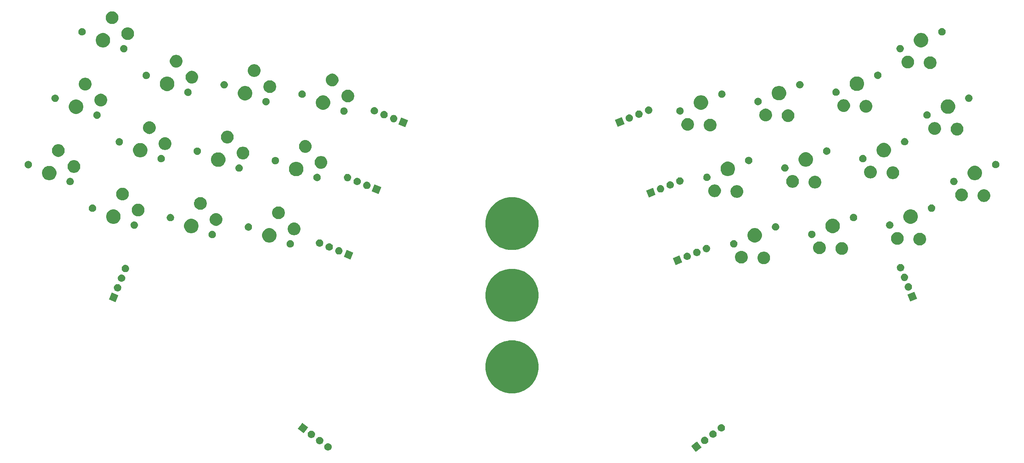
<source format=gbr>
G04 #@! TF.GenerationSoftware,KiCad,Pcbnew,(5.1.4)-1*
G04 #@! TF.CreationDate,2024-04-24T20:53:09-04:00*
G04 #@! TF.ProjectId,ThumbsUp,5468756d-6273-4557-902e-6b696361645f,rev?*
G04 #@! TF.SameCoordinates,Original*
G04 #@! TF.FileFunction,Soldermask,Top*
G04 #@! TF.FilePolarity,Negative*
%FSLAX46Y46*%
G04 Gerber Fmt 4.6, Leading zero omitted, Abs format (unit mm)*
G04 Created by KiCad (PCBNEW (5.1.4)-1) date 2024-04-24 20:53:09*
%MOMM*%
%LPD*%
G04 APERTURE LIST*
%ADD10C,0.100000*%
G04 APERTURE END LIST*
D10*
G36*
X190664725Y-362695747D02*
G01*
X191319942Y-363565249D01*
X191319942Y-363565250D01*
X190624920Y-364088986D01*
X189880801Y-364649720D01*
X189880800Y-364649720D01*
X189236924Y-363795267D01*
X188796330Y-363210579D01*
X188796330Y-363210578D01*
X189841241Y-362423182D01*
X190235471Y-362126108D01*
X190235472Y-362126108D01*
X190664725Y-362695747D01*
X190664725Y-362695747D01*
G37*
G36*
X100279997Y-362554319D02*
G01*
X100346182Y-362560838D01*
X100516021Y-362612358D01*
X100672546Y-362696023D01*
X100708284Y-362725353D01*
X100809741Y-362808615D01*
X100893003Y-362910072D01*
X100922333Y-362945810D01*
X101005998Y-363102335D01*
X101057518Y-363272174D01*
X101074914Y-363448801D01*
X101057518Y-363625428D01*
X101005998Y-363795267D01*
X100922333Y-363951792D01*
X100893003Y-363987530D01*
X100809741Y-364088987D01*
X100708284Y-364172249D01*
X100672546Y-364201579D01*
X100516021Y-364285244D01*
X100346182Y-364336764D01*
X100279997Y-364343283D01*
X100213815Y-364349801D01*
X100125295Y-364349801D01*
X100059113Y-364343283D01*
X99992928Y-364336764D01*
X99823089Y-364285244D01*
X99666564Y-364201579D01*
X99630826Y-364172249D01*
X99529369Y-364088987D01*
X99446107Y-363987530D01*
X99416777Y-363951792D01*
X99333112Y-363795267D01*
X99281592Y-363625428D01*
X99264196Y-363448801D01*
X99281592Y-363272174D01*
X99333112Y-363102335D01*
X99416777Y-362945810D01*
X99446107Y-362910072D01*
X99529369Y-362808615D01*
X99630826Y-362725353D01*
X99666564Y-362696023D01*
X99823089Y-362612358D01*
X99992928Y-362560838D01*
X100059113Y-362554319D01*
X100125295Y-362547801D01*
X100213815Y-362547801D01*
X100279997Y-362554319D01*
X100279997Y-362554319D01*
G37*
G36*
X98251462Y-361025709D02*
G01*
X98317647Y-361032228D01*
X98487486Y-361083748D01*
X98487488Y-361083749D01*
X98530100Y-361106526D01*
X98644011Y-361167413D01*
X98679749Y-361196743D01*
X98781206Y-361280005D01*
X98843829Y-361356313D01*
X98893798Y-361417200D01*
X98977463Y-361573725D01*
X99028983Y-361743564D01*
X99046379Y-361920191D01*
X99028983Y-362096818D01*
X98977463Y-362266657D01*
X98893798Y-362423182D01*
X98864468Y-362458920D01*
X98781206Y-362560377D01*
X98679749Y-362643639D01*
X98644011Y-362672969D01*
X98487486Y-362756634D01*
X98317647Y-362808154D01*
X98251463Y-362814672D01*
X98185280Y-362821191D01*
X98096760Y-362821191D01*
X98030577Y-362814672D01*
X97964393Y-362808154D01*
X97794554Y-362756634D01*
X97638029Y-362672969D01*
X97602291Y-362643639D01*
X97500834Y-362560377D01*
X97417572Y-362458920D01*
X97388242Y-362423182D01*
X97304577Y-362266657D01*
X97253057Y-362096818D01*
X97235661Y-361920191D01*
X97253057Y-361743564D01*
X97304577Y-361573725D01*
X97388242Y-361417200D01*
X97438211Y-361356313D01*
X97500834Y-361280005D01*
X97602291Y-361196743D01*
X97638029Y-361167413D01*
X97751940Y-361106526D01*
X97794552Y-361083749D01*
X97794554Y-361083748D01*
X97964393Y-361032228D01*
X98030578Y-361025709D01*
X98096760Y-361019191D01*
X98185280Y-361019191D01*
X98251462Y-361025709D01*
X98251462Y-361025709D01*
G37*
G36*
X192197112Y-360964822D02*
G01*
X192263297Y-360971341D01*
X192433136Y-361022861D01*
X192589661Y-361106526D01*
X192625399Y-361135856D01*
X192726856Y-361219118D01*
X192810118Y-361320575D01*
X192839448Y-361356313D01*
X192923113Y-361512838D01*
X192974633Y-361682677D01*
X192992029Y-361859304D01*
X192974633Y-362035931D01*
X192923113Y-362205770D01*
X192839448Y-362362295D01*
X192810118Y-362398033D01*
X192726856Y-362499490D01*
X192652102Y-362560838D01*
X192589661Y-362612082D01*
X192589659Y-362612083D01*
X192475749Y-362672970D01*
X192433136Y-362695747D01*
X192263297Y-362747267D01*
X192197113Y-362753785D01*
X192130930Y-362760304D01*
X192042410Y-362760304D01*
X191976227Y-362753785D01*
X191910043Y-362747267D01*
X191740204Y-362695747D01*
X191697592Y-362672970D01*
X191583681Y-362612083D01*
X191583679Y-362612082D01*
X191521238Y-362560838D01*
X191446484Y-362499490D01*
X191363222Y-362398033D01*
X191333892Y-362362295D01*
X191250227Y-362205770D01*
X191198707Y-362035931D01*
X191181311Y-361859304D01*
X191198707Y-361682677D01*
X191250227Y-361512838D01*
X191333892Y-361356313D01*
X191363222Y-361320575D01*
X191446484Y-361219118D01*
X191547941Y-361135856D01*
X191583679Y-361106526D01*
X191740204Y-361022861D01*
X191910043Y-360971341D01*
X191976228Y-360964822D01*
X192042410Y-360958304D01*
X192130930Y-360958304D01*
X192197112Y-360964822D01*
X192197112Y-360964822D01*
G37*
G36*
X96222929Y-359497100D02*
G01*
X96289113Y-359503618D01*
X96458952Y-359555138D01*
X96458954Y-359555139D01*
X96501566Y-359577916D01*
X96615477Y-359638803D01*
X96651215Y-359668133D01*
X96752672Y-359751395D01*
X96815295Y-359827703D01*
X96865264Y-359888590D01*
X96948929Y-360045115D01*
X97000449Y-360214954D01*
X97017845Y-360391581D01*
X97000449Y-360568208D01*
X96948929Y-360738047D01*
X96865264Y-360894572D01*
X96835934Y-360930310D01*
X96752672Y-361031767D01*
X96651215Y-361115029D01*
X96615477Y-361144359D01*
X96458952Y-361228024D01*
X96289113Y-361279544D01*
X96222928Y-361286063D01*
X96156746Y-361292581D01*
X96068226Y-361292581D01*
X96002044Y-361286063D01*
X95935859Y-361279544D01*
X95766020Y-361228024D01*
X95609495Y-361144359D01*
X95573757Y-361115029D01*
X95472300Y-361031767D01*
X95389038Y-360930310D01*
X95359708Y-360894572D01*
X95276043Y-360738047D01*
X95224523Y-360568208D01*
X95207127Y-360391581D01*
X95224523Y-360214954D01*
X95276043Y-360045115D01*
X95359708Y-359888590D01*
X95409677Y-359827703D01*
X95472300Y-359751395D01*
X95573757Y-359668133D01*
X95609495Y-359638803D01*
X95723406Y-359577916D01*
X95766018Y-359555139D01*
X95766020Y-359555138D01*
X95935859Y-359503618D01*
X96002043Y-359497100D01*
X96068226Y-359490581D01*
X96156746Y-359490581D01*
X96222929Y-359497100D01*
X96222929Y-359497100D01*
G37*
G36*
X194225646Y-359436212D02*
G01*
X194291831Y-359442731D01*
X194461670Y-359494251D01*
X194618195Y-359577916D01*
X194653933Y-359607246D01*
X194755390Y-359690508D01*
X194838652Y-359791965D01*
X194867982Y-359827703D01*
X194951647Y-359984228D01*
X195003167Y-360154067D01*
X195020563Y-360330694D01*
X195003167Y-360507321D01*
X194951647Y-360677160D01*
X194867982Y-360833685D01*
X194838652Y-360869423D01*
X194755390Y-360970880D01*
X194680636Y-361032228D01*
X194618195Y-361083472D01*
X194618193Y-361083473D01*
X194504283Y-361144360D01*
X194461670Y-361167137D01*
X194291831Y-361218657D01*
X194225646Y-361225176D01*
X194159464Y-361231694D01*
X194070944Y-361231694D01*
X194004762Y-361225176D01*
X193938577Y-361218657D01*
X193768738Y-361167137D01*
X193726126Y-361144360D01*
X193612215Y-361083473D01*
X193612213Y-361083472D01*
X193549772Y-361032228D01*
X193475018Y-360970880D01*
X193391756Y-360869423D01*
X193362426Y-360833685D01*
X193278761Y-360677160D01*
X193227241Y-360507321D01*
X193209845Y-360330694D01*
X193227241Y-360154067D01*
X193278761Y-359984228D01*
X193362426Y-359827703D01*
X193391756Y-359791965D01*
X193475018Y-359690508D01*
X193576475Y-359607246D01*
X193612213Y-359577916D01*
X193768738Y-359494251D01*
X193938577Y-359442731D01*
X194004762Y-359436212D01*
X194070944Y-359429694D01*
X194159464Y-359429694D01*
X194225646Y-359436212D01*
X194225646Y-359436212D01*
G37*
G36*
X94321923Y-357914121D02*
G01*
X95345758Y-358685635D01*
X95345758Y-358685636D01*
X94879729Y-359304077D01*
X94261288Y-360124777D01*
X94261287Y-360124777D01*
X93504986Y-359554863D01*
X92822146Y-359040307D01*
X92822146Y-359040306D01*
X93568919Y-358049305D01*
X93906616Y-357601165D01*
X93906617Y-357601165D01*
X94321923Y-357914121D01*
X94321923Y-357914121D01*
G37*
G36*
X196254181Y-357907602D02*
G01*
X196320366Y-357914121D01*
X196490205Y-357965641D01*
X196646730Y-358049306D01*
X196682468Y-358078636D01*
X196783925Y-358161898D01*
X196867187Y-358263355D01*
X196896517Y-358299093D01*
X196980182Y-358455618D01*
X197031702Y-358625457D01*
X197049098Y-358802084D01*
X197031702Y-358978711D01*
X196980182Y-359148550D01*
X196896517Y-359305075D01*
X196867187Y-359340813D01*
X196783925Y-359442270D01*
X196709171Y-359503618D01*
X196646730Y-359554862D01*
X196490205Y-359638527D01*
X196320366Y-359690047D01*
X196254182Y-359696565D01*
X196187999Y-359703084D01*
X196099479Y-359703084D01*
X196033296Y-359696565D01*
X195967112Y-359690047D01*
X195797273Y-359638527D01*
X195640748Y-359554862D01*
X195578307Y-359503618D01*
X195503553Y-359442270D01*
X195420291Y-359340813D01*
X195390961Y-359305075D01*
X195307296Y-359148550D01*
X195255776Y-358978711D01*
X195238380Y-358802084D01*
X195255776Y-358625457D01*
X195307296Y-358455618D01*
X195390961Y-358299093D01*
X195420291Y-358263355D01*
X195503553Y-358161898D01*
X195605010Y-358078636D01*
X195640748Y-358049306D01*
X195797273Y-357965641D01*
X195967112Y-357914121D01*
X196033297Y-357907602D01*
X196099479Y-357901084D01*
X196187999Y-357901084D01*
X196254181Y-357907602D01*
X196254181Y-357907602D01*
G37*
G36*
X146333528Y-337572954D02*
G01*
X146956688Y-337696908D01*
X148130696Y-338183198D01*
X149187274Y-338889181D01*
X150085820Y-339787727D01*
X150791803Y-340844305D01*
X151278093Y-342018313D01*
X151526001Y-343264632D01*
X151526001Y-344535368D01*
X151278093Y-345781687D01*
X150791803Y-346955695D01*
X150085820Y-348012273D01*
X149187274Y-348910819D01*
X148130696Y-349616802D01*
X146956688Y-350103092D01*
X145710370Y-350351000D01*
X144439632Y-350351000D01*
X143193314Y-350103092D01*
X142019306Y-349616802D01*
X140962728Y-348910819D01*
X140064182Y-348012273D01*
X139358199Y-346955695D01*
X138871909Y-345781687D01*
X138624001Y-344535368D01*
X138624001Y-343264632D01*
X138871909Y-342018313D01*
X139358199Y-340844305D01*
X140064182Y-339787727D01*
X140962728Y-338889181D01*
X142019306Y-338183198D01*
X143193314Y-337696908D01*
X143816474Y-337572954D01*
X144439632Y-337449000D01*
X145710370Y-337449000D01*
X146333528Y-337572954D01*
X146333528Y-337572954D01*
G37*
G36*
X146180446Y-320042504D02*
G01*
X146956688Y-320196908D01*
X148130696Y-320683198D01*
X149187274Y-321389181D01*
X150085820Y-322287727D01*
X150791803Y-323344305D01*
X151278093Y-324518313D01*
X151349699Y-324878302D01*
X151484790Y-325557447D01*
X151526001Y-325764632D01*
X151526001Y-327035368D01*
X151278093Y-328281687D01*
X150791803Y-329455695D01*
X150085820Y-330512273D01*
X149187274Y-331410819D01*
X148130696Y-332116802D01*
X146956688Y-332603092D01*
X146333528Y-332727046D01*
X145710370Y-332851000D01*
X144439632Y-332851000D01*
X143816474Y-332727046D01*
X143193314Y-332603092D01*
X142019306Y-332116802D01*
X140962728Y-331410819D01*
X140064182Y-330512273D01*
X139358199Y-329455695D01*
X138871909Y-328281687D01*
X138624001Y-327035368D01*
X138624001Y-325764632D01*
X138665213Y-325557447D01*
X138800303Y-324878302D01*
X138871909Y-324518313D01*
X139358199Y-323344305D01*
X140064182Y-322287727D01*
X140962728Y-321389181D01*
X142019306Y-320683198D01*
X143193314Y-320196908D01*
X143969556Y-320042504D01*
X144439632Y-319949000D01*
X145710370Y-319949000D01*
X146180446Y-320042504D01*
X146180446Y-320042504D01*
G37*
G36*
X49056994Y-326433147D02*
G01*
X48381953Y-328103934D01*
X46711166Y-327428893D01*
X47386207Y-325758106D01*
X49056994Y-326433147D01*
X49056994Y-326433147D01*
G37*
G36*
X243900394Y-327228233D02*
G01*
X242229607Y-327903274D01*
X241554566Y-326232487D01*
X243225353Y-325557446D01*
X243900394Y-327228233D01*
X243900394Y-327228233D01*
G37*
G36*
X48946023Y-323681491D02*
G01*
X49012208Y-323688010D01*
X49182047Y-323739530D01*
X49338572Y-323823195D01*
X49374310Y-323852525D01*
X49475767Y-323935787D01*
X49552138Y-324028847D01*
X49588359Y-324072982D01*
X49672024Y-324229507D01*
X49723544Y-324399346D01*
X49740940Y-324575973D01*
X49723544Y-324752600D01*
X49672024Y-324922439D01*
X49588359Y-325078964D01*
X49559029Y-325114702D01*
X49475767Y-325216159D01*
X49374310Y-325299421D01*
X49338572Y-325328751D01*
X49182047Y-325412416D01*
X49012208Y-325463936D01*
X48946024Y-325470454D01*
X48879841Y-325476973D01*
X48791321Y-325476973D01*
X48725138Y-325470454D01*
X48658954Y-325463936D01*
X48489115Y-325412416D01*
X48332590Y-325328751D01*
X48296852Y-325299421D01*
X48195395Y-325216159D01*
X48112133Y-325114702D01*
X48082803Y-325078964D01*
X47999138Y-324922439D01*
X47947618Y-324752600D01*
X47930222Y-324575973D01*
X47947618Y-324399346D01*
X47999138Y-324229507D01*
X48082803Y-324072982D01*
X48119024Y-324028847D01*
X48195395Y-323935787D01*
X48296852Y-323852525D01*
X48332590Y-323823195D01*
X48489115Y-323739530D01*
X48658954Y-323688010D01*
X48725139Y-323681491D01*
X48791321Y-323674973D01*
X48879841Y-323674973D01*
X48946023Y-323681491D01*
X48946023Y-323681491D01*
G37*
G36*
X241886422Y-323480832D02*
G01*
X241952606Y-323487350D01*
X242122445Y-323538870D01*
X242278970Y-323622535D01*
X242314708Y-323651865D01*
X242416165Y-323735127D01*
X242488439Y-323823195D01*
X242528757Y-323872322D01*
X242612422Y-324028847D01*
X242663942Y-324198686D01*
X242681338Y-324375313D01*
X242663942Y-324551940D01*
X242612422Y-324721779D01*
X242528757Y-324878304D01*
X242499427Y-324914042D01*
X242416165Y-325015499D01*
X242314708Y-325098761D01*
X242278970Y-325128091D01*
X242122445Y-325211756D01*
X241952606Y-325263276D01*
X241886422Y-325269794D01*
X241820239Y-325276313D01*
X241731719Y-325276313D01*
X241665536Y-325269794D01*
X241599352Y-325263276D01*
X241429513Y-325211756D01*
X241272988Y-325128091D01*
X241237250Y-325098761D01*
X241135793Y-325015499D01*
X241052531Y-324914042D01*
X241023201Y-324878304D01*
X240939536Y-324721779D01*
X240888016Y-324551940D01*
X240870620Y-324375313D01*
X240888016Y-324198686D01*
X240939536Y-324028847D01*
X241023201Y-323872322D01*
X241063519Y-323823195D01*
X241135793Y-323735127D01*
X241237250Y-323651865D01*
X241272988Y-323622535D01*
X241429513Y-323538870D01*
X241599352Y-323487350D01*
X241665536Y-323480832D01*
X241731719Y-323474313D01*
X241820239Y-323474313D01*
X241886422Y-323480832D01*
X241886422Y-323480832D01*
G37*
G36*
X49897524Y-321326445D02*
G01*
X49963708Y-321332963D01*
X50133547Y-321384483D01*
X50290072Y-321468148D01*
X50325810Y-321497478D01*
X50427267Y-321580740D01*
X50503638Y-321673800D01*
X50539859Y-321717935D01*
X50623524Y-321874460D01*
X50675044Y-322044299D01*
X50692440Y-322220926D01*
X50675044Y-322397553D01*
X50623524Y-322567392D01*
X50539859Y-322723917D01*
X50510529Y-322759655D01*
X50427267Y-322861112D01*
X50325810Y-322944374D01*
X50290072Y-322973704D01*
X50133547Y-323057369D01*
X49963708Y-323108889D01*
X49897523Y-323115408D01*
X49831341Y-323121926D01*
X49742821Y-323121926D01*
X49676639Y-323115408D01*
X49610454Y-323108889D01*
X49440615Y-323057369D01*
X49284090Y-322973704D01*
X49248352Y-322944374D01*
X49146895Y-322861112D01*
X49063633Y-322759655D01*
X49034303Y-322723917D01*
X48950638Y-322567392D01*
X48899118Y-322397553D01*
X48881722Y-322220926D01*
X48899118Y-322044299D01*
X48950638Y-321874460D01*
X49034303Y-321717935D01*
X49070524Y-321673800D01*
X49146895Y-321580740D01*
X49248352Y-321497478D01*
X49284090Y-321468148D01*
X49440615Y-321384483D01*
X49610454Y-321332963D01*
X49676638Y-321326445D01*
X49742821Y-321319926D01*
X49831341Y-321319926D01*
X49897524Y-321326445D01*
X49897524Y-321326445D01*
G37*
G36*
X240934922Y-321125785D02*
G01*
X241001106Y-321132303D01*
X241170945Y-321183823D01*
X241327470Y-321267488D01*
X241363208Y-321296818D01*
X241464665Y-321380080D01*
X241536939Y-321468148D01*
X241577257Y-321517275D01*
X241660922Y-321673800D01*
X241712442Y-321843639D01*
X241729838Y-322020266D01*
X241712442Y-322196893D01*
X241660922Y-322366732D01*
X241577257Y-322523257D01*
X241576532Y-322524140D01*
X241464665Y-322660452D01*
X241363208Y-322743714D01*
X241327470Y-322773044D01*
X241170945Y-322856709D01*
X241001106Y-322908229D01*
X240934922Y-322914747D01*
X240868739Y-322921266D01*
X240780219Y-322921266D01*
X240714036Y-322914747D01*
X240647852Y-322908229D01*
X240478013Y-322856709D01*
X240321488Y-322773044D01*
X240285750Y-322743714D01*
X240184293Y-322660452D01*
X240072426Y-322524140D01*
X240071701Y-322523257D01*
X239988036Y-322366732D01*
X239936516Y-322196893D01*
X239919120Y-322020266D01*
X239936516Y-321843639D01*
X239988036Y-321673800D01*
X240071701Y-321517275D01*
X240112019Y-321468148D01*
X240184293Y-321380080D01*
X240285750Y-321296818D01*
X240321488Y-321267488D01*
X240478013Y-321183823D01*
X240647852Y-321132303D01*
X240714036Y-321125785D01*
X240780219Y-321119266D01*
X240868739Y-321119266D01*
X240934922Y-321125785D01*
X240934922Y-321125785D01*
G37*
G36*
X50849024Y-318971397D02*
G01*
X50915209Y-318977916D01*
X51085048Y-319029436D01*
X51241573Y-319113101D01*
X51277311Y-319142431D01*
X51378768Y-319225693D01*
X51455139Y-319318753D01*
X51491360Y-319362888D01*
X51575025Y-319519413D01*
X51626545Y-319689252D01*
X51643941Y-319865879D01*
X51626545Y-320042506D01*
X51575025Y-320212345D01*
X51491360Y-320368870D01*
X51462030Y-320404608D01*
X51378768Y-320506065D01*
X51277311Y-320589327D01*
X51241573Y-320618657D01*
X51085048Y-320702322D01*
X50915209Y-320753842D01*
X50849024Y-320760361D01*
X50782842Y-320766879D01*
X50694322Y-320766879D01*
X50628140Y-320760361D01*
X50561955Y-320753842D01*
X50392116Y-320702322D01*
X50235591Y-320618657D01*
X50199853Y-320589327D01*
X50098396Y-320506065D01*
X50015134Y-320404608D01*
X49985804Y-320368870D01*
X49902139Y-320212345D01*
X49850619Y-320042506D01*
X49833223Y-319865879D01*
X49850619Y-319689252D01*
X49902139Y-319519413D01*
X49985804Y-319362888D01*
X50022025Y-319318753D01*
X50098396Y-319225693D01*
X50199853Y-319142431D01*
X50235591Y-319113101D01*
X50392116Y-319029436D01*
X50561955Y-318977916D01*
X50628140Y-318971397D01*
X50694322Y-318964879D01*
X50782842Y-318964879D01*
X50849024Y-318971397D01*
X50849024Y-318971397D01*
G37*
G36*
X239983420Y-318770737D02*
G01*
X240049605Y-318777256D01*
X240219444Y-318828776D01*
X240375969Y-318912441D01*
X240411707Y-318941771D01*
X240513164Y-319025033D01*
X240585438Y-319113101D01*
X240625756Y-319162228D01*
X240709421Y-319318753D01*
X240760941Y-319488592D01*
X240778337Y-319665219D01*
X240760941Y-319841846D01*
X240709421Y-320011685D01*
X240625756Y-320168210D01*
X240602204Y-320196908D01*
X240513164Y-320305405D01*
X240411707Y-320388667D01*
X240375969Y-320417997D01*
X240219444Y-320501662D01*
X240049605Y-320553182D01*
X239983420Y-320559701D01*
X239917238Y-320566219D01*
X239828718Y-320566219D01*
X239762536Y-320559701D01*
X239696351Y-320553182D01*
X239526512Y-320501662D01*
X239369987Y-320417997D01*
X239334249Y-320388667D01*
X239232792Y-320305405D01*
X239143752Y-320196908D01*
X239120200Y-320168210D01*
X239036535Y-320011685D01*
X238985015Y-319841846D01*
X238967619Y-319665219D01*
X238985015Y-319488592D01*
X239036535Y-319318753D01*
X239120200Y-319162228D01*
X239160518Y-319113101D01*
X239232792Y-319025033D01*
X239334249Y-318941771D01*
X239369987Y-318912441D01*
X239526512Y-318828776D01*
X239696351Y-318777256D01*
X239762536Y-318770737D01*
X239828718Y-318764219D01*
X239917238Y-318764219D01*
X239983420Y-318770737D01*
X239983420Y-318770737D01*
G37*
G36*
X186622914Y-318347873D02*
G01*
X184952127Y-319022914D01*
X184277086Y-317352127D01*
X185947873Y-316677086D01*
X186622914Y-318347873D01*
X186622914Y-318347873D01*
G37*
G36*
X206711868Y-315739350D02*
G01*
X206962506Y-315789205D01*
X207244770Y-315906122D01*
X207498801Y-316075860D01*
X207714837Y-316291896D01*
X207884575Y-316545927D01*
X208001492Y-316828191D01*
X208061096Y-317127841D01*
X208061096Y-317433361D01*
X208001492Y-317733011D01*
X207884575Y-318015275D01*
X207714837Y-318269306D01*
X207498801Y-318485342D01*
X207244770Y-318655080D01*
X206962506Y-318771997D01*
X206812681Y-318801799D01*
X206662857Y-318831601D01*
X206357335Y-318831601D01*
X206207511Y-318801799D01*
X206057686Y-318771997D01*
X205775422Y-318655080D01*
X205521391Y-318485342D01*
X205305355Y-318269306D01*
X205135617Y-318015275D01*
X205018700Y-317733011D01*
X204959096Y-317433361D01*
X204959096Y-317127841D01*
X205018700Y-316828191D01*
X205135617Y-316545927D01*
X205305355Y-316291896D01*
X205521391Y-316075860D01*
X205775422Y-315906122D01*
X206057686Y-315789205D01*
X206308324Y-315739350D01*
X206357335Y-315729601D01*
X206662857Y-315729601D01*
X206711868Y-315739350D01*
X206711868Y-315739350D01*
G37*
G36*
X201352627Y-315592631D02*
G01*
X201502452Y-315622433D01*
X201784716Y-315739350D01*
X202038747Y-315909088D01*
X202254783Y-316125124D01*
X202424521Y-316379155D01*
X202541438Y-316661419D01*
X202549068Y-316699777D01*
X202601042Y-316961068D01*
X202601042Y-317266590D01*
X202584027Y-317352128D01*
X202541438Y-317566239D01*
X202424521Y-317848503D01*
X202254783Y-318102534D01*
X202038747Y-318318570D01*
X201784716Y-318488308D01*
X201502452Y-318605225D01*
X201352627Y-318635027D01*
X201202803Y-318664829D01*
X200897281Y-318664829D01*
X200747457Y-318635027D01*
X200597632Y-318605225D01*
X200315368Y-318488308D01*
X200061337Y-318318570D01*
X199845301Y-318102534D01*
X199675563Y-317848503D01*
X199558646Y-317566239D01*
X199516057Y-317352128D01*
X199499042Y-317266590D01*
X199499042Y-316961068D01*
X199551016Y-316699777D01*
X199558646Y-316661419D01*
X199675563Y-316379155D01*
X199845301Y-316125124D01*
X200061337Y-315909088D01*
X200315368Y-315739350D01*
X200597632Y-315622433D01*
X200747457Y-315592631D01*
X200897281Y-315562829D01*
X201202803Y-315562829D01*
X201352627Y-315592631D01*
X201352627Y-315592631D01*
G37*
G36*
X187896295Y-316002127D02*
G01*
X187981674Y-316010536D01*
X188151513Y-316062056D01*
X188308038Y-316145721D01*
X188343776Y-316175051D01*
X188445233Y-316258313D01*
X188488407Y-316310922D01*
X188557825Y-316395508D01*
X188641490Y-316552033D01*
X188693010Y-316721872D01*
X188710406Y-316898499D01*
X188693010Y-317075126D01*
X188641490Y-317244965D01*
X188557825Y-317401490D01*
X188531669Y-317433361D01*
X188445233Y-317538685D01*
X188343776Y-317621947D01*
X188308038Y-317651277D01*
X188308036Y-317651278D01*
X188155128Y-317733010D01*
X188151513Y-317734942D01*
X187981674Y-317786462D01*
X187915490Y-317792980D01*
X187849307Y-317799499D01*
X187760787Y-317799499D01*
X187694604Y-317792980D01*
X187628420Y-317786462D01*
X187458581Y-317734942D01*
X187454967Y-317733010D01*
X187302058Y-317651278D01*
X187302056Y-317651277D01*
X187266318Y-317621947D01*
X187164861Y-317538685D01*
X187078425Y-317433361D01*
X187052269Y-317401490D01*
X186968604Y-317244965D01*
X186917084Y-317075126D01*
X186899688Y-316898499D01*
X186917084Y-316721872D01*
X186968604Y-316552033D01*
X187052269Y-316395508D01*
X187121687Y-316310922D01*
X187164861Y-316258313D01*
X187266318Y-316175051D01*
X187302056Y-316145721D01*
X187458581Y-316062056D01*
X187628420Y-316010536D01*
X187713799Y-316002127D01*
X187760787Y-315997499D01*
X187849307Y-315997499D01*
X187896295Y-316002127D01*
X187896295Y-316002127D01*
G37*
G36*
X106358157Y-316002127D02*
G01*
X105683116Y-317672914D01*
X104012329Y-316997873D01*
X104687370Y-315327086D01*
X106358157Y-316002127D01*
X106358157Y-316002127D01*
G37*
G36*
X190270537Y-315052518D02*
G01*
X190336721Y-315059036D01*
X190506560Y-315110556D01*
X190663085Y-315194221D01*
X190698823Y-315223551D01*
X190800280Y-315306813D01*
X190853673Y-315371874D01*
X190912872Y-315444008D01*
X190996537Y-315600533D01*
X191048057Y-315770372D01*
X191065453Y-315946999D01*
X191048057Y-316123626D01*
X190996537Y-316293465D01*
X190912872Y-316449990D01*
X190890136Y-316477694D01*
X190800280Y-316587185D01*
X190709824Y-316661419D01*
X190663085Y-316699777D01*
X190506560Y-316783442D01*
X190336721Y-316834962D01*
X190270537Y-316841480D01*
X190204354Y-316847999D01*
X190115834Y-316847999D01*
X190049651Y-316841480D01*
X189983467Y-316834962D01*
X189813628Y-316783442D01*
X189657103Y-316699777D01*
X189610364Y-316661419D01*
X189519908Y-316587185D01*
X189430052Y-316477694D01*
X189407316Y-316449990D01*
X189323651Y-316293465D01*
X189272131Y-316123626D01*
X189254735Y-315946999D01*
X189272131Y-315770372D01*
X189323651Y-315600533D01*
X189407316Y-315444008D01*
X189466515Y-315371874D01*
X189519908Y-315306813D01*
X189621365Y-315223551D01*
X189657103Y-315194221D01*
X189813628Y-315110556D01*
X189983467Y-315059036D01*
X190049651Y-315052518D01*
X190115834Y-315045999D01*
X190204354Y-315045999D01*
X190270537Y-315052518D01*
X190270537Y-315052518D01*
G37*
G36*
X225737803Y-313445047D02*
G01*
X225988441Y-313494902D01*
X226270705Y-313611819D01*
X226524736Y-313781557D01*
X226740772Y-313997593D01*
X226910510Y-314251624D01*
X227027427Y-314533888D01*
X227052619Y-314660536D01*
X227087031Y-314833537D01*
X227087031Y-315139059D01*
X227074505Y-315202031D01*
X227027427Y-315438708D01*
X226910510Y-315720972D01*
X226740772Y-315975003D01*
X226524736Y-316191039D01*
X226270705Y-316360777D01*
X225988441Y-316477694D01*
X225838616Y-316507496D01*
X225688792Y-316537298D01*
X225383270Y-316537298D01*
X225233446Y-316507496D01*
X225083621Y-316477694D01*
X224801357Y-316360777D01*
X224547326Y-316191039D01*
X224331290Y-315975003D01*
X224161552Y-315720972D01*
X224044635Y-315438708D01*
X223997557Y-315202031D01*
X223985031Y-315139059D01*
X223985031Y-314833537D01*
X224019443Y-314660536D01*
X224044635Y-314533888D01*
X224161552Y-314251624D01*
X224331290Y-313997593D01*
X224547326Y-313781557D01*
X224801357Y-313611819D01*
X225083621Y-313494902D01*
X225334259Y-313445047D01*
X225383270Y-313435298D01*
X225688792Y-313435298D01*
X225737803Y-313445047D01*
X225737803Y-313445047D01*
G37*
G36*
X102940638Y-314654017D02*
G01*
X103006823Y-314660536D01*
X103176662Y-314712056D01*
X103333187Y-314795721D01*
X103368925Y-314825051D01*
X103470382Y-314908313D01*
X103522883Y-314972287D01*
X103582974Y-315045508D01*
X103666639Y-315202033D01*
X103718159Y-315371872D01*
X103735555Y-315548499D01*
X103718159Y-315725126D01*
X103666639Y-315894965D01*
X103582974Y-316051490D01*
X103562974Y-316075860D01*
X103470382Y-316188685D01*
X103368925Y-316271947D01*
X103333187Y-316301277D01*
X103176662Y-316384942D01*
X103006823Y-316436462D01*
X102940638Y-316442981D01*
X102874456Y-316449499D01*
X102785936Y-316449499D01*
X102719754Y-316442981D01*
X102653569Y-316436462D01*
X102483730Y-316384942D01*
X102327205Y-316301277D01*
X102291467Y-316271947D01*
X102190010Y-316188685D01*
X102097418Y-316075860D01*
X102077418Y-316051490D01*
X101993753Y-315894965D01*
X101942233Y-315725126D01*
X101924837Y-315548499D01*
X101942233Y-315371872D01*
X101993753Y-315202033D01*
X102077418Y-315045508D01*
X102137509Y-314972287D01*
X102190010Y-314908313D01*
X102291467Y-314825051D01*
X102327205Y-314795721D01*
X102483730Y-314712056D01*
X102653569Y-314660536D01*
X102719754Y-314654017D01*
X102785936Y-314647499D01*
X102874456Y-314647499D01*
X102940638Y-314654017D01*
X102940638Y-314654017D01*
G37*
G36*
X220378562Y-313298328D02*
G01*
X220528387Y-313328130D01*
X220810651Y-313445047D01*
X221064682Y-313614785D01*
X221280718Y-313830821D01*
X221450456Y-314084852D01*
X221567373Y-314367116D01*
X221573739Y-314399121D01*
X221623450Y-314649032D01*
X221626977Y-314666766D01*
X221626977Y-314972286D01*
X221567373Y-315271936D01*
X221450456Y-315554200D01*
X221280718Y-315808231D01*
X221064682Y-316024267D01*
X220810651Y-316194005D01*
X220528387Y-316310922D01*
X220378562Y-316340724D01*
X220228738Y-316370526D01*
X219923216Y-316370526D01*
X219773392Y-316340724D01*
X219623567Y-316310922D01*
X219341303Y-316194005D01*
X219087272Y-316024267D01*
X218871236Y-315808231D01*
X218701498Y-315554200D01*
X218584581Y-315271936D01*
X218524977Y-314972286D01*
X218524977Y-314666766D01*
X218528505Y-314649032D01*
X218578215Y-314399121D01*
X218584581Y-314367116D01*
X218701498Y-314084852D01*
X218871236Y-313830821D01*
X219087272Y-313614785D01*
X219341303Y-313445047D01*
X219623567Y-313328130D01*
X219773392Y-313298328D01*
X219923216Y-313268526D01*
X220228738Y-313268526D01*
X220378562Y-313298328D01*
X220378562Y-313298328D01*
G37*
G36*
X192625583Y-314101016D02*
G01*
X192691768Y-314107535D01*
X192861607Y-314159055D01*
X193018132Y-314242720D01*
X193053870Y-314272050D01*
X193155327Y-314355312D01*
X193238589Y-314456769D01*
X193267919Y-314492507D01*
X193267920Y-314492509D01*
X193350430Y-314646872D01*
X193351584Y-314649032D01*
X193403104Y-314818871D01*
X193420500Y-314995498D01*
X193403104Y-315172125D01*
X193351584Y-315341964D01*
X193267919Y-315498489D01*
X193238589Y-315534227D01*
X193155327Y-315635684D01*
X193053870Y-315718946D01*
X193018132Y-315748276D01*
X192861607Y-315831941D01*
X192691768Y-315883461D01*
X192625584Y-315889979D01*
X192559401Y-315896498D01*
X192470881Y-315896498D01*
X192404698Y-315889979D01*
X192338514Y-315883461D01*
X192168675Y-315831941D01*
X192012150Y-315748276D01*
X191976412Y-315718946D01*
X191874955Y-315635684D01*
X191791693Y-315534227D01*
X191762363Y-315498489D01*
X191678698Y-315341964D01*
X191627178Y-315172125D01*
X191609782Y-314995498D01*
X191627178Y-314818871D01*
X191678698Y-314649032D01*
X191679853Y-314646872D01*
X191762362Y-314492509D01*
X191762363Y-314492507D01*
X191791693Y-314456769D01*
X191874955Y-314355312D01*
X191976412Y-314272050D01*
X192012150Y-314242720D01*
X192168675Y-314159055D01*
X192338514Y-314107535D01*
X192404699Y-314101016D01*
X192470881Y-314094498D01*
X192559401Y-314094498D01*
X192625583Y-314101016D01*
X192625583Y-314101016D01*
G37*
G36*
X100585591Y-313702517D02*
G01*
X100651776Y-313709036D01*
X100821615Y-313760556D01*
X100978140Y-313844221D01*
X100980473Y-313846136D01*
X101115335Y-313956813D01*
X101198597Y-314058270D01*
X101227927Y-314094008D01*
X101311592Y-314250533D01*
X101363112Y-314420372D01*
X101380508Y-314596999D01*
X101363112Y-314773626D01*
X101311592Y-314943465D01*
X101227927Y-315099990D01*
X101198597Y-315135728D01*
X101115335Y-315237185D01*
X101013878Y-315320447D01*
X100978140Y-315349777D01*
X100821615Y-315433442D01*
X100651776Y-315484962D01*
X100585592Y-315491480D01*
X100519409Y-315497999D01*
X100430889Y-315497999D01*
X100364706Y-315491480D01*
X100298522Y-315484962D01*
X100128683Y-315433442D01*
X99972158Y-315349777D01*
X99936420Y-315320447D01*
X99834963Y-315237185D01*
X99751701Y-315135728D01*
X99722371Y-315099990D01*
X99638706Y-314943465D01*
X99587186Y-314773626D01*
X99569790Y-314596999D01*
X99587186Y-314420372D01*
X99638706Y-314250533D01*
X99722371Y-314094008D01*
X99751701Y-314058270D01*
X99834963Y-313956813D01*
X99969825Y-313846136D01*
X99972158Y-313844221D01*
X100128683Y-313760556D01*
X100298522Y-313709036D01*
X100364707Y-313702517D01*
X100430889Y-313695999D01*
X100519409Y-313695999D01*
X100585591Y-313702517D01*
X100585591Y-313702517D01*
G37*
G36*
X146199429Y-302546280D02*
G01*
X146956688Y-302696908D01*
X148130696Y-303183198D01*
X149187274Y-303889181D01*
X150085820Y-304787727D01*
X150791803Y-305844305D01*
X151278093Y-307018313D01*
X151348558Y-307372565D01*
X151526001Y-308264631D01*
X151526001Y-309535369D01*
X151440225Y-309966594D01*
X151278093Y-310781687D01*
X150791803Y-311955695D01*
X150085820Y-313012273D01*
X149187274Y-313910819D01*
X148130696Y-314616802D01*
X146956688Y-315103092D01*
X146459277Y-315202033D01*
X145710370Y-315351000D01*
X144439632Y-315351000D01*
X143690725Y-315202033D01*
X143193314Y-315103092D01*
X142019306Y-314616802D01*
X140962728Y-313910819D01*
X140064182Y-313012273D01*
X139358199Y-311955695D01*
X138871909Y-310781687D01*
X138709777Y-309966594D01*
X138624001Y-309535369D01*
X138624001Y-308264631D01*
X138801444Y-307372565D01*
X138871909Y-307018313D01*
X139358199Y-305844305D01*
X140064182Y-304787727D01*
X140962728Y-303889181D01*
X142019306Y-303183198D01*
X143193314Y-302696908D01*
X143950573Y-302546280D01*
X144439632Y-302449000D01*
X145710370Y-302449000D01*
X146199429Y-302546280D01*
X146199429Y-302546280D01*
G37*
G36*
X91129248Y-312963049D02*
G01*
X91216371Y-312980378D01*
X91325794Y-313025703D01*
X91380507Y-313048366D01*
X91527229Y-313146402D01*
X91528224Y-313147067D01*
X91653848Y-313272691D01*
X91653850Y-313272694D01*
X91752549Y-313420408D01*
X91769574Y-313461510D01*
X91820537Y-313584544D01*
X91820537Y-313584546D01*
X91855196Y-313758788D01*
X91855196Y-313936450D01*
X91844153Y-313991966D01*
X91820537Y-314110694D01*
X91800504Y-314159056D01*
X91752549Y-314274830D01*
X91690885Y-314367117D01*
X91653848Y-314422547D01*
X91528224Y-314548171D01*
X91528221Y-314548173D01*
X91380507Y-314646872D01*
X91325794Y-314669535D01*
X91216371Y-314714860D01*
X91129248Y-314732189D01*
X91042127Y-314749519D01*
X90864465Y-314749519D01*
X90777344Y-314732189D01*
X90690221Y-314714860D01*
X90580798Y-314669535D01*
X90526085Y-314646872D01*
X90378371Y-314548173D01*
X90378368Y-314548171D01*
X90252744Y-314422547D01*
X90215707Y-314367117D01*
X90154043Y-314274830D01*
X90106088Y-314159056D01*
X90086055Y-314110694D01*
X90062439Y-313991966D01*
X90051396Y-313936450D01*
X90051396Y-313758788D01*
X90086055Y-313584546D01*
X90086055Y-313584544D01*
X90137018Y-313461510D01*
X90154043Y-313420408D01*
X90252742Y-313272694D01*
X90252744Y-313272691D01*
X90378368Y-313147067D01*
X90379363Y-313146402D01*
X90526085Y-313048366D01*
X90580798Y-313025703D01*
X90690221Y-312980378D01*
X90777344Y-312963049D01*
X90864465Y-312945719D01*
X91042127Y-312945719D01*
X91129248Y-312963049D01*
X91129248Y-312963049D01*
G37*
G36*
X199357628Y-312939622D02*
G01*
X199444751Y-312956952D01*
X199501305Y-312980378D01*
X199608887Y-313024940D01*
X199755609Y-313122976D01*
X199756604Y-313123641D01*
X199882228Y-313249265D01*
X199882230Y-313249268D01*
X199980929Y-313396982D01*
X199980929Y-313396983D01*
X200048917Y-313561118D01*
X200053577Y-313584546D01*
X200083576Y-313735362D01*
X200083576Y-313913024D01*
X200067874Y-313991964D01*
X200048917Y-314087268D01*
X200003592Y-314196691D01*
X199980929Y-314251404D01*
X199911500Y-314355312D01*
X199882228Y-314399121D01*
X199756604Y-314524745D01*
X199756601Y-314524747D01*
X199608887Y-314623446D01*
X199554174Y-314646109D01*
X199444751Y-314691434D01*
X199357628Y-314708763D01*
X199270507Y-314726093D01*
X199092845Y-314726093D01*
X199005724Y-314708763D01*
X198918601Y-314691434D01*
X198809178Y-314646109D01*
X198754465Y-314623446D01*
X198606751Y-314524747D01*
X198606748Y-314524745D01*
X198481124Y-314399121D01*
X198451852Y-314355312D01*
X198382423Y-314251404D01*
X198359760Y-314196691D01*
X198314435Y-314087268D01*
X198295478Y-313991964D01*
X198279776Y-313913024D01*
X198279776Y-313735362D01*
X198309775Y-313584546D01*
X198314435Y-313561118D01*
X198382423Y-313396983D01*
X198382423Y-313396982D01*
X198481122Y-313249268D01*
X198481124Y-313249265D01*
X198606748Y-313123641D01*
X198607743Y-313122976D01*
X198754465Y-313024940D01*
X198862047Y-312980378D01*
X198918601Y-312956952D01*
X199005724Y-312939622D01*
X199092845Y-312922293D01*
X199270507Y-312922293D01*
X199357628Y-312939622D01*
X199357628Y-312939622D01*
G37*
G36*
X98230544Y-312751016D02*
G01*
X98296729Y-312757535D01*
X98466568Y-312809055D01*
X98623093Y-312892720D01*
X98658831Y-312922050D01*
X98760288Y-313005312D01*
X98843550Y-313106769D01*
X98872880Y-313142507D01*
X98956545Y-313299032D01*
X99008065Y-313468871D01*
X99025461Y-313645498D01*
X99008065Y-313822125D01*
X98956545Y-313991964D01*
X98872880Y-314148489D01*
X98845586Y-314181747D01*
X98760288Y-314285684D01*
X98661061Y-314367116D01*
X98623093Y-314398276D01*
X98466568Y-314481941D01*
X98296729Y-314533461D01*
X98230544Y-314539980D01*
X98164362Y-314546498D01*
X98075842Y-314546498D01*
X98009660Y-314539980D01*
X97943475Y-314533461D01*
X97773636Y-314481941D01*
X97617111Y-314398276D01*
X97579143Y-314367116D01*
X97479916Y-314285684D01*
X97394618Y-314181747D01*
X97367324Y-314148489D01*
X97283659Y-313991964D01*
X97232139Y-313822125D01*
X97214743Y-313645498D01*
X97232139Y-313468871D01*
X97283659Y-313299032D01*
X97367324Y-313142507D01*
X97396654Y-313106769D01*
X97479916Y-313005312D01*
X97581373Y-312922050D01*
X97617111Y-312892720D01*
X97773636Y-312809055D01*
X97943475Y-312757535D01*
X98009660Y-312751016D01*
X98075842Y-312744498D01*
X98164362Y-312744498D01*
X98230544Y-312751016D01*
X98230544Y-312751016D01*
G37*
G36*
X244763737Y-311150745D02*
G01*
X245014375Y-311200600D01*
X245296639Y-311317517D01*
X245550670Y-311487255D01*
X245766706Y-311703291D01*
X245936444Y-311957322D01*
X246053361Y-312239586D01*
X246071175Y-312329143D01*
X246112965Y-312539235D01*
X246112965Y-312844757D01*
X246099446Y-312912723D01*
X246053361Y-313144406D01*
X245936444Y-313426670D01*
X245766706Y-313680701D01*
X245550670Y-313896737D01*
X245296639Y-314066475D01*
X245014375Y-314183392D01*
X244925853Y-314201000D01*
X244714726Y-314242996D01*
X244409204Y-314242996D01*
X244198077Y-314201000D01*
X244109555Y-314183392D01*
X243827291Y-314066475D01*
X243573260Y-313896737D01*
X243357224Y-313680701D01*
X243187486Y-313426670D01*
X243070569Y-313144406D01*
X243024484Y-312912723D01*
X243010965Y-312844757D01*
X243010965Y-312539235D01*
X243052755Y-312329143D01*
X243070569Y-312239586D01*
X243187486Y-311957322D01*
X243357224Y-311703291D01*
X243573260Y-311487255D01*
X243827291Y-311317517D01*
X244109555Y-311200600D01*
X244360193Y-311150745D01*
X244409204Y-311140996D01*
X244714726Y-311140996D01*
X244763737Y-311150745D01*
X244763737Y-311150745D01*
G37*
G36*
X239404496Y-311004026D02*
G01*
X239554321Y-311033828D01*
X239836585Y-311150745D01*
X240090616Y-311320483D01*
X240306652Y-311536519D01*
X240476390Y-311790550D01*
X240593307Y-312072814D01*
X240652911Y-312372464D01*
X240652911Y-312677984D01*
X240593307Y-312977634D01*
X240476390Y-313259898D01*
X240306652Y-313513929D01*
X240090616Y-313729965D01*
X239836585Y-313899703D01*
X239554321Y-314016620D01*
X239404496Y-314046422D01*
X239254672Y-314076224D01*
X238949150Y-314076224D01*
X238799326Y-314046422D01*
X238649501Y-314016620D01*
X238367237Y-313899703D01*
X238113206Y-313729965D01*
X237897170Y-313513929D01*
X237727432Y-313259898D01*
X237610515Y-312977634D01*
X237550911Y-312677984D01*
X237550911Y-312372464D01*
X237610515Y-312072814D01*
X237727432Y-311790550D01*
X237897170Y-311536519D01*
X238113206Y-311320483D01*
X238367237Y-311150745D01*
X238649501Y-311033828D01*
X238799326Y-311004026D01*
X238949150Y-310974224D01*
X239254672Y-310974224D01*
X239404496Y-311004026D01*
X239404496Y-311004026D01*
G37*
G36*
X86368761Y-310089630D02*
G01*
X86633508Y-310199292D01*
X86690063Y-310222718D01*
X86979225Y-310415930D01*
X87225138Y-310661843D01*
X87402699Y-310927581D01*
X87418351Y-310951007D01*
X87551438Y-311272307D01*
X87619285Y-311613395D01*
X87619285Y-311961171D01*
X87551438Y-312302259D01*
X87422525Y-312613482D01*
X87418350Y-312623561D01*
X87225138Y-312912723D01*
X86979225Y-313158636D01*
X86690063Y-313351848D01*
X86690062Y-313351849D01*
X86690061Y-313351849D01*
X86368761Y-313484936D01*
X86027673Y-313552783D01*
X85679897Y-313552783D01*
X85338809Y-313484936D01*
X85017509Y-313351849D01*
X85017508Y-313351849D01*
X85017507Y-313351848D01*
X84728345Y-313158636D01*
X84482432Y-312912723D01*
X84289220Y-312623561D01*
X84285045Y-312613482D01*
X84156132Y-312302259D01*
X84088285Y-311961171D01*
X84088285Y-311613395D01*
X84156132Y-311272307D01*
X84289219Y-310951007D01*
X84304872Y-310927581D01*
X84482432Y-310661843D01*
X84728345Y-310415930D01*
X85017507Y-310222718D01*
X85074062Y-310199292D01*
X85338809Y-310089630D01*
X85679897Y-310021783D01*
X86027673Y-310021783D01*
X86368761Y-310089630D01*
X86368761Y-310089630D01*
G37*
G36*
X204796163Y-310066204D02*
G01*
X205117463Y-310199291D01*
X205117465Y-310199292D01*
X205406627Y-310392504D01*
X205652540Y-310638417D01*
X205839386Y-310918051D01*
X205845753Y-310927581D01*
X205978840Y-311248881D01*
X206046687Y-311589969D01*
X206046687Y-311937745D01*
X205978840Y-312278833D01*
X205915483Y-312431790D01*
X205845752Y-312600135D01*
X205652540Y-312889297D01*
X205406627Y-313135210D01*
X205117465Y-313328422D01*
X205117464Y-313328423D01*
X205117463Y-313328423D01*
X204796163Y-313461510D01*
X204455075Y-313529357D01*
X204107299Y-313529357D01*
X203766211Y-313461510D01*
X203444911Y-313328423D01*
X203444910Y-313328423D01*
X203444909Y-313328422D01*
X203155747Y-313135210D01*
X202909834Y-312889297D01*
X202716622Y-312600135D01*
X202646891Y-312431790D01*
X202583534Y-312278833D01*
X202515687Y-311937745D01*
X202515687Y-311589969D01*
X202583534Y-311248881D01*
X202716621Y-310927581D01*
X202722989Y-310918051D01*
X202909834Y-310638417D01*
X203155747Y-310392504D01*
X203444909Y-310199292D01*
X203444911Y-310199291D01*
X203766211Y-310066204D01*
X204107299Y-309998357D01*
X204455075Y-309998357D01*
X204796163Y-310066204D01*
X204796163Y-310066204D01*
G37*
G36*
X72103314Y-310668746D02*
G01*
X72190437Y-310686076D01*
X72298015Y-310730637D01*
X72354573Y-310754064D01*
X72467226Y-310829336D01*
X72502290Y-310852765D01*
X72627914Y-310978389D01*
X72627916Y-310978392D01*
X72726615Y-311126106D01*
X72745658Y-311172081D01*
X72794603Y-311290242D01*
X72829262Y-311464488D01*
X72829262Y-311642146D01*
X72794603Y-311816392D01*
X72757916Y-311904961D01*
X72726615Y-311980528D01*
X72664951Y-312072815D01*
X72627914Y-312128245D01*
X72502290Y-312253869D01*
X72502287Y-312253871D01*
X72354573Y-312352570D01*
X72299860Y-312375233D01*
X72190437Y-312420558D01*
X72103314Y-312437888D01*
X72016193Y-312455217D01*
X71838531Y-312455217D01*
X71751410Y-312437888D01*
X71664287Y-312420558D01*
X71554864Y-312375233D01*
X71500151Y-312352570D01*
X71352437Y-312253871D01*
X71352434Y-312253869D01*
X71226810Y-312128245D01*
X71189773Y-312072815D01*
X71128109Y-311980528D01*
X71096808Y-311904961D01*
X71060121Y-311816392D01*
X71025462Y-311642146D01*
X71025462Y-311464488D01*
X71060121Y-311290242D01*
X71109066Y-311172081D01*
X71128109Y-311126106D01*
X71226808Y-310978392D01*
X71226810Y-310978389D01*
X71352434Y-310852765D01*
X71387498Y-310829336D01*
X71500151Y-310754064D01*
X71556709Y-310730637D01*
X71664287Y-310686076D01*
X71751410Y-310668746D01*
X71838531Y-310651417D01*
X72016193Y-310651417D01*
X72103314Y-310668746D01*
X72103314Y-310668746D01*
G37*
G36*
X218383563Y-310645319D02*
G01*
X218470686Y-310662649D01*
X218580109Y-310707974D01*
X218634822Y-310730637D01*
X218711222Y-310781686D01*
X218782539Y-310829338D01*
X218908163Y-310954962D01*
X218908165Y-310954965D01*
X219006864Y-311102679D01*
X219029527Y-311157392D01*
X219074852Y-311266815D01*
X219074852Y-311266817D01*
X219109511Y-311441059D01*
X219109511Y-311618721D01*
X219092689Y-311703291D01*
X219074852Y-311792965D01*
X219029527Y-311902388D01*
X219006864Y-311957101D01*
X218940247Y-312056801D01*
X218908163Y-312104818D01*
X218782539Y-312230442D01*
X218782536Y-312230444D01*
X218634822Y-312329143D01*
X218580109Y-312351806D01*
X218470686Y-312397131D01*
X218383563Y-312414460D01*
X218296442Y-312431790D01*
X218118780Y-312431790D01*
X218031659Y-312414460D01*
X217944536Y-312397131D01*
X217835113Y-312351806D01*
X217780400Y-312329143D01*
X217632686Y-312230444D01*
X217632683Y-312230442D01*
X217507059Y-312104818D01*
X217474975Y-312056801D01*
X217408358Y-311957101D01*
X217385695Y-311902388D01*
X217340370Y-311792965D01*
X217322533Y-311703291D01*
X217305711Y-311618721D01*
X217305711Y-311441059D01*
X217340370Y-311266817D01*
X217340370Y-311266815D01*
X217385695Y-311157392D01*
X217408358Y-311102679D01*
X217507057Y-310954965D01*
X217507059Y-310954962D01*
X217632683Y-310829338D01*
X217704000Y-310781686D01*
X217780400Y-310730637D01*
X217835113Y-310707974D01*
X217944536Y-310662649D01*
X218031659Y-310645319D01*
X218118780Y-310627990D01*
X218296442Y-310627990D01*
X218383563Y-310645319D01*
X218383563Y-310645319D01*
G37*
G36*
X92189443Y-308660663D02*
G01*
X92346889Y-308691981D01*
X92629153Y-308808898D01*
X92883184Y-308978636D01*
X93099220Y-309194672D01*
X93268958Y-309448703D01*
X93385875Y-309730967D01*
X93402745Y-309815778D01*
X93432745Y-309966596D01*
X93445479Y-310030617D01*
X93445479Y-310336137D01*
X93385875Y-310635787D01*
X93268958Y-310918051D01*
X93099220Y-311172082D01*
X92883184Y-311388118D01*
X92629153Y-311557856D01*
X92346889Y-311674773D01*
X92203519Y-311703291D01*
X92047240Y-311734377D01*
X91741718Y-311734377D01*
X91585439Y-311703291D01*
X91442069Y-311674773D01*
X91159805Y-311557856D01*
X90905774Y-311388118D01*
X90689738Y-311172082D01*
X90520000Y-310918051D01*
X90403083Y-310635787D01*
X90343479Y-310336137D01*
X90343479Y-310030617D01*
X90356214Y-309966596D01*
X90386213Y-309815778D01*
X90403083Y-309730967D01*
X90520000Y-309448703D01*
X90689738Y-309194672D01*
X90905774Y-308978636D01*
X91159805Y-308808898D01*
X91442069Y-308691981D01*
X91599515Y-308660663D01*
X91741718Y-308632377D01*
X92047240Y-308632377D01*
X92189443Y-308660663D01*
X92189443Y-308660663D01*
G37*
G36*
X67342827Y-307795328D02*
G01*
X67664127Y-307928415D01*
X67664129Y-307928416D01*
X67953291Y-308121628D01*
X68199204Y-308367541D01*
X68376763Y-308633276D01*
X68392417Y-308656705D01*
X68525504Y-308978005D01*
X68593351Y-309319093D01*
X68593351Y-309666869D01*
X68525504Y-310007957D01*
X68413462Y-310278449D01*
X68392416Y-310329259D01*
X68199204Y-310618421D01*
X67953291Y-310864334D01*
X67664129Y-311057546D01*
X67664128Y-311057547D01*
X67664127Y-311057547D01*
X67342827Y-311190634D01*
X67001739Y-311258481D01*
X66653963Y-311258481D01*
X66312875Y-311190634D01*
X65991575Y-311057547D01*
X65991574Y-311057547D01*
X65991573Y-311057546D01*
X65702411Y-310864334D01*
X65456498Y-310618421D01*
X65263286Y-310329259D01*
X65242240Y-310278449D01*
X65130198Y-310007957D01*
X65062351Y-309666869D01*
X65062351Y-309319093D01*
X65130198Y-308978005D01*
X65263285Y-308656705D01*
X65278940Y-308633276D01*
X65456498Y-308367541D01*
X65702411Y-308121628D01*
X65991573Y-307928416D01*
X65991575Y-307928415D01*
X66312875Y-307795328D01*
X66653963Y-307727481D01*
X67001739Y-307727481D01*
X67342827Y-307795328D01*
X67342827Y-307795328D01*
G37*
G36*
X223822098Y-307771901D02*
G01*
X224143398Y-307904988D01*
X224143400Y-307904989D01*
X224432562Y-308098201D01*
X224678475Y-308344114D01*
X224836511Y-308580631D01*
X224871688Y-308633278D01*
X225004775Y-308954578D01*
X225072622Y-309295666D01*
X225072622Y-309643442D01*
X225004775Y-309984530D01*
X224873327Y-310301872D01*
X224871687Y-310305832D01*
X224678475Y-310594994D01*
X224432562Y-310840907D01*
X224143400Y-311034119D01*
X224143399Y-311034120D01*
X224143398Y-311034120D01*
X223822098Y-311167207D01*
X223481010Y-311235054D01*
X223133234Y-311235054D01*
X222792146Y-311167207D01*
X222470846Y-311034120D01*
X222470845Y-311034120D01*
X222470844Y-311034119D01*
X222181682Y-310840907D01*
X221935769Y-310594994D01*
X221742557Y-310305832D01*
X221740917Y-310301872D01*
X221609469Y-309984530D01*
X221541622Y-309643442D01*
X221541622Y-309295666D01*
X221609469Y-308954578D01*
X221742556Y-308633278D01*
X221777734Y-308580631D01*
X221935769Y-308344114D01*
X222181682Y-308098201D01*
X222470844Y-307904989D01*
X222470846Y-307904988D01*
X222792146Y-307771901D01*
X223133234Y-307704054D01*
X223481010Y-307704054D01*
X223822098Y-307771901D01*
X223822098Y-307771901D01*
G37*
G36*
X80930226Y-308842376D02*
G01*
X81017349Y-308859706D01*
X81126772Y-308905031D01*
X81181485Y-308927694D01*
X81283621Y-308995939D01*
X81329202Y-309026395D01*
X81454826Y-309152019D01*
X81454828Y-309152022D01*
X81553527Y-309299736D01*
X81573454Y-309347845D01*
X81621515Y-309463872D01*
X81621515Y-309463874D01*
X81656174Y-309638116D01*
X81656174Y-309815778D01*
X81652561Y-309833942D01*
X81621515Y-309990022D01*
X81589959Y-310066204D01*
X81553527Y-310154158D01*
X81470481Y-310278446D01*
X81454826Y-310301875D01*
X81329202Y-310427499D01*
X81329199Y-310427501D01*
X81181485Y-310526200D01*
X81126772Y-310548863D01*
X81017349Y-310594188D01*
X80930226Y-310611517D01*
X80843105Y-310628847D01*
X80665443Y-310628847D01*
X80578322Y-310611517D01*
X80491199Y-310594188D01*
X80381776Y-310548863D01*
X80327063Y-310526200D01*
X80179349Y-310427501D01*
X80179346Y-310427499D01*
X80053722Y-310301875D01*
X80038067Y-310278446D01*
X79955021Y-310154158D01*
X79918589Y-310066204D01*
X79887033Y-309990022D01*
X79855987Y-309833942D01*
X79852374Y-309815778D01*
X79852374Y-309638116D01*
X79887033Y-309463874D01*
X79887033Y-309463872D01*
X79935094Y-309347845D01*
X79955021Y-309299736D01*
X80053720Y-309152022D01*
X80053722Y-309152019D01*
X80179346Y-309026395D01*
X80224927Y-308995939D01*
X80327063Y-308927694D01*
X80381776Y-308905031D01*
X80491199Y-308859706D01*
X80578322Y-308842376D01*
X80665443Y-308825047D01*
X80843105Y-308825047D01*
X80930226Y-308842376D01*
X80930226Y-308842376D01*
G37*
G36*
X209556650Y-308818950D02*
G01*
X209643773Y-308836280D01*
X209732192Y-308872905D01*
X209807909Y-308904268D01*
X209919209Y-308978636D01*
X209955626Y-309002969D01*
X210081250Y-309128593D01*
X210081252Y-309128596D01*
X210179951Y-309276310D01*
X210199878Y-309324419D01*
X210247939Y-309440446D01*
X210252599Y-309463874D01*
X210282598Y-309614690D01*
X210282598Y-309792352D01*
X210277938Y-309815778D01*
X210247939Y-309966596D01*
X210209967Y-310058267D01*
X210179951Y-310130732D01*
X210118489Y-310222717D01*
X210081250Y-310278449D01*
X209955626Y-310404073D01*
X209955623Y-310404075D01*
X209807909Y-310502774D01*
X209753196Y-310525437D01*
X209643773Y-310570762D01*
X209556650Y-310588092D01*
X209469529Y-310605421D01*
X209291867Y-310605421D01*
X209204746Y-310588092D01*
X209117623Y-310570762D01*
X209008200Y-310525437D01*
X208953487Y-310502774D01*
X208805773Y-310404075D01*
X208805770Y-310404073D01*
X208680146Y-310278449D01*
X208642907Y-310222717D01*
X208581445Y-310130732D01*
X208551429Y-310058267D01*
X208513457Y-309966596D01*
X208483458Y-309815778D01*
X208478798Y-309792352D01*
X208478798Y-309614690D01*
X208508797Y-309463874D01*
X208513457Y-309440446D01*
X208561518Y-309324419D01*
X208581445Y-309276310D01*
X208680144Y-309128596D01*
X208680146Y-309128593D01*
X208805770Y-309002969D01*
X208842187Y-308978636D01*
X208953487Y-308904268D01*
X209029204Y-308872905D01*
X209117623Y-308836280D01*
X209204746Y-308818950D01*
X209291867Y-308801621D01*
X209469529Y-308801621D01*
X209556650Y-308818950D01*
X209556650Y-308818950D01*
G37*
G36*
X53077379Y-308374444D02*
G01*
X53164502Y-308391773D01*
X53273925Y-308437098D01*
X53328638Y-308459761D01*
X53405095Y-308510848D01*
X53476355Y-308558462D01*
X53601979Y-308684086D01*
X53601981Y-308684089D01*
X53700680Y-308831803D01*
X53717705Y-308872905D01*
X53768668Y-308995939D01*
X53785997Y-309083062D01*
X53799715Y-309152022D01*
X53803327Y-309170185D01*
X53803327Y-309347843D01*
X53768668Y-309522089D01*
X53730311Y-309614690D01*
X53700680Y-309686225D01*
X53629770Y-309792350D01*
X53601979Y-309833942D01*
X53476355Y-309959566D01*
X53476352Y-309959568D01*
X53328638Y-310058267D01*
X53273925Y-310080930D01*
X53164502Y-310126255D01*
X53077379Y-310143584D01*
X52990258Y-310160914D01*
X52812596Y-310160914D01*
X52725475Y-310143584D01*
X52638352Y-310126255D01*
X52528929Y-310080930D01*
X52474216Y-310058267D01*
X52326502Y-309959568D01*
X52326499Y-309959566D01*
X52200875Y-309833942D01*
X52173084Y-309792350D01*
X52102174Y-309686225D01*
X52072543Y-309614690D01*
X52034186Y-309522089D01*
X51999527Y-309347843D01*
X51999527Y-309170185D01*
X52003140Y-309152022D01*
X52016857Y-309083062D01*
X52034186Y-308995939D01*
X52085149Y-308872905D01*
X52102174Y-308831803D01*
X52200873Y-308684089D01*
X52200875Y-308684086D01*
X52326499Y-308558462D01*
X52397759Y-308510848D01*
X52474216Y-308459761D01*
X52528929Y-308437098D01*
X52638352Y-308391773D01*
X52725475Y-308374444D01*
X52812596Y-308357114D01*
X52990258Y-308357114D01*
X53077379Y-308374444D01*
X53077379Y-308374444D01*
G37*
G36*
X237409497Y-308351017D02*
G01*
X237496620Y-308368347D01*
X237606043Y-308413672D01*
X237660756Y-308436335D01*
X237772273Y-308510848D01*
X237808473Y-308535036D01*
X237934097Y-308660660D01*
X237934099Y-308660663D01*
X238032798Y-308808377D01*
X238039703Y-308825047D01*
X238100786Y-308972513D01*
X238115430Y-309046136D01*
X238135445Y-309146757D01*
X238135445Y-309324419D01*
X238124042Y-309381747D01*
X238100786Y-309498663D01*
X238055461Y-309608086D01*
X238032798Y-309662799D01*
X237987249Y-309730968D01*
X237934097Y-309810516D01*
X237808473Y-309936140D01*
X237808470Y-309936142D01*
X237660756Y-310034841D01*
X237606043Y-310057504D01*
X237496620Y-310102829D01*
X237409497Y-310120159D01*
X237322376Y-310137488D01*
X237144714Y-310137488D01*
X237057593Y-310120159D01*
X236970470Y-310102829D01*
X236861047Y-310057504D01*
X236806334Y-310034841D01*
X236658620Y-309936142D01*
X236658617Y-309936140D01*
X236532993Y-309810516D01*
X236479841Y-309730968D01*
X236434292Y-309662799D01*
X236411629Y-309608086D01*
X236366304Y-309498663D01*
X236343048Y-309381747D01*
X236331645Y-309324419D01*
X236331645Y-309146757D01*
X236351660Y-309046136D01*
X236366304Y-308972513D01*
X236427387Y-308825047D01*
X236434292Y-308808377D01*
X236532991Y-308660663D01*
X236532993Y-308660660D01*
X236658617Y-308535036D01*
X236694817Y-308510848D01*
X236806334Y-308436335D01*
X236861047Y-308413672D01*
X236970470Y-308368347D01*
X237057593Y-308351017D01*
X237144714Y-308333688D01*
X237322376Y-308333688D01*
X237409497Y-308351017D01*
X237409497Y-308351017D01*
G37*
G36*
X73143595Y-306362400D02*
G01*
X73320955Y-306397679D01*
X73603219Y-306514596D01*
X73857250Y-306684334D01*
X74073286Y-306900370D01*
X74243024Y-307154401D01*
X74359941Y-307436665D01*
X74376811Y-307521476D01*
X74415038Y-307713654D01*
X74419545Y-307736315D01*
X74419545Y-308041835D01*
X74359941Y-308341485D01*
X74243024Y-308623749D01*
X74073286Y-308877780D01*
X73857250Y-309093816D01*
X73603219Y-309263554D01*
X73320955Y-309380471D01*
X73171130Y-309410273D01*
X73021306Y-309440075D01*
X72715784Y-309440075D01*
X72565960Y-309410273D01*
X72416135Y-309380471D01*
X72133871Y-309263554D01*
X71879840Y-309093816D01*
X71663804Y-308877780D01*
X71494066Y-308623749D01*
X71377149Y-308341485D01*
X71317545Y-308041835D01*
X71317545Y-307736315D01*
X71322053Y-307713654D01*
X71360279Y-307521476D01*
X71377149Y-307436665D01*
X71494066Y-307154401D01*
X71663804Y-306900370D01*
X71879840Y-306684334D01*
X72133871Y-306514596D01*
X72416135Y-306397679D01*
X72593495Y-306362400D01*
X72715784Y-306338075D01*
X73021306Y-306338075D01*
X73143595Y-306362400D01*
X73143595Y-306362400D01*
G37*
G36*
X48316892Y-305501025D02*
G01*
X48581639Y-305610687D01*
X48638194Y-305634113D01*
X48927356Y-305827325D01*
X49173269Y-306073238D01*
X49350830Y-306338976D01*
X49366482Y-306362402D01*
X49499569Y-306683702D01*
X49567416Y-307024790D01*
X49567416Y-307372566D01*
X49499569Y-307713654D01*
X49366482Y-308034954D01*
X49366481Y-308034956D01*
X49173269Y-308324118D01*
X48927356Y-308570031D01*
X48638194Y-308763243D01*
X48638193Y-308763244D01*
X48638192Y-308763244D01*
X48316892Y-308896331D01*
X47975804Y-308964178D01*
X47628028Y-308964178D01*
X47286940Y-308896331D01*
X46965640Y-308763244D01*
X46965639Y-308763244D01*
X46965638Y-308763243D01*
X46676476Y-308570031D01*
X46430563Y-308324118D01*
X46237351Y-308034956D01*
X46237350Y-308034954D01*
X46104263Y-307713654D01*
X46036416Y-307372566D01*
X46036416Y-307024790D01*
X46104263Y-306683702D01*
X46237350Y-306362402D01*
X46253003Y-306338976D01*
X46430563Y-306073238D01*
X46676476Y-305827325D01*
X46965638Y-305634113D01*
X47022193Y-305610687D01*
X47286940Y-305501025D01*
X47628028Y-305433178D01*
X47975804Y-305433178D01*
X48316892Y-305501025D01*
X48316892Y-305501025D01*
G37*
G36*
X242848032Y-305477599D02*
G01*
X243060371Y-305565553D01*
X243169334Y-305610687D01*
X243458496Y-305803899D01*
X243704409Y-306049812D01*
X243891255Y-306329446D01*
X243897622Y-306338976D01*
X244030709Y-306660276D01*
X244098556Y-307001364D01*
X244098556Y-307349140D01*
X244030709Y-307690228D01*
X243932048Y-307928416D01*
X243897621Y-308011530D01*
X243704409Y-308300692D01*
X243458496Y-308546605D01*
X243169334Y-308739817D01*
X243169333Y-308739818D01*
X243169332Y-308739818D01*
X242848032Y-308872905D01*
X242506944Y-308940752D01*
X242159168Y-308940752D01*
X241818080Y-308872905D01*
X241496780Y-308739818D01*
X241496779Y-308739818D01*
X241496778Y-308739817D01*
X241207616Y-308546605D01*
X240961703Y-308300692D01*
X240768491Y-308011530D01*
X240734064Y-307928416D01*
X240635403Y-307690228D01*
X240567556Y-307349140D01*
X240567556Y-307001364D01*
X240635403Y-306660276D01*
X240768490Y-306338976D01*
X240774858Y-306329446D01*
X240961703Y-306049812D01*
X241207616Y-305803899D01*
X241496778Y-305610687D01*
X241605741Y-305565553D01*
X241818080Y-305477599D01*
X242159168Y-305409752D01*
X242506944Y-305409752D01*
X242848032Y-305477599D01*
X242848032Y-305477599D01*
G37*
G36*
X61904292Y-306548075D02*
G01*
X61991415Y-306565404D01*
X62098993Y-306609965D01*
X62155551Y-306633392D01*
X62268204Y-306708664D01*
X62303268Y-306732093D01*
X62428892Y-306857717D01*
X62428894Y-306857720D01*
X62527593Y-307005434D01*
X62532928Y-307018314D01*
X62595581Y-307169570D01*
X62630240Y-307343816D01*
X62630240Y-307521474D01*
X62595581Y-307695720D01*
X62568153Y-307761935D01*
X62527593Y-307859856D01*
X62444547Y-307984143D01*
X62428892Y-308007573D01*
X62303268Y-308133197D01*
X62303265Y-308133199D01*
X62155551Y-308231898D01*
X62100838Y-308254561D01*
X61991415Y-308299886D01*
X61904292Y-308317215D01*
X61817171Y-308334545D01*
X61639509Y-308334545D01*
X61552388Y-308317215D01*
X61465265Y-308299886D01*
X61355842Y-308254561D01*
X61301129Y-308231898D01*
X61153415Y-308133199D01*
X61153412Y-308133197D01*
X61027788Y-308007573D01*
X61012133Y-307984143D01*
X60929087Y-307859856D01*
X60888527Y-307761935D01*
X60861099Y-307695720D01*
X60826440Y-307521474D01*
X60826440Y-307343816D01*
X60861099Y-307169570D01*
X60923752Y-307018314D01*
X60929087Y-307005434D01*
X61027786Y-306857720D01*
X61027788Y-306857717D01*
X61153412Y-306732093D01*
X61188476Y-306708664D01*
X61301129Y-306633392D01*
X61357687Y-306609965D01*
X61465265Y-306565404D01*
X61552388Y-306548075D01*
X61639509Y-306530745D01*
X61817171Y-306530745D01*
X61904292Y-306548075D01*
X61904292Y-306548075D01*
G37*
G36*
X228582585Y-306524647D02*
G01*
X228669708Y-306541977D01*
X228769894Y-306583476D01*
X228833844Y-306609965D01*
X228945145Y-306684334D01*
X228981561Y-306708666D01*
X229107185Y-306834290D01*
X229107187Y-306834293D01*
X229205886Y-306982007D01*
X229205886Y-306982008D01*
X229273874Y-307146143D01*
X229308533Y-307320389D01*
X229308533Y-307498047D01*
X229273874Y-307672293D01*
X229236742Y-307761935D01*
X229205886Y-307836429D01*
X229144423Y-307928415D01*
X229107185Y-307984146D01*
X228981561Y-308109770D01*
X228981558Y-308109772D01*
X228833844Y-308208471D01*
X228779131Y-308231134D01*
X228669708Y-308276459D01*
X228582585Y-308293789D01*
X228495464Y-308311118D01*
X228317802Y-308311118D01*
X228230681Y-308293789D01*
X228143558Y-308276459D01*
X228034135Y-308231134D01*
X227979422Y-308208471D01*
X227831708Y-308109772D01*
X227831705Y-308109770D01*
X227706081Y-307984146D01*
X227668843Y-307928415D01*
X227607380Y-307836429D01*
X227576524Y-307761935D01*
X227539392Y-307672293D01*
X227504733Y-307498047D01*
X227504733Y-307320389D01*
X227539392Y-307146143D01*
X227607380Y-306982008D01*
X227607380Y-306982007D01*
X227706079Y-306834293D01*
X227706081Y-306834290D01*
X227831705Y-306708666D01*
X227868121Y-306684334D01*
X227979422Y-306609965D01*
X228043372Y-306583476D01*
X228143558Y-306541977D01*
X228230681Y-306524647D01*
X228317802Y-306507318D01*
X228495464Y-306507318D01*
X228582585Y-306524647D01*
X228582585Y-306524647D01*
G37*
G36*
X88385279Y-304749341D02*
G01*
X88535104Y-304779143D01*
X88817368Y-304896060D01*
X89071399Y-305065798D01*
X89287435Y-305281834D01*
X89457173Y-305535865D01*
X89574090Y-305818129D01*
X89597853Y-305937595D01*
X89619652Y-306047182D01*
X89633694Y-306117779D01*
X89633694Y-306423299D01*
X89574090Y-306722949D01*
X89457173Y-307005213D01*
X89287435Y-307259244D01*
X89071399Y-307475280D01*
X88817368Y-307645018D01*
X88535104Y-307761935D01*
X88485001Y-307771901D01*
X88235455Y-307821539D01*
X87929933Y-307821539D01*
X87680387Y-307771901D01*
X87630284Y-307761935D01*
X87348020Y-307645018D01*
X87093989Y-307475280D01*
X86877953Y-307259244D01*
X86708215Y-307005213D01*
X86591298Y-306722949D01*
X86531694Y-306423299D01*
X86531694Y-306117779D01*
X86545737Y-306047182D01*
X86567535Y-305937595D01*
X86591298Y-305818129D01*
X86708215Y-305535865D01*
X86877953Y-305281834D01*
X87093989Y-305065798D01*
X87348020Y-304896060D01*
X87630284Y-304779143D01*
X87780109Y-304749341D01*
X87929933Y-304719539D01*
X88235455Y-304719539D01*
X88385279Y-304749341D01*
X88385279Y-304749341D01*
G37*
G36*
X54145195Y-304073574D02*
G01*
X54295020Y-304103376D01*
X54577284Y-304220293D01*
X54831315Y-304390031D01*
X55047351Y-304606067D01*
X55217089Y-304860098D01*
X55334006Y-305142362D01*
X55350876Y-305227173D01*
X55393610Y-305442011D01*
X55393610Y-305747533D01*
X55379567Y-305818130D01*
X55334006Y-306047182D01*
X55217089Y-306329446D01*
X55047351Y-306583477D01*
X54831315Y-306799513D01*
X54577284Y-306969251D01*
X54295020Y-307086168D01*
X54145195Y-307115970D01*
X53995371Y-307145772D01*
X53689849Y-307145772D01*
X53540025Y-307115970D01*
X53390200Y-307086168D01*
X53107936Y-306969251D01*
X52853905Y-306799513D01*
X52637869Y-306583477D01*
X52468131Y-306329446D01*
X52351214Y-306047182D01*
X52305653Y-305818130D01*
X52291610Y-305747533D01*
X52291610Y-305442011D01*
X52334344Y-305227173D01*
X52351214Y-305142362D01*
X52468131Y-304860098D01*
X52637869Y-304606067D01*
X52853905Y-304390031D01*
X53107936Y-304220293D01*
X53390200Y-304103376D01*
X53540025Y-304073574D01*
X53689849Y-304043772D01*
X53995371Y-304043772D01*
X54145195Y-304073574D01*
X54145195Y-304073574D01*
G37*
G36*
X42878357Y-304253771D02*
G01*
X42965480Y-304271101D01*
X43074903Y-304316426D01*
X43129616Y-304339089D01*
X43242270Y-304414362D01*
X43277333Y-304437790D01*
X43402957Y-304563414D01*
X43402959Y-304563417D01*
X43501658Y-304711131D01*
X43524321Y-304765844D01*
X43569646Y-304875267D01*
X43569646Y-304875269D01*
X43604305Y-305049511D01*
X43604305Y-305227173D01*
X43593432Y-305281834D01*
X43569646Y-305401417D01*
X43542218Y-305467633D01*
X43501658Y-305565553D01*
X43443881Y-305652023D01*
X43402957Y-305713270D01*
X43277333Y-305838894D01*
X43277330Y-305838896D01*
X43129616Y-305937595D01*
X43074903Y-305960258D01*
X42965480Y-306005583D01*
X42878357Y-306022912D01*
X42791236Y-306040242D01*
X42613574Y-306040242D01*
X42526453Y-306022912D01*
X42439330Y-306005583D01*
X42329907Y-305960258D01*
X42275194Y-305937595D01*
X42127480Y-305838896D01*
X42127477Y-305838894D01*
X42001853Y-305713270D01*
X41960929Y-305652023D01*
X41903152Y-305565553D01*
X41862592Y-305467633D01*
X41835164Y-305401417D01*
X41811378Y-305281834D01*
X41800505Y-305227173D01*
X41800505Y-305049511D01*
X41835164Y-304875269D01*
X41835164Y-304875267D01*
X41880489Y-304765844D01*
X41903152Y-304711131D01*
X42001851Y-304563417D01*
X42001853Y-304563414D01*
X42127477Y-304437790D01*
X42162540Y-304414362D01*
X42275194Y-304339089D01*
X42329907Y-304316426D01*
X42439330Y-304271101D01*
X42526453Y-304253771D01*
X42613574Y-304236442D01*
X42791236Y-304236442D01*
X42878357Y-304253771D01*
X42878357Y-304253771D01*
G37*
G36*
X247608519Y-304230345D02*
G01*
X247695642Y-304247675D01*
X247752196Y-304271101D01*
X247859778Y-304315663D01*
X247971078Y-304390031D01*
X248007495Y-304414364D01*
X248133119Y-304539988D01*
X248133121Y-304539991D01*
X248231820Y-304687705D01*
X248231820Y-304687706D01*
X248299808Y-304851841D01*
X248317137Y-304938964D01*
X248334467Y-305026085D01*
X248334467Y-305203747D01*
X248329807Y-305227173D01*
X248299808Y-305377991D01*
X248273289Y-305442012D01*
X248231820Y-305542127D01*
X248170358Y-305634112D01*
X248133119Y-305689844D01*
X248007495Y-305815468D01*
X248007492Y-305815470D01*
X247859778Y-305914169D01*
X247805065Y-305936832D01*
X247695642Y-305982157D01*
X247608519Y-305999487D01*
X247521398Y-306016816D01*
X247343736Y-306016816D01*
X247256615Y-305999487D01*
X247169492Y-305982157D01*
X247060069Y-305936832D01*
X247005356Y-305914169D01*
X246857642Y-305815470D01*
X246857639Y-305815468D01*
X246732015Y-305689844D01*
X246694776Y-305634112D01*
X246633314Y-305542127D01*
X246591845Y-305442012D01*
X246565326Y-305377991D01*
X246535327Y-305227173D01*
X246530667Y-305203747D01*
X246530667Y-305026085D01*
X246547997Y-304938964D01*
X246565326Y-304851841D01*
X246633314Y-304687706D01*
X246633314Y-304687705D01*
X246732013Y-304539991D01*
X246732015Y-304539988D01*
X246857639Y-304414364D01*
X246894056Y-304390031D01*
X247005356Y-304315663D01*
X247112938Y-304271101D01*
X247169492Y-304247675D01*
X247256615Y-304230345D01*
X247343736Y-304213016D01*
X247521398Y-304213016D01*
X247608519Y-304230345D01*
X247608519Y-304230345D01*
G37*
G36*
X69328985Y-302449000D02*
G01*
X69509170Y-302484841D01*
X69791434Y-302601758D01*
X70045465Y-302771496D01*
X70261501Y-302987532D01*
X70431239Y-303241563D01*
X70508263Y-303427517D01*
X70548156Y-303523828D01*
X70599238Y-303780631D01*
X70607760Y-303823477D01*
X70607760Y-304128997D01*
X70548156Y-304428647D01*
X70431239Y-304710911D01*
X70261501Y-304964942D01*
X70045465Y-305180978D01*
X69791434Y-305350716D01*
X69509170Y-305467633D01*
X69459067Y-305477599D01*
X69209521Y-305527237D01*
X68903999Y-305527237D01*
X68654453Y-305477599D01*
X68604350Y-305467633D01*
X68322086Y-305350716D01*
X68068055Y-305180978D01*
X67852019Y-304964942D01*
X67682281Y-304710911D01*
X67565364Y-304428647D01*
X67505760Y-304128997D01*
X67505760Y-303823477D01*
X67514283Y-303780631D01*
X67565364Y-303523828D01*
X67605257Y-303427517D01*
X67682281Y-303241563D01*
X67852019Y-302987532D01*
X68068055Y-302771496D01*
X68322086Y-302601758D01*
X68604350Y-302484841D01*
X68784535Y-302449000D01*
X68903999Y-302425237D01*
X69209521Y-302425237D01*
X69328985Y-302449000D01*
X69328985Y-302449000D01*
G37*
G36*
X260418212Y-300511787D02*
G01*
X260668850Y-300561642D01*
X260951114Y-300678559D01*
X261205145Y-300848297D01*
X261421181Y-301064333D01*
X261590919Y-301318364D01*
X261707836Y-301600628D01*
X261734267Y-301733505D01*
X261745417Y-301789558D01*
X261767440Y-301900278D01*
X261767440Y-302205798D01*
X261707836Y-302505448D01*
X261590919Y-302787712D01*
X261421181Y-303041743D01*
X261205145Y-303257779D01*
X260951114Y-303427517D01*
X260668850Y-303544434D01*
X260519025Y-303574236D01*
X260369201Y-303604038D01*
X260063679Y-303604038D01*
X259913855Y-303574236D01*
X259764030Y-303544434D01*
X259481766Y-303427517D01*
X259227735Y-303257779D01*
X259011699Y-303041743D01*
X258841961Y-302787712D01*
X258725044Y-302505448D01*
X258665440Y-302205798D01*
X258665440Y-301900278D01*
X258687464Y-301789558D01*
X258698613Y-301733505D01*
X258725044Y-301600628D01*
X258841961Y-301318364D01*
X259011699Y-301064333D01*
X259227735Y-300848297D01*
X259481766Y-300678559D01*
X259764030Y-300561642D01*
X260014668Y-300511787D01*
X260063679Y-300502038D01*
X260369201Y-300502038D01*
X260418212Y-300511787D01*
X260418212Y-300511787D01*
G37*
G36*
X255058971Y-300365068D02*
G01*
X255208796Y-300394870D01*
X255491060Y-300511787D01*
X255745091Y-300681525D01*
X255961127Y-300897561D01*
X256130865Y-301151592D01*
X256247782Y-301433856D01*
X256262390Y-301507294D01*
X256307386Y-301733505D01*
X256307386Y-302039027D01*
X256296679Y-302092852D01*
X256247782Y-302338676D01*
X256130865Y-302620940D01*
X255961127Y-302874971D01*
X255745091Y-303091007D01*
X255491060Y-303260745D01*
X255208796Y-303377662D01*
X255058971Y-303407464D01*
X254909147Y-303437266D01*
X254603625Y-303437266D01*
X254453801Y-303407464D01*
X254303976Y-303377662D01*
X254021712Y-303260745D01*
X253767681Y-303091007D01*
X253551645Y-302874971D01*
X253381907Y-302620940D01*
X253264990Y-302338676D01*
X253216093Y-302092852D01*
X253205386Y-302039027D01*
X253205386Y-301733505D01*
X253250382Y-301507294D01*
X253264990Y-301433856D01*
X253381907Y-301151592D01*
X253551645Y-300897561D01*
X253767681Y-300681525D01*
X254021712Y-300511787D01*
X254303976Y-300394870D01*
X254453801Y-300365068D01*
X254603625Y-300335266D01*
X254909147Y-300335266D01*
X255058971Y-300365068D01*
X255058971Y-300365068D01*
G37*
G36*
X50333410Y-300160736D02*
G01*
X50483235Y-300190538D01*
X50765499Y-300307455D01*
X51019530Y-300477193D01*
X51235566Y-300693229D01*
X51405304Y-300947260D01*
X51522221Y-301229524D01*
X51523299Y-301234942D01*
X51581825Y-301529173D01*
X51581825Y-301834695D01*
X51573446Y-301876817D01*
X51522221Y-302134344D01*
X51405304Y-302416608D01*
X51235566Y-302670639D01*
X51019530Y-302886675D01*
X50765499Y-303056413D01*
X50483235Y-303173330D01*
X50333410Y-303203132D01*
X50183586Y-303232934D01*
X49878064Y-303232934D01*
X49728240Y-303203132D01*
X49578415Y-303173330D01*
X49296151Y-303056413D01*
X49042120Y-302886675D01*
X48826084Y-302670639D01*
X48656346Y-302416608D01*
X48539429Y-302134344D01*
X48488204Y-301876817D01*
X48479825Y-301834695D01*
X48479825Y-301529173D01*
X48538351Y-301234942D01*
X48539429Y-301229524D01*
X48656346Y-300947260D01*
X48826084Y-300693229D01*
X49042120Y-300477193D01*
X49296151Y-300307455D01*
X49578415Y-300190538D01*
X49728240Y-300160736D01*
X49878064Y-300130934D01*
X50183586Y-300130934D01*
X50333410Y-300160736D01*
X50333410Y-300160736D01*
G37*
G36*
X200257066Y-299533686D02*
G01*
X200406891Y-299563488D01*
X200689155Y-299680405D01*
X200943186Y-299850143D01*
X201159222Y-300066179D01*
X201328960Y-300320210D01*
X201434548Y-300575124D01*
X201445877Y-300602475D01*
X201505481Y-300902123D01*
X201505481Y-301207645D01*
X201483457Y-301318366D01*
X201445877Y-301507294D01*
X201328960Y-301789558D01*
X201159222Y-302043589D01*
X200943186Y-302259625D01*
X200689155Y-302429363D01*
X200406891Y-302546280D01*
X200257066Y-302576082D01*
X200107242Y-302605884D01*
X199801720Y-302605884D01*
X199651896Y-302576082D01*
X199502071Y-302546280D01*
X199219807Y-302429363D01*
X198965776Y-302259625D01*
X198749740Y-302043589D01*
X198580002Y-301789558D01*
X198463085Y-301507294D01*
X198425505Y-301318366D01*
X198403481Y-301207645D01*
X198403481Y-300902123D01*
X198463085Y-300602475D01*
X198474414Y-300575124D01*
X198580002Y-300320210D01*
X198749740Y-300066179D01*
X198965776Y-299850143D01*
X199219807Y-299680405D01*
X199502071Y-299563488D01*
X199651896Y-299533686D01*
X199801720Y-299503884D01*
X200107242Y-299503884D01*
X200257066Y-299533686D01*
X200257066Y-299533686D01*
G37*
G36*
X180122914Y-301847873D02*
G01*
X178452127Y-302522914D01*
X177777086Y-300852127D01*
X179447873Y-300177086D01*
X180122914Y-301847873D01*
X180122914Y-301847873D01*
G37*
G36*
X194797012Y-299366914D02*
G01*
X194946837Y-299396716D01*
X195229101Y-299513633D01*
X195483132Y-299683371D01*
X195699168Y-299899407D01*
X195868906Y-300153438D01*
X195970413Y-300398499D01*
X195985823Y-300435703D01*
X196045427Y-300735351D01*
X196045427Y-301040873D01*
X196023403Y-301151594D01*
X195985823Y-301340522D01*
X195868906Y-301622786D01*
X195699168Y-301876817D01*
X195483132Y-302092853D01*
X195229101Y-302262591D01*
X194946837Y-302379508D01*
X194797012Y-302409310D01*
X194647188Y-302439112D01*
X194341666Y-302439112D01*
X194191842Y-302409310D01*
X194042017Y-302379508D01*
X193759753Y-302262591D01*
X193505722Y-302092853D01*
X193289686Y-301876817D01*
X193119948Y-301622786D01*
X193003031Y-301340522D01*
X192965451Y-301151594D01*
X192943427Y-301040873D01*
X192943427Y-300735351D01*
X193003031Y-300435703D01*
X193018441Y-300398499D01*
X193119948Y-300153438D01*
X193289686Y-299899407D01*
X193505722Y-299683371D01*
X193759753Y-299513633D01*
X194042017Y-299396716D01*
X194191842Y-299366914D01*
X194341666Y-299337112D01*
X194647188Y-299337112D01*
X194797012Y-299366914D01*
X194797012Y-299366914D01*
G37*
G36*
X113172914Y-300002127D02*
G01*
X112497873Y-301672914D01*
X110827086Y-300997873D01*
X111502127Y-299327086D01*
X113172914Y-300002127D01*
X113172914Y-300002127D01*
G37*
G36*
X181414134Y-299503884D02*
G01*
X181481674Y-299510536D01*
X181651513Y-299562056D01*
X181808038Y-299645721D01*
X181843776Y-299675051D01*
X181945233Y-299758313D01*
X182028495Y-299859770D01*
X182057825Y-299895508D01*
X182057826Y-299895510D01*
X182114815Y-300002127D01*
X182141490Y-300052033D01*
X182193010Y-300221872D01*
X182210406Y-300398499D01*
X182193010Y-300575126D01*
X182141490Y-300744965D01*
X182057825Y-300901490D01*
X182028495Y-300937228D01*
X181945233Y-301038685D01*
X181843776Y-301121947D01*
X181808038Y-301151277D01*
X181808036Y-301151278D01*
X181661648Y-301229525D01*
X181651513Y-301234942D01*
X181481674Y-301286462D01*
X181415490Y-301292980D01*
X181349307Y-301299499D01*
X181260787Y-301299499D01*
X181194604Y-301292980D01*
X181128420Y-301286462D01*
X180958581Y-301234942D01*
X180948447Y-301229525D01*
X180802058Y-301151278D01*
X180802056Y-301151277D01*
X180766318Y-301121947D01*
X180664861Y-301038685D01*
X180581599Y-300937228D01*
X180552269Y-300901490D01*
X180468604Y-300744965D01*
X180417084Y-300575126D01*
X180399688Y-300398499D01*
X180417084Y-300221872D01*
X180468604Y-300052033D01*
X180495280Y-300002127D01*
X180552268Y-299895510D01*
X180552269Y-299895508D01*
X180581599Y-299859770D01*
X180664861Y-299758313D01*
X180766318Y-299675051D01*
X180802056Y-299645721D01*
X180958581Y-299562056D01*
X181128420Y-299510536D01*
X181195960Y-299503884D01*
X181260787Y-299497499D01*
X181349307Y-299497499D01*
X181414134Y-299503884D01*
X181414134Y-299503884D01*
G37*
G36*
X109755396Y-298654018D02*
G01*
X109821580Y-298660536D01*
X109991419Y-298712056D01*
X110147944Y-298795721D01*
X110183682Y-298825051D01*
X110285139Y-298908313D01*
X110359142Y-298998487D01*
X110397731Y-299045508D01*
X110481396Y-299202033D01*
X110532916Y-299371872D01*
X110550312Y-299548499D01*
X110532916Y-299725126D01*
X110481396Y-299894965D01*
X110397731Y-300051490D01*
X110397285Y-300052033D01*
X110285139Y-300188685D01*
X110208016Y-300251977D01*
X110147944Y-300301277D01*
X109991419Y-300384942D01*
X109821580Y-300436462D01*
X109755395Y-300442981D01*
X109689213Y-300449499D01*
X109600693Y-300449499D01*
X109534511Y-300442981D01*
X109468326Y-300436462D01*
X109298487Y-300384942D01*
X109141962Y-300301277D01*
X109081890Y-300251977D01*
X109004767Y-300188685D01*
X108892621Y-300052033D01*
X108892175Y-300051490D01*
X108808510Y-299894965D01*
X108756990Y-299725126D01*
X108739594Y-299548499D01*
X108756990Y-299371872D01*
X108808510Y-299202033D01*
X108892175Y-299045508D01*
X108930764Y-298998487D01*
X109004767Y-298908313D01*
X109106224Y-298825051D01*
X109141962Y-298795721D01*
X109298487Y-298712056D01*
X109468326Y-298660536D01*
X109534510Y-298654018D01*
X109600693Y-298647499D01*
X109689213Y-298647499D01*
X109755396Y-298654018D01*
X109755396Y-298654018D01*
G37*
G36*
X183770537Y-298552518D02*
G01*
X183836721Y-298559036D01*
X184006560Y-298610556D01*
X184163085Y-298694221D01*
X184180953Y-298708885D01*
X184300280Y-298806813D01*
X184383542Y-298908270D01*
X184412872Y-298944008D01*
X184496537Y-299100533D01*
X184548057Y-299270372D01*
X184565453Y-299446999D01*
X184548057Y-299623626D01*
X184496537Y-299793465D01*
X184412872Y-299949990D01*
X184400290Y-299965321D01*
X184300280Y-300087185D01*
X184198823Y-300170447D01*
X184163085Y-300199777D01*
X184006560Y-300283442D01*
X183836721Y-300334962D01*
X183770536Y-300341481D01*
X183704354Y-300347999D01*
X183615834Y-300347999D01*
X183549652Y-300341481D01*
X183483467Y-300334962D01*
X183313628Y-300283442D01*
X183157103Y-300199777D01*
X183121365Y-300170447D01*
X183019908Y-300087185D01*
X182919898Y-299965321D01*
X182907316Y-299949990D01*
X182823651Y-299793465D01*
X182772131Y-299623626D01*
X182754735Y-299446999D01*
X182772131Y-299270372D01*
X182823651Y-299100533D01*
X182907316Y-298944008D01*
X182936646Y-298908270D01*
X183019908Y-298806813D01*
X183139235Y-298708885D01*
X183157103Y-298694221D01*
X183313628Y-298610556D01*
X183483467Y-298559036D01*
X183549651Y-298552518D01*
X183615834Y-298545999D01*
X183704354Y-298545999D01*
X183770537Y-298552518D01*
X183770537Y-298552518D01*
G37*
G36*
X219182187Y-297219330D02*
G01*
X219432825Y-297269185D01*
X219715089Y-297386102D01*
X219969120Y-297555840D01*
X220185156Y-297771876D01*
X220354894Y-298025907D01*
X220471811Y-298308171D01*
X220494285Y-298421155D01*
X220531415Y-298607820D01*
X220531415Y-298913342D01*
X220514478Y-298998489D01*
X220471811Y-299212991D01*
X220354894Y-299495255D01*
X220185156Y-299749286D01*
X219969120Y-299965322D01*
X219715089Y-300135060D01*
X219432825Y-300251977D01*
X219283000Y-300281779D01*
X219133176Y-300311581D01*
X218827654Y-300311581D01*
X218677830Y-300281779D01*
X218528005Y-300251977D01*
X218245741Y-300135060D01*
X217991710Y-299965322D01*
X217775674Y-299749286D01*
X217605936Y-299495255D01*
X217489019Y-299212991D01*
X217446352Y-298998489D01*
X217429415Y-298913342D01*
X217429415Y-298607820D01*
X217466545Y-298421155D01*
X217489019Y-298308171D01*
X217605936Y-298025907D01*
X217775674Y-297771876D01*
X217991710Y-297555840D01*
X218245741Y-297386102D01*
X218528005Y-297269185D01*
X218778643Y-297219330D01*
X218827654Y-297209581D01*
X219133176Y-297209581D01*
X219182187Y-297219330D01*
X219182187Y-297219330D01*
G37*
G36*
X213822946Y-297072611D02*
G01*
X213972771Y-297102413D01*
X214255035Y-297219330D01*
X214509066Y-297389068D01*
X214725102Y-297605104D01*
X214894840Y-297859135D01*
X215011757Y-298141399D01*
X215018123Y-298173404D01*
X215071361Y-298441048D01*
X215071361Y-298746570D01*
X215065979Y-298773626D01*
X215011757Y-299046219D01*
X214894840Y-299328483D01*
X214725102Y-299582514D01*
X214509066Y-299798550D01*
X214255035Y-299968288D01*
X213972771Y-300085205D01*
X213822946Y-300115007D01*
X213673122Y-300144809D01*
X213367600Y-300144809D01*
X213217776Y-300115007D01*
X213067951Y-300085205D01*
X212785687Y-299968288D01*
X212531656Y-299798550D01*
X212315620Y-299582514D01*
X212145882Y-299328483D01*
X212028965Y-299046219D01*
X211974743Y-298773626D01*
X211969361Y-298746570D01*
X211969361Y-298441048D01*
X212022599Y-298173404D01*
X212028965Y-298141399D01*
X212145882Y-297859135D01*
X212315620Y-297605104D01*
X212531656Y-297389068D01*
X212785687Y-297219330D01*
X213067951Y-297102413D01*
X213217776Y-297072611D01*
X213367600Y-297042809D01*
X213673122Y-297042809D01*
X213822946Y-297072611D01*
X213822946Y-297072611D01*
G37*
G36*
X37422904Y-297735485D02*
G01*
X37510027Y-297752815D01*
X37619450Y-297798140D01*
X37674163Y-297820803D01*
X37786817Y-297896076D01*
X37821880Y-297919504D01*
X37947504Y-298045128D01*
X37947506Y-298045131D01*
X38046205Y-298192845D01*
X38063230Y-298233947D01*
X38114193Y-298356981D01*
X38114193Y-298356983D01*
X38148852Y-298531225D01*
X38148852Y-298708887D01*
X38131580Y-298795720D01*
X38114193Y-298883131D01*
X38068868Y-298992554D01*
X38046205Y-299047267D01*
X37987127Y-299135684D01*
X37947504Y-299194984D01*
X37821880Y-299320608D01*
X37821877Y-299320610D01*
X37674163Y-299419309D01*
X37619450Y-299441972D01*
X37510027Y-299487297D01*
X37426637Y-299503884D01*
X37335783Y-299521956D01*
X37158121Y-299521956D01*
X37067267Y-299503884D01*
X36983877Y-299487297D01*
X36874454Y-299441972D01*
X36819741Y-299419309D01*
X36672027Y-299320610D01*
X36672024Y-299320608D01*
X36546400Y-299194984D01*
X36506777Y-299135684D01*
X36447699Y-299047267D01*
X36425036Y-298992554D01*
X36379711Y-298883131D01*
X36362324Y-298795720D01*
X36345052Y-298708887D01*
X36345052Y-298531225D01*
X36379711Y-298356983D01*
X36379711Y-298356981D01*
X36430674Y-298233947D01*
X36447699Y-298192845D01*
X36546398Y-298045131D01*
X36546400Y-298045128D01*
X36672024Y-297919504D01*
X36707087Y-297896076D01*
X36819741Y-297820803D01*
X36874454Y-297798140D01*
X36983877Y-297752815D01*
X37071000Y-297735485D01*
X37158121Y-297718156D01*
X37335783Y-297718156D01*
X37422904Y-297735485D01*
X37422904Y-297735485D01*
G37*
G36*
X253048772Y-297709036D02*
G01*
X253151095Y-297729389D01*
X253260518Y-297774714D01*
X253315231Y-297797377D01*
X253446331Y-297884975D01*
X253462948Y-297896078D01*
X253588572Y-298021702D01*
X253588574Y-298021705D01*
X253687273Y-298169419D01*
X253696976Y-298192845D01*
X253755261Y-298333555D01*
X253768135Y-298398277D01*
X253789920Y-298507799D01*
X253789920Y-298685461D01*
X253777765Y-298746569D01*
X253755261Y-298859705D01*
X253733043Y-298913342D01*
X253687273Y-299023841D01*
X253636029Y-299100533D01*
X253588572Y-299171558D01*
X253462948Y-299297182D01*
X253462945Y-299297184D01*
X253315231Y-299395883D01*
X253260518Y-299418546D01*
X253151095Y-299463871D01*
X253063972Y-299481200D01*
X252976851Y-299498530D01*
X252799189Y-299498530D01*
X252712068Y-299481200D01*
X252624945Y-299463871D01*
X252515522Y-299418546D01*
X252460809Y-299395883D01*
X252313095Y-299297184D01*
X252313092Y-299297182D01*
X252187468Y-299171558D01*
X252140011Y-299100533D01*
X252088767Y-299023841D01*
X252042997Y-298913342D01*
X252020779Y-298859705D01*
X251998275Y-298746569D01*
X251986120Y-298685461D01*
X251986120Y-298507799D01*
X252007905Y-298398277D01*
X252020779Y-298333555D01*
X252079064Y-298192845D01*
X252088767Y-298169419D01*
X252187466Y-298021705D01*
X252187468Y-298021702D01*
X252313092Y-297896078D01*
X252329709Y-297884975D01*
X252460809Y-297797377D01*
X252515522Y-297774714D01*
X252624945Y-297729389D01*
X252727268Y-297709036D01*
X252799189Y-297694730D01*
X252976851Y-297694730D01*
X253048772Y-297709036D01*
X253048772Y-297709036D01*
G37*
G36*
X107400349Y-297702518D02*
G01*
X107466533Y-297709036D01*
X107636372Y-297760556D01*
X107792897Y-297844221D01*
X107828635Y-297873551D01*
X107930092Y-297956813D01*
X108013354Y-298058270D01*
X108042684Y-298094008D01*
X108126349Y-298250533D01*
X108177869Y-298420372D01*
X108195265Y-298596999D01*
X108177869Y-298773626D01*
X108126349Y-298943465D01*
X108042684Y-299099990D01*
X108042238Y-299100533D01*
X107930092Y-299237185D01*
X107828635Y-299320447D01*
X107792897Y-299349777D01*
X107636372Y-299433442D01*
X107466533Y-299484962D01*
X107400348Y-299491481D01*
X107334166Y-299497999D01*
X107245646Y-299497999D01*
X107179464Y-299491481D01*
X107113279Y-299484962D01*
X106943440Y-299433442D01*
X106786915Y-299349777D01*
X106751177Y-299320447D01*
X106649720Y-299237185D01*
X106537574Y-299100533D01*
X106537128Y-299099990D01*
X106453463Y-298943465D01*
X106401943Y-298773626D01*
X106384547Y-298596999D01*
X106401943Y-298420372D01*
X106453463Y-298250533D01*
X106537128Y-298094008D01*
X106566458Y-298058270D01*
X106649720Y-297956813D01*
X106751177Y-297873551D01*
X106786915Y-297844221D01*
X106943440Y-297760556D01*
X107113279Y-297709036D01*
X107179463Y-297702518D01*
X107245646Y-297695999D01*
X107334166Y-297695999D01*
X107400349Y-297702518D01*
X107400349Y-297702518D01*
G37*
G36*
X186125584Y-297601017D02*
G01*
X186191768Y-297607535D01*
X186361607Y-297659055D01*
X186518132Y-297742720D01*
X186539865Y-297760556D01*
X186655327Y-297855312D01*
X186738589Y-297956769D01*
X186767919Y-297992507D01*
X186851584Y-298149032D01*
X186903104Y-298318871D01*
X186920500Y-298495498D01*
X186903104Y-298672125D01*
X186851584Y-298841964D01*
X186767919Y-298998489D01*
X186747114Y-299023840D01*
X186655327Y-299135684D01*
X186574479Y-299202033D01*
X186518132Y-299248276D01*
X186518130Y-299248277D01*
X186368077Y-299328483D01*
X186361607Y-299331941D01*
X186191768Y-299383461D01*
X186125584Y-299389979D01*
X186059401Y-299396498D01*
X185970881Y-299396498D01*
X185904698Y-299389979D01*
X185838514Y-299383461D01*
X185668675Y-299331941D01*
X185662206Y-299328483D01*
X185512152Y-299248277D01*
X185512150Y-299248276D01*
X185455803Y-299202033D01*
X185374955Y-299135684D01*
X185283168Y-299023840D01*
X185262363Y-298998489D01*
X185178698Y-298841964D01*
X185127178Y-298672125D01*
X185109782Y-298495498D01*
X185127178Y-298318871D01*
X185178698Y-298149032D01*
X185262363Y-297992507D01*
X185291693Y-297956769D01*
X185374955Y-297855312D01*
X185490417Y-297760556D01*
X185512150Y-297742720D01*
X185668675Y-297659055D01*
X185838514Y-297607535D01*
X185904698Y-297601017D01*
X185970881Y-297594498D01*
X186059401Y-297594498D01*
X186125584Y-297601017D01*
X186125584Y-297601017D01*
G37*
G36*
X105045302Y-296751017D02*
G01*
X105111486Y-296757535D01*
X105281325Y-296809055D01*
X105437850Y-296892720D01*
X105473588Y-296922050D01*
X105575045Y-297005312D01*
X105654972Y-297102705D01*
X105687637Y-297142507D01*
X105687638Y-297142509D01*
X105765518Y-297288210D01*
X105771302Y-297299032D01*
X105822822Y-297468871D01*
X105840218Y-297645498D01*
X105822822Y-297822125D01*
X105771302Y-297991964D01*
X105687637Y-298148489D01*
X105658307Y-298184227D01*
X105575045Y-298285684D01*
X105473588Y-298368946D01*
X105437850Y-298398276D01*
X105281325Y-298481941D01*
X105111486Y-298533461D01*
X105045302Y-298539979D01*
X104979119Y-298546498D01*
X104890599Y-298546498D01*
X104824416Y-298539979D01*
X104758232Y-298533461D01*
X104588393Y-298481941D01*
X104431868Y-298398276D01*
X104396130Y-298368946D01*
X104294673Y-298285684D01*
X104211411Y-298184227D01*
X104182081Y-298148489D01*
X104098416Y-297991964D01*
X104046896Y-297822125D01*
X104029500Y-297645498D01*
X104046896Y-297468871D01*
X104098416Y-297299032D01*
X104104201Y-297288210D01*
X104182080Y-297142509D01*
X104182081Y-297142507D01*
X104214746Y-297102705D01*
X104294673Y-297005312D01*
X104396130Y-296922050D01*
X104431868Y-296892720D01*
X104588393Y-296809055D01*
X104758232Y-296757535D01*
X104824416Y-296751017D01*
X104890599Y-296744498D01*
X104979119Y-296744498D01*
X105045302Y-296751017D01*
X105045302Y-296751017D01*
G37*
G36*
X97684863Y-296737332D02*
G01*
X97771986Y-296754661D01*
X97881409Y-296799986D01*
X97936122Y-296822649D01*
X98079855Y-296918688D01*
X98083839Y-296921350D01*
X98209463Y-297046974D01*
X98209465Y-297046977D01*
X98308164Y-297194691D01*
X98325189Y-297235793D01*
X98376152Y-297358827D01*
X98393481Y-297445950D01*
X98410811Y-297533071D01*
X98410811Y-297710733D01*
X98400900Y-297760557D01*
X98376152Y-297884977D01*
X98346039Y-297957674D01*
X98308164Y-298049113D01*
X98241763Y-298148489D01*
X98209463Y-298196830D01*
X98083839Y-298322454D01*
X98083836Y-298322456D01*
X97936122Y-298421155D01*
X97881409Y-298443818D01*
X97771986Y-298489143D01*
X97684863Y-298506473D01*
X97597742Y-298523802D01*
X97420080Y-298523802D01*
X97332959Y-298506473D01*
X97245836Y-298489143D01*
X97136413Y-298443818D01*
X97081700Y-298421155D01*
X96933986Y-298322456D01*
X96933983Y-298322454D01*
X96808359Y-298196830D01*
X96776059Y-298148489D01*
X96709658Y-298049113D01*
X96671783Y-297957674D01*
X96641670Y-297884977D01*
X96616922Y-297760557D01*
X96607011Y-297710733D01*
X96607011Y-297533071D01*
X96624341Y-297445950D01*
X96641670Y-297358827D01*
X96692633Y-297235793D01*
X96709658Y-297194691D01*
X96808357Y-297046977D01*
X96808359Y-297046974D01*
X96933983Y-296921350D01*
X96937967Y-296918688D01*
X97081700Y-296822649D01*
X97136413Y-296799986D01*
X97245836Y-296754661D01*
X97332959Y-296737332D01*
X97420080Y-296720002D01*
X97597742Y-296720002D01*
X97684863Y-296737332D01*
X97684863Y-296737332D01*
G37*
G36*
X192802013Y-296713905D02*
G01*
X192889136Y-296731235D01*
X192998559Y-296776560D01*
X193053272Y-296799223D01*
X193193199Y-296892719D01*
X193200989Y-296897924D01*
X193326613Y-297023548D01*
X193326615Y-297023551D01*
X193425314Y-297171265D01*
X193425314Y-297171266D01*
X193493302Y-297335401D01*
X193503387Y-297386102D01*
X193527961Y-297509645D01*
X193527961Y-297687307D01*
X193514931Y-297752815D01*
X193493302Y-297861551D01*
X193453842Y-297956814D01*
X193425314Y-298025687D01*
X193379662Y-298094010D01*
X193326613Y-298173404D01*
X193200989Y-298299028D01*
X193200986Y-298299030D01*
X193053272Y-298397729D01*
X192998607Y-298420372D01*
X192889136Y-298465717D01*
X192807576Y-298481940D01*
X192714892Y-298500376D01*
X192537230Y-298500376D01*
X192444546Y-298481940D01*
X192362986Y-298465717D01*
X192253515Y-298420372D01*
X192198850Y-298397729D01*
X192051136Y-298299030D01*
X192051133Y-298299028D01*
X191925509Y-298173404D01*
X191872460Y-298094010D01*
X191826808Y-298025687D01*
X191798280Y-297956814D01*
X191758820Y-297861551D01*
X191737191Y-297752815D01*
X191724161Y-297687307D01*
X191724161Y-297509645D01*
X191748735Y-297386102D01*
X191758820Y-297335401D01*
X191826808Y-297171266D01*
X191826808Y-297171265D01*
X191925507Y-297023551D01*
X191925509Y-297023548D01*
X192051133Y-296897924D01*
X192058923Y-296892719D01*
X192198850Y-296799223D01*
X192253563Y-296776560D01*
X192362986Y-296731235D01*
X192450109Y-296713905D01*
X192537230Y-296696576D01*
X192714892Y-296696576D01*
X192802013Y-296713905D01*
X192802013Y-296713905D01*
G37*
G36*
X32662417Y-294862067D02*
G01*
X32927164Y-294971729D01*
X32983719Y-294995155D01*
X33272881Y-295188367D01*
X33518794Y-295434280D01*
X33704379Y-295712027D01*
X33712007Y-295723444D01*
X33845094Y-296044744D01*
X33912941Y-296385832D01*
X33912941Y-296733608D01*
X33845094Y-297074696D01*
X33714876Y-297389069D01*
X33712006Y-297395998D01*
X33518794Y-297685160D01*
X33272881Y-297931073D01*
X32983719Y-298124285D01*
X32983718Y-298124286D01*
X32983717Y-298124286D01*
X32662417Y-298257373D01*
X32321329Y-298325220D01*
X31973553Y-298325220D01*
X31632465Y-298257373D01*
X31311165Y-298124286D01*
X31311164Y-298124286D01*
X31311163Y-298124285D01*
X31022001Y-297931073D01*
X30776088Y-297685160D01*
X30582876Y-297395998D01*
X30580006Y-297389069D01*
X30449788Y-297074696D01*
X30381941Y-296733608D01*
X30381941Y-296385832D01*
X30449788Y-296044744D01*
X30582875Y-295723444D01*
X30590504Y-295712027D01*
X30776088Y-295434280D01*
X31022001Y-295188367D01*
X31311163Y-294995155D01*
X31367718Y-294971729D01*
X31632465Y-294862067D01*
X31973553Y-294794220D01*
X32321329Y-294794220D01*
X32662417Y-294862067D01*
X32662417Y-294862067D01*
G37*
G36*
X258502507Y-294838641D02*
G01*
X258762575Y-294946365D01*
X258823809Y-294971729D01*
X259112971Y-295164941D01*
X259358884Y-295410854D01*
X259545730Y-295690488D01*
X259552097Y-295700018D01*
X259685184Y-296021318D01*
X259753031Y-296362406D01*
X259753031Y-296710182D01*
X259685184Y-297051270D01*
X259557789Y-297358829D01*
X259552096Y-297372572D01*
X259358884Y-297661734D01*
X259112971Y-297907647D01*
X258823809Y-298100859D01*
X258823808Y-298100860D01*
X258823807Y-298100860D01*
X258502507Y-298233947D01*
X258161419Y-298301794D01*
X257813643Y-298301794D01*
X257472555Y-298233947D01*
X257151255Y-298100860D01*
X257151254Y-298100860D01*
X257151253Y-298100859D01*
X256862091Y-297907647D01*
X256616178Y-297661734D01*
X256422966Y-297372572D01*
X256417273Y-297358829D01*
X256289878Y-297051270D01*
X256222031Y-296710182D01*
X256222031Y-296362406D01*
X256289878Y-296021318D01*
X256422965Y-295700018D01*
X256429333Y-295690488D01*
X256616178Y-295410854D01*
X256862091Y-295164941D01*
X257151253Y-294971729D01*
X257212487Y-294946365D01*
X257472555Y-294838641D01*
X257813643Y-294770794D01*
X258161419Y-294770794D01*
X258502507Y-294838641D01*
X258502507Y-294838641D01*
G37*
G36*
X238290882Y-294941489D02*
G01*
X238458760Y-294974882D01*
X238741024Y-295091799D01*
X238995055Y-295261537D01*
X239211091Y-295477573D01*
X239380829Y-295731604D01*
X239497746Y-296013868D01*
X239510213Y-296076543D01*
X239557350Y-296313517D01*
X239557350Y-296619039D01*
X239530919Y-296751915D01*
X239497746Y-296918688D01*
X239380829Y-297200952D01*
X239211091Y-297454983D01*
X238995055Y-297671019D01*
X238741024Y-297840757D01*
X238458760Y-297957674D01*
X238308935Y-297987476D01*
X238159111Y-298017278D01*
X237853589Y-298017278D01*
X237703765Y-297987476D01*
X237553940Y-297957674D01*
X237271676Y-297840757D01*
X237017645Y-297671019D01*
X236801609Y-297454983D01*
X236631871Y-297200952D01*
X236514954Y-296918688D01*
X236481781Y-296751915D01*
X236455350Y-296619039D01*
X236455350Y-296313517D01*
X236502487Y-296076543D01*
X236514954Y-296013868D01*
X236631871Y-295731604D01*
X236801609Y-295477573D01*
X237017645Y-295261537D01*
X237271676Y-295091799D01*
X237553940Y-294974882D01*
X237721818Y-294941489D01*
X237853589Y-294915278D01*
X238159111Y-294915278D01*
X238290882Y-294941489D01*
X238290882Y-294941489D01*
G37*
G36*
X232769193Y-294762457D02*
G01*
X232998706Y-294808110D01*
X233280970Y-294925027D01*
X233535001Y-295094765D01*
X233751037Y-295310801D01*
X233920775Y-295564832D01*
X234037692Y-295847096D01*
X234097296Y-296146746D01*
X234097296Y-296452266D01*
X234037692Y-296751916D01*
X233920775Y-297034180D01*
X233751037Y-297288211D01*
X233535001Y-297504247D01*
X233280970Y-297673985D01*
X232998706Y-297790902D01*
X232848881Y-297820704D01*
X232699057Y-297850506D01*
X232393535Y-297850506D01*
X232243711Y-297820704D01*
X232093886Y-297790902D01*
X231811622Y-297673985D01*
X231557591Y-297504247D01*
X231341555Y-297288211D01*
X231171817Y-297034180D01*
X231054900Y-296751916D01*
X230995296Y-296452266D01*
X230995296Y-296146746D01*
X231054900Y-295847096D01*
X231171817Y-295564832D01*
X231341555Y-295310801D01*
X231557591Y-295094765D01*
X231811622Y-294925027D01*
X232093886Y-294808110D01*
X232323399Y-294762457D01*
X232393535Y-294748506D01*
X232699057Y-294748506D01*
X232769193Y-294762457D01*
X232769193Y-294762457D01*
G37*
G36*
X92924376Y-293863913D02*
G01*
X93189123Y-293973575D01*
X93245678Y-293997001D01*
X93534840Y-294190213D01*
X93780753Y-294436126D01*
X93958314Y-294701864D01*
X93973966Y-294725290D01*
X94107053Y-295046590D01*
X94174900Y-295387678D01*
X94174900Y-295735454D01*
X94107053Y-296076542D01*
X93978941Y-296385832D01*
X93973965Y-296397844D01*
X93780753Y-296687006D01*
X93534840Y-296932919D01*
X93245678Y-297126131D01*
X93245677Y-297126132D01*
X93245676Y-297126132D01*
X92924376Y-297259219D01*
X92583288Y-297327066D01*
X92235512Y-297327066D01*
X91894424Y-297259219D01*
X91573124Y-297126132D01*
X91573123Y-297126132D01*
X91573122Y-297126131D01*
X91283960Y-296932919D01*
X91038047Y-296687006D01*
X90844835Y-296397844D01*
X90839859Y-296385832D01*
X90711747Y-296076542D01*
X90643900Y-295735454D01*
X90643900Y-295387678D01*
X90711747Y-295046590D01*
X90844834Y-294725290D01*
X90860487Y-294701864D01*
X91038047Y-294436126D01*
X91283960Y-294190213D01*
X91573122Y-293997001D01*
X91629677Y-293973575D01*
X91894424Y-293863913D01*
X92235512Y-293796066D01*
X92583288Y-293796066D01*
X92924376Y-293863913D01*
X92924376Y-293863913D01*
G37*
G36*
X198240548Y-293840487D02*
G01*
X198561848Y-293973574D01*
X198561850Y-293973575D01*
X198851012Y-294166787D01*
X199096925Y-294412700D01*
X199283771Y-294692334D01*
X199290138Y-294701864D01*
X199423225Y-295023164D01*
X199491072Y-295364252D01*
X199491072Y-295712028D01*
X199423225Y-296053116D01*
X199315363Y-296313517D01*
X199290137Y-296374418D01*
X199096925Y-296663580D01*
X198851012Y-296909493D01*
X198561850Y-297102705D01*
X198561849Y-297102706D01*
X198561848Y-297102706D01*
X198240548Y-297235793D01*
X197899460Y-297303640D01*
X197551684Y-297303640D01*
X197210596Y-297235793D01*
X196889296Y-297102706D01*
X196889295Y-297102706D01*
X196889294Y-297102705D01*
X196600132Y-296909493D01*
X196354219Y-296663580D01*
X196161007Y-296374418D01*
X196135781Y-296313517D01*
X196027919Y-296053116D01*
X195960072Y-295712028D01*
X195960072Y-295364252D01*
X196027919Y-295023164D01*
X196161006Y-294701864D01*
X196167374Y-294692334D01*
X196354219Y-294412700D01*
X196600132Y-294166787D01*
X196889294Y-293973575D01*
X196889296Y-293973574D01*
X197210596Y-293840487D01*
X197551684Y-293772640D01*
X197899460Y-293772640D01*
X198240548Y-293840487D01*
X198240548Y-293840487D01*
G37*
G36*
X38490720Y-293434616D02*
G01*
X38640545Y-293464418D01*
X38922809Y-293581335D01*
X39176840Y-293751073D01*
X39392876Y-293967109D01*
X39562614Y-294221140D01*
X39679531Y-294503404D01*
X39696401Y-294588215D01*
X39726401Y-294739033D01*
X39739135Y-294803054D01*
X39739135Y-295108574D01*
X39679531Y-295408224D01*
X39562614Y-295690488D01*
X39392876Y-295944519D01*
X39176840Y-296160555D01*
X38922809Y-296330293D01*
X38640545Y-296447210D01*
X38490720Y-296477012D01*
X38340896Y-296506814D01*
X38035374Y-296506814D01*
X37885550Y-296477012D01*
X37735725Y-296447210D01*
X37453461Y-296330293D01*
X37199430Y-296160555D01*
X36983394Y-295944519D01*
X36813656Y-295690488D01*
X36696739Y-295408224D01*
X36637135Y-295108574D01*
X36637135Y-294803054D01*
X36649870Y-294739033D01*
X36679869Y-294588215D01*
X36696739Y-294503404D01*
X36813656Y-294221140D01*
X36983394Y-293967109D01*
X37199430Y-293751073D01*
X37453461Y-293581335D01*
X37735725Y-293464418D01*
X37885550Y-293434616D01*
X38035374Y-293404814D01*
X38340896Y-293404814D01*
X38490720Y-293434616D01*
X38490720Y-293434616D01*
G37*
G36*
X78658929Y-294443029D02*
G01*
X78746052Y-294460358D01*
X78855475Y-294505683D01*
X78910188Y-294528346D01*
X79022842Y-294603619D01*
X79057905Y-294627047D01*
X79183529Y-294752671D01*
X79183531Y-294752674D01*
X79282230Y-294900388D01*
X79299255Y-294941490D01*
X79350218Y-295064524D01*
X79350218Y-295064526D01*
X79380218Y-295215344D01*
X79384877Y-295238770D01*
X79384877Y-295416428D01*
X79350218Y-295590674D01*
X79308874Y-295690486D01*
X79282230Y-295754810D01*
X79220566Y-295847097D01*
X79183529Y-295902527D01*
X79057905Y-296028151D01*
X79057902Y-296028153D01*
X78910188Y-296126852D01*
X78855475Y-296149515D01*
X78746052Y-296194840D01*
X78658929Y-296212169D01*
X78571808Y-296229499D01*
X78394146Y-296229499D01*
X78307025Y-296212169D01*
X78219902Y-296194840D01*
X78110479Y-296149515D01*
X78055766Y-296126852D01*
X77908052Y-296028153D01*
X77908049Y-296028151D01*
X77782425Y-295902527D01*
X77745388Y-295847097D01*
X77683724Y-295754810D01*
X77657080Y-295690486D01*
X77615736Y-295590674D01*
X77581077Y-295416428D01*
X77581077Y-295238770D01*
X77585737Y-295215344D01*
X77615736Y-295064526D01*
X77615736Y-295064524D01*
X77666699Y-294941490D01*
X77683724Y-294900388D01*
X77782423Y-294752674D01*
X77782425Y-294752671D01*
X77908049Y-294627047D01*
X77943112Y-294603619D01*
X78055766Y-294528346D01*
X78110479Y-294505683D01*
X78219902Y-294460358D01*
X78307025Y-294443029D01*
X78394146Y-294425699D01*
X78571808Y-294425699D01*
X78658929Y-294443029D01*
X78658929Y-294443029D01*
G37*
G36*
X211827947Y-294419602D02*
G01*
X211915070Y-294436932D01*
X211971624Y-294460358D01*
X212079206Y-294504920D01*
X212203863Y-294588213D01*
X212226923Y-294603621D01*
X212352547Y-294729245D01*
X212352549Y-294729248D01*
X212451248Y-294876962D01*
X212451248Y-294876963D01*
X212519236Y-295041098D01*
X212532658Y-295108575D01*
X212553895Y-295215342D01*
X212553895Y-295393004D01*
X212537073Y-295477573D01*
X212519236Y-295567248D01*
X212509533Y-295590672D01*
X212451248Y-295731384D01*
X212435595Y-295754810D01*
X212352547Y-295879101D01*
X212226923Y-296004725D01*
X212226920Y-296004727D01*
X212079206Y-296103426D01*
X212024493Y-296126089D01*
X211915070Y-296171414D01*
X211827947Y-296188743D01*
X211740826Y-296206073D01*
X211563164Y-296206073D01*
X211476043Y-296188743D01*
X211388920Y-296171414D01*
X211279497Y-296126089D01*
X211224784Y-296103426D01*
X211077070Y-296004727D01*
X211077067Y-296004725D01*
X210951443Y-295879101D01*
X210868395Y-295754810D01*
X210852742Y-295731384D01*
X210794457Y-295590672D01*
X210784754Y-295567248D01*
X210766917Y-295477573D01*
X210750095Y-295393004D01*
X210750095Y-295215342D01*
X210771332Y-295108575D01*
X210784754Y-295041098D01*
X210852742Y-294876963D01*
X210852742Y-294876962D01*
X210951441Y-294729248D01*
X210951443Y-294729245D01*
X211077067Y-294603621D01*
X211100127Y-294588213D01*
X211224784Y-294504920D01*
X211332366Y-294460358D01*
X211388920Y-294436932D01*
X211476043Y-294419602D01*
X211563164Y-294402273D01*
X211740826Y-294402273D01*
X211827947Y-294419602D01*
X211827947Y-294419602D01*
G37*
G36*
X98725144Y-292430985D02*
G01*
X98902504Y-292466264D01*
X99184768Y-292583181D01*
X99438799Y-292752919D01*
X99654835Y-292968955D01*
X99824573Y-293222986D01*
X99941490Y-293505250D01*
X99958360Y-293590061D01*
X100001094Y-293804899D01*
X100001094Y-294110421D01*
X99979070Y-294221142D01*
X99941490Y-294410070D01*
X99824573Y-294692334D01*
X99654835Y-294946365D01*
X99438799Y-295162401D01*
X99184768Y-295332139D01*
X98902504Y-295449056D01*
X98759139Y-295477573D01*
X98602855Y-295508660D01*
X98297333Y-295508660D01*
X98141049Y-295477573D01*
X97997684Y-295449056D01*
X97715420Y-295332139D01*
X97461389Y-295162401D01*
X97245353Y-294946365D01*
X97075615Y-294692334D01*
X96958698Y-294410070D01*
X96921118Y-294221142D01*
X96899094Y-294110421D01*
X96899094Y-293804899D01*
X96941828Y-293590061D01*
X96958698Y-293505250D01*
X97075615Y-293222986D01*
X97245353Y-292968955D01*
X97461389Y-292752919D01*
X97715420Y-292583181D01*
X97997684Y-292466264D01*
X98175044Y-292430985D01*
X98297333Y-292406660D01*
X98602855Y-292406660D01*
X98725144Y-292430985D01*
X98725144Y-292430985D01*
G37*
G36*
X27223882Y-293614814D02*
G01*
X27311005Y-293632143D01*
X27420428Y-293677468D01*
X27475141Y-293700131D01*
X27587795Y-293775404D01*
X27622858Y-293798832D01*
X27748482Y-293924456D01*
X27748484Y-293924459D01*
X27847183Y-294072173D01*
X27860175Y-294103539D01*
X27915171Y-294236309D01*
X27915171Y-294236311D01*
X27949830Y-294410553D01*
X27949830Y-294588215D01*
X27932501Y-294675336D01*
X27915171Y-294762459D01*
X27883615Y-294838641D01*
X27847183Y-294926595D01*
X27782658Y-295023164D01*
X27748482Y-295074312D01*
X27622858Y-295199936D01*
X27622855Y-295199938D01*
X27475141Y-295298637D01*
X27445774Y-295310801D01*
X27311005Y-295366625D01*
X27223882Y-295383954D01*
X27136761Y-295401284D01*
X26959099Y-295401284D01*
X26871978Y-295383954D01*
X26784855Y-295366625D01*
X26650086Y-295310801D01*
X26620719Y-295298637D01*
X26473005Y-295199938D01*
X26473002Y-295199936D01*
X26347378Y-295074312D01*
X26313202Y-295023164D01*
X26248677Y-294926595D01*
X26212245Y-294838641D01*
X26180689Y-294762459D01*
X26163360Y-294675336D01*
X26146030Y-294588215D01*
X26146030Y-294410553D01*
X26180689Y-294236311D01*
X26180689Y-294236309D01*
X26235685Y-294103539D01*
X26248677Y-294072173D01*
X26347376Y-293924459D01*
X26347378Y-293924456D01*
X26473002Y-293798832D01*
X26508065Y-293775404D01*
X26620719Y-293700131D01*
X26675432Y-293677468D01*
X26784855Y-293632143D01*
X26871978Y-293614814D01*
X26959099Y-293597484D01*
X27136761Y-293597484D01*
X27223882Y-293614814D01*
X27223882Y-293614814D01*
G37*
G36*
X263229851Y-293584795D02*
G01*
X263350117Y-293608717D01*
X263406671Y-293632143D01*
X263514253Y-293676705D01*
X263625553Y-293751073D01*
X263661970Y-293775406D01*
X263787594Y-293901030D01*
X263787596Y-293901033D01*
X263886295Y-294048747D01*
X263895998Y-294072173D01*
X263954283Y-294212883D01*
X263958943Y-294236311D01*
X263988942Y-294387127D01*
X263988942Y-294564789D01*
X263976558Y-294627045D01*
X263954283Y-294739033D01*
X263915845Y-294831828D01*
X263886295Y-294903169D01*
X263838378Y-294974882D01*
X263787594Y-295050886D01*
X263661970Y-295176510D01*
X263661967Y-295176512D01*
X263514253Y-295275211D01*
X263459540Y-295297874D01*
X263350117Y-295343199D01*
X263262994Y-295360529D01*
X263175873Y-295377858D01*
X262998211Y-295377858D01*
X262911090Y-295360529D01*
X262823967Y-295343199D01*
X262714544Y-295297874D01*
X262659831Y-295275211D01*
X262512117Y-295176512D01*
X262512114Y-295176510D01*
X262386490Y-295050886D01*
X262335706Y-294974882D01*
X262287789Y-294903169D01*
X262258239Y-294831828D01*
X262219801Y-294739033D01*
X262197526Y-294627045D01*
X262185142Y-294564789D01*
X262185142Y-294387127D01*
X262215141Y-294236311D01*
X262219801Y-294212883D01*
X262278086Y-294072173D01*
X262287789Y-294048747D01*
X262386488Y-293901033D01*
X262386490Y-293901030D01*
X262512114Y-293775406D01*
X262548531Y-293751073D01*
X262659831Y-293676705D01*
X262767413Y-293632143D01*
X262823967Y-293608717D01*
X262944233Y-293584795D01*
X262998211Y-293574058D01*
X263175873Y-293574058D01*
X263229851Y-293584795D01*
X263229851Y-293584795D01*
G37*
G36*
X73898442Y-291569610D02*
G01*
X74163189Y-291679272D01*
X74219744Y-291702698D01*
X74508906Y-291895910D01*
X74754819Y-292141823D01*
X74938991Y-292417455D01*
X74948032Y-292430987D01*
X75081119Y-292752287D01*
X75148966Y-293093375D01*
X75148966Y-293441151D01*
X75081119Y-293782239D01*
X74948032Y-294103539D01*
X74948031Y-294103541D01*
X74754819Y-294392703D01*
X74508906Y-294638616D01*
X74219744Y-294831828D01*
X74219743Y-294831829D01*
X74219742Y-294831829D01*
X73898442Y-294964916D01*
X73557354Y-295032763D01*
X73209578Y-295032763D01*
X72868490Y-294964916D01*
X72547190Y-294831829D01*
X72547189Y-294831829D01*
X72547188Y-294831828D01*
X72258026Y-294638616D01*
X72012113Y-294392703D01*
X71818901Y-294103541D01*
X71818900Y-294103539D01*
X71685813Y-293782239D01*
X71617966Y-293441151D01*
X71617966Y-293093375D01*
X71685813Y-292752287D01*
X71818900Y-292430987D01*
X71827942Y-292417455D01*
X72012113Y-292141823D01*
X72258026Y-291895910D01*
X72547188Y-291702698D01*
X72603743Y-291679272D01*
X72868490Y-291569610D01*
X73209578Y-291501763D01*
X73557354Y-291501763D01*
X73898442Y-291569610D01*
X73898442Y-291569610D01*
G37*
G36*
X217266482Y-291546184D02*
G01*
X217478821Y-291634138D01*
X217587784Y-291679272D01*
X217876946Y-291872484D01*
X218122859Y-292118397D01*
X218309705Y-292398031D01*
X218316072Y-292407561D01*
X218449159Y-292728861D01*
X218517006Y-293069949D01*
X218517006Y-293417725D01*
X218449159Y-293758813D01*
X218319361Y-294072173D01*
X218316071Y-294080115D01*
X218122859Y-294369277D01*
X217876946Y-294615190D01*
X217587784Y-294808402D01*
X217587783Y-294808403D01*
X217587782Y-294808403D01*
X217266482Y-294941490D01*
X216925394Y-295009337D01*
X216577618Y-295009337D01*
X216236530Y-294941490D01*
X215915230Y-294808403D01*
X215915229Y-294808403D01*
X215915228Y-294808402D01*
X215626066Y-294615190D01*
X215380153Y-294369277D01*
X215186941Y-294080115D01*
X215183651Y-294072173D01*
X215053853Y-293758813D01*
X214986006Y-293417725D01*
X214986006Y-293069949D01*
X215053853Y-292728861D01*
X215186940Y-292407561D01*
X215193308Y-292398031D01*
X215380153Y-292118397D01*
X215626066Y-291872484D01*
X215915228Y-291679272D01*
X216024191Y-291634138D01*
X216236530Y-291546184D01*
X216577618Y-291478337D01*
X216925394Y-291478337D01*
X217266482Y-291546184D01*
X217266482Y-291546184D01*
G37*
G36*
X87485841Y-292616660D02*
G01*
X87572964Y-292633989D01*
X87682387Y-292679314D01*
X87737100Y-292701977D01*
X87849754Y-292777250D01*
X87884817Y-292800678D01*
X88010441Y-292926302D01*
X88010443Y-292926305D01*
X88109142Y-293074019D01*
X88129068Y-293122125D01*
X88177130Y-293238155D01*
X88184050Y-293272945D01*
X88211789Y-293412399D01*
X88211789Y-293590061D01*
X88208176Y-293608224D01*
X88177130Y-293764305D01*
X88158565Y-293809123D01*
X88109142Y-293928441D01*
X88028756Y-294048747D01*
X88010441Y-294076158D01*
X87884817Y-294201782D01*
X87884814Y-294201784D01*
X87737100Y-294300483D01*
X87682387Y-294323146D01*
X87572964Y-294368471D01*
X87485841Y-294385800D01*
X87398720Y-294403130D01*
X87221058Y-294403130D01*
X87133937Y-294385800D01*
X87046814Y-294368471D01*
X86937391Y-294323146D01*
X86882678Y-294300483D01*
X86734964Y-294201784D01*
X86734961Y-294201782D01*
X86609337Y-294076158D01*
X86591022Y-294048747D01*
X86510636Y-293928441D01*
X86461213Y-293809123D01*
X86442648Y-293764305D01*
X86411602Y-293608224D01*
X86407989Y-293590061D01*
X86407989Y-293412399D01*
X86435728Y-293272945D01*
X86442648Y-293238155D01*
X86490710Y-293122125D01*
X86510636Y-293074019D01*
X86609335Y-292926305D01*
X86609337Y-292926302D01*
X86734961Y-292800678D01*
X86770024Y-292777250D01*
X86882678Y-292701977D01*
X86937391Y-292679314D01*
X87046814Y-292633989D01*
X87133937Y-292616660D01*
X87221058Y-292599330D01*
X87398720Y-292599330D01*
X87485841Y-292616660D01*
X87485841Y-292616660D01*
G37*
G36*
X203001035Y-292593234D02*
G01*
X203088158Y-292610563D01*
X203188341Y-292652061D01*
X203252294Y-292678551D01*
X203362648Y-292752287D01*
X203400011Y-292777252D01*
X203525635Y-292902876D01*
X203525637Y-292902879D01*
X203624336Y-293050593D01*
X203624336Y-293050594D01*
X203692324Y-293214729D01*
X203696984Y-293238157D01*
X203726983Y-293388973D01*
X203726983Y-293566635D01*
X203718711Y-293608221D01*
X203692324Y-293740879D01*
X203665805Y-293804900D01*
X203624336Y-293905015D01*
X203562874Y-293997000D01*
X203525635Y-294052732D01*
X203400011Y-294178356D01*
X203400008Y-294178358D01*
X203252294Y-294277057D01*
X203197581Y-294299720D01*
X203088158Y-294345045D01*
X203001035Y-294362375D01*
X202913914Y-294379704D01*
X202736252Y-294379704D01*
X202649131Y-294362375D01*
X202562008Y-294345045D01*
X202452585Y-294299720D01*
X202397872Y-294277057D01*
X202250158Y-294178358D01*
X202250155Y-294178356D01*
X202124531Y-294052732D01*
X202087292Y-293997000D01*
X202025830Y-293905015D01*
X201984361Y-293804900D01*
X201957842Y-293740879D01*
X201931455Y-293608221D01*
X201923183Y-293566635D01*
X201923183Y-293388973D01*
X201953182Y-293238157D01*
X201957842Y-293214729D01*
X202025830Y-293050594D01*
X202025830Y-293050593D01*
X202124529Y-292902879D01*
X202124531Y-292902876D01*
X202250155Y-292777252D01*
X202287518Y-292752287D01*
X202397872Y-292678551D01*
X202461825Y-292652061D01*
X202562008Y-292610563D01*
X202649131Y-292593234D01*
X202736252Y-292575904D01*
X202913914Y-292575904D01*
X203001035Y-292593234D01*
X203001035Y-292593234D01*
G37*
G36*
X59632995Y-292148726D02*
G01*
X59720118Y-292166055D01*
X59829541Y-292211380D01*
X59884254Y-292234043D01*
X59996908Y-292309316D01*
X60031971Y-292332744D01*
X60157595Y-292458368D01*
X60157597Y-292458371D01*
X60256296Y-292606085D01*
X60273321Y-292647187D01*
X60324284Y-292770221D01*
X60330342Y-292800678D01*
X60355331Y-292926305D01*
X60358943Y-292944467D01*
X60358943Y-293122125D01*
X60324284Y-293296371D01*
X60279365Y-293404814D01*
X60256296Y-293460507D01*
X60173250Y-293584795D01*
X60157595Y-293608224D01*
X60031971Y-293733848D01*
X60031968Y-293733850D01*
X59884254Y-293832549D01*
X59829541Y-293855212D01*
X59720118Y-293900537D01*
X59632995Y-293917867D01*
X59545874Y-293935196D01*
X59368212Y-293935196D01*
X59281091Y-293917867D01*
X59193968Y-293900537D01*
X59084545Y-293855212D01*
X59029832Y-293832549D01*
X58882118Y-293733850D01*
X58882115Y-293733848D01*
X58756491Y-293608224D01*
X58740836Y-293584795D01*
X58657790Y-293460507D01*
X58634721Y-293404814D01*
X58589802Y-293296371D01*
X58555143Y-293122125D01*
X58555143Y-292944467D01*
X58558756Y-292926305D01*
X58583744Y-292800678D01*
X58589802Y-292770221D01*
X58640765Y-292647187D01*
X58657790Y-292606085D01*
X58756489Y-292458371D01*
X58756491Y-292458368D01*
X58882115Y-292332744D01*
X58917178Y-292309316D01*
X59029832Y-292234043D01*
X59084545Y-292211380D01*
X59193968Y-292166055D01*
X59281091Y-292148726D01*
X59368212Y-292131396D01*
X59545874Y-292131396D01*
X59632995Y-292148726D01*
X59632995Y-292148726D01*
G37*
G36*
X230853882Y-292125299D02*
G01*
X230941005Y-292142629D01*
X230997559Y-292166055D01*
X231105141Y-292210617D01*
X231160665Y-292247717D01*
X231252858Y-292309318D01*
X231378482Y-292434942D01*
X231378484Y-292434945D01*
X231477183Y-292582659D01*
X231499846Y-292637372D01*
X231545171Y-292746795D01*
X231551229Y-292777252D01*
X231579830Y-292921039D01*
X231579830Y-293098701D01*
X231562501Y-293185822D01*
X231545171Y-293272945D01*
X231535468Y-293296369D01*
X231477183Y-293437081D01*
X231461530Y-293460507D01*
X231378482Y-293584798D01*
X231252858Y-293710422D01*
X231252855Y-293710424D01*
X231105141Y-293809123D01*
X231050428Y-293831786D01*
X230941005Y-293877111D01*
X230853882Y-293894440D01*
X230766761Y-293911770D01*
X230589099Y-293911770D01*
X230501978Y-293894440D01*
X230414855Y-293877111D01*
X230305432Y-293831786D01*
X230250719Y-293809123D01*
X230103005Y-293710424D01*
X230103002Y-293710422D01*
X229977378Y-293584798D01*
X229894330Y-293460507D01*
X229878677Y-293437081D01*
X229820392Y-293296369D01*
X229810689Y-293272945D01*
X229793359Y-293185822D01*
X229776030Y-293098701D01*
X229776030Y-292921039D01*
X229804631Y-292777252D01*
X229810689Y-292746795D01*
X229856014Y-292637372D01*
X229878677Y-292582659D01*
X229977376Y-292434945D01*
X229977378Y-292434942D01*
X230103002Y-292309318D01*
X230195195Y-292247717D01*
X230250719Y-292210617D01*
X230358301Y-292166055D01*
X230414855Y-292142629D01*
X230501978Y-292125299D01*
X230589099Y-292107970D01*
X230766761Y-292107970D01*
X230853882Y-292125299D01*
X230853882Y-292125299D01*
G37*
G36*
X79699210Y-290136682D02*
G01*
X79876570Y-290171961D01*
X80158834Y-290288878D01*
X80412865Y-290458616D01*
X80628901Y-290674652D01*
X80798639Y-290928683D01*
X80915556Y-291210947D01*
X80932426Y-291295758D01*
X80972135Y-291495386D01*
X80975160Y-291510597D01*
X80975160Y-291816117D01*
X80915556Y-292115767D01*
X80798639Y-292398031D01*
X80628901Y-292652062D01*
X80412865Y-292868098D01*
X80158834Y-293037836D01*
X79876570Y-293154753D01*
X79726745Y-293184555D01*
X79576921Y-293214357D01*
X79271399Y-293214357D01*
X79121575Y-293184555D01*
X78971750Y-293154753D01*
X78689486Y-293037836D01*
X78435455Y-292868098D01*
X78219419Y-292652062D01*
X78049681Y-292398031D01*
X77932764Y-292115767D01*
X77873160Y-291816117D01*
X77873160Y-291510597D01*
X77876186Y-291495386D01*
X77915894Y-291295758D01*
X77932764Y-291210947D01*
X78049681Y-290928683D01*
X78219419Y-290674652D01*
X78435455Y-290458616D01*
X78689486Y-290288878D01*
X78971750Y-290171961D01*
X79149110Y-290136682D01*
X79271399Y-290112357D01*
X79576921Y-290112357D01*
X79699210Y-290136682D01*
X79699210Y-290136682D01*
G37*
G36*
X54872508Y-289275307D02*
G01*
X55137255Y-289384969D01*
X55193810Y-289408395D01*
X55482972Y-289601607D01*
X55728885Y-289847520D01*
X55906446Y-290113258D01*
X55922098Y-290136684D01*
X56055185Y-290457984D01*
X56123032Y-290799072D01*
X56123032Y-291146848D01*
X56055185Y-291487936D01*
X55922098Y-291809236D01*
X55922097Y-291809238D01*
X55728885Y-292098400D01*
X55482972Y-292344313D01*
X55193810Y-292537525D01*
X55193809Y-292537526D01*
X55193808Y-292537526D01*
X54872508Y-292670613D01*
X54531420Y-292738460D01*
X54183644Y-292738460D01*
X53842556Y-292670613D01*
X53521256Y-292537526D01*
X53521255Y-292537526D01*
X53521254Y-292537525D01*
X53232092Y-292344313D01*
X52986179Y-292098400D01*
X52792967Y-291809238D01*
X52792966Y-291809236D01*
X52659879Y-291487936D01*
X52592032Y-291146848D01*
X52592032Y-290799072D01*
X52659879Y-290457984D01*
X52792966Y-290136684D01*
X52808619Y-290113258D01*
X52986179Y-289847520D01*
X53232092Y-289601607D01*
X53521254Y-289408395D01*
X53577809Y-289384969D01*
X53842556Y-289275307D01*
X54183644Y-289207460D01*
X54531420Y-289207460D01*
X54872508Y-289275307D01*
X54872508Y-289275307D01*
G37*
G36*
X236292417Y-289251881D02*
G01*
X236504756Y-289339835D01*
X236613719Y-289384969D01*
X236902881Y-289578181D01*
X237148794Y-289824094D01*
X237335640Y-290103728D01*
X237342007Y-290113258D01*
X237475094Y-290434558D01*
X237542941Y-290775646D01*
X237542941Y-291123422D01*
X237475094Y-291464510D01*
X237345388Y-291777648D01*
X237342006Y-291785812D01*
X237148794Y-292074974D01*
X236902881Y-292320887D01*
X236613719Y-292514099D01*
X236613718Y-292514100D01*
X236613717Y-292514100D01*
X236292417Y-292647187D01*
X235951329Y-292715034D01*
X235603553Y-292715034D01*
X235262465Y-292647187D01*
X234941165Y-292514100D01*
X234941164Y-292514100D01*
X234941163Y-292514099D01*
X234652001Y-292320887D01*
X234406088Y-292074974D01*
X234212876Y-291785812D01*
X234209494Y-291777648D01*
X234079788Y-291464510D01*
X234011941Y-291123422D01*
X234011941Y-290775646D01*
X234079788Y-290434558D01*
X234212875Y-290113258D01*
X234219243Y-290103728D01*
X234406088Y-289824094D01*
X234652001Y-289578181D01*
X234941163Y-289384969D01*
X235050126Y-289339835D01*
X235262465Y-289251881D01*
X235603553Y-289184034D01*
X235951329Y-289184034D01*
X236292417Y-289251881D01*
X236292417Y-289251881D01*
G37*
G36*
X34678935Y-289521778D02*
G01*
X34828760Y-289551580D01*
X35111024Y-289668497D01*
X35365055Y-289838235D01*
X35581091Y-290054271D01*
X35750829Y-290308302D01*
X35867746Y-290590566D01*
X35875988Y-290632002D01*
X35927350Y-290890215D01*
X35927350Y-291195737D01*
X35924324Y-291210948D01*
X35867746Y-291495386D01*
X35750829Y-291777650D01*
X35581091Y-292031681D01*
X35365055Y-292247717D01*
X35111024Y-292417455D01*
X34828760Y-292534372D01*
X34678935Y-292564174D01*
X34529111Y-292593976D01*
X34223589Y-292593976D01*
X34073765Y-292564174D01*
X33923940Y-292534372D01*
X33641676Y-292417455D01*
X33387645Y-292247717D01*
X33171609Y-292031681D01*
X33001871Y-291777650D01*
X32884954Y-291495386D01*
X32828376Y-291210948D01*
X32825350Y-291195737D01*
X32825350Y-290890215D01*
X32876712Y-290632002D01*
X32884954Y-290590566D01*
X33001871Y-290308302D01*
X33171609Y-290054271D01*
X33387645Y-289838235D01*
X33641676Y-289668497D01*
X33923940Y-289551580D01*
X34073765Y-289521778D01*
X34223589Y-289491976D01*
X34529111Y-289491976D01*
X34678935Y-289521778D01*
X34678935Y-289521778D01*
G37*
G36*
X68459907Y-290322356D02*
G01*
X68547030Y-290339686D01*
X68656453Y-290385011D01*
X68711166Y-290407674D01*
X68823820Y-290482947D01*
X68858883Y-290506375D01*
X68984507Y-290631999D01*
X68984509Y-290632002D01*
X69083208Y-290779716D01*
X69083208Y-290779717D01*
X69151196Y-290943852D01*
X69151196Y-290943854D01*
X69181196Y-291094672D01*
X69185855Y-291118098D01*
X69185855Y-291295756D01*
X69151196Y-291470002D01*
X69123768Y-291536218D01*
X69083208Y-291634138D01*
X69000162Y-291758426D01*
X68984507Y-291781855D01*
X68858883Y-291907479D01*
X68858880Y-291907481D01*
X68711166Y-292006180D01*
X68656453Y-292028843D01*
X68547030Y-292074168D01*
X68459907Y-292091497D01*
X68372786Y-292108827D01*
X68195124Y-292108827D01*
X68108003Y-292091497D01*
X68020880Y-292074168D01*
X67911457Y-292028843D01*
X67856744Y-292006180D01*
X67709030Y-291907481D01*
X67709027Y-291907479D01*
X67583403Y-291781855D01*
X67567748Y-291758426D01*
X67484702Y-291634138D01*
X67444142Y-291536218D01*
X67416714Y-291470002D01*
X67382055Y-291295756D01*
X67382055Y-291118098D01*
X67386715Y-291094672D01*
X67416714Y-290943854D01*
X67416714Y-290943852D01*
X67484702Y-290779717D01*
X67484702Y-290779716D01*
X67583401Y-290632002D01*
X67583403Y-290631999D01*
X67709027Y-290506375D01*
X67744090Y-290482947D01*
X67856744Y-290407674D01*
X67911457Y-290385011D01*
X68020880Y-290339686D01*
X68108003Y-290322356D01*
X68195124Y-290305027D01*
X68372786Y-290305027D01*
X68459907Y-290322356D01*
X68459907Y-290322356D01*
G37*
G36*
X222026969Y-290298930D02*
G01*
X222114092Y-290316260D01*
X222170646Y-290339686D01*
X222278228Y-290384248D01*
X222388582Y-290457984D01*
X222425945Y-290482949D01*
X222551569Y-290608573D01*
X222551571Y-290608576D01*
X222650270Y-290756290D01*
X222650270Y-290756291D01*
X222718258Y-290920426D01*
X222722918Y-290943854D01*
X222752917Y-291094670D01*
X222752917Y-291272332D01*
X222748257Y-291295758D01*
X222718258Y-291446576D01*
X222691739Y-291510597D01*
X222650270Y-291610712D01*
X222588808Y-291702697D01*
X222551569Y-291758429D01*
X222425945Y-291884053D01*
X222425942Y-291884055D01*
X222278228Y-291982754D01*
X222223515Y-292005417D01*
X222114092Y-292050742D01*
X222026969Y-292068072D01*
X221939848Y-292085401D01*
X221762186Y-292085401D01*
X221675065Y-292068072D01*
X221587942Y-292050742D01*
X221478519Y-292005417D01*
X221423806Y-291982754D01*
X221276092Y-291884055D01*
X221276089Y-291884053D01*
X221150465Y-291758429D01*
X221113226Y-291702697D01*
X221051764Y-291610712D01*
X221010295Y-291510597D01*
X220983776Y-291446576D01*
X220953777Y-291295758D01*
X220949117Y-291272332D01*
X220949117Y-291094670D01*
X220979116Y-290943854D01*
X220983776Y-290920426D01*
X221051764Y-290756291D01*
X221051764Y-290756290D01*
X221150463Y-290608576D01*
X221150465Y-290608573D01*
X221276089Y-290482949D01*
X221313452Y-290457984D01*
X221423806Y-290384248D01*
X221531388Y-290339686D01*
X221587942Y-290316260D01*
X221675065Y-290298930D01*
X221762186Y-290281601D01*
X221939848Y-290281601D01*
X222026969Y-290298930D01*
X222026969Y-290298930D01*
G37*
G36*
X94940894Y-288523624D02*
G01*
X95090719Y-288553426D01*
X95372983Y-288670343D01*
X95627014Y-288840081D01*
X95843050Y-289056117D01*
X96012788Y-289310148D01*
X96129705Y-289592412D01*
X96144839Y-289668497D01*
X96189309Y-289892061D01*
X96189309Y-290197583D01*
X96167285Y-290308304D01*
X96129705Y-290497232D01*
X96012788Y-290779496D01*
X95843050Y-291033527D01*
X95627014Y-291249563D01*
X95372983Y-291419301D01*
X95090719Y-291536218D01*
X95040616Y-291546184D01*
X94791070Y-291595822D01*
X94485548Y-291595822D01*
X94236002Y-291546184D01*
X94185899Y-291536218D01*
X93903635Y-291419301D01*
X93649604Y-291249563D01*
X93433568Y-291033527D01*
X93263830Y-290779496D01*
X93146913Y-290497232D01*
X93109333Y-290308304D01*
X93087309Y-290197583D01*
X93087309Y-289892061D01*
X93131779Y-289668497D01*
X93146913Y-289592412D01*
X93263830Y-289310148D01*
X93433568Y-289056117D01*
X93649604Y-288840081D01*
X93903635Y-288670343D01*
X94185899Y-288553426D01*
X94335724Y-288523624D01*
X94485548Y-288493822D01*
X94791070Y-288493822D01*
X94940894Y-288523624D01*
X94940894Y-288523624D01*
G37*
G36*
X60700811Y-287847856D02*
G01*
X60850636Y-287877658D01*
X61132900Y-287994575D01*
X61386931Y-288164313D01*
X61602967Y-288380349D01*
X61772705Y-288634380D01*
X61889622Y-288916644D01*
X61906492Y-289001455D01*
X61936492Y-289152273D01*
X61949226Y-289216294D01*
X61949226Y-289521814D01*
X61889622Y-289821464D01*
X61772705Y-290103728D01*
X61602967Y-290357759D01*
X61386931Y-290573795D01*
X61132900Y-290743533D01*
X60850636Y-290860450D01*
X60700997Y-290890215D01*
X60550987Y-290920054D01*
X60245465Y-290920054D01*
X60095455Y-290890215D01*
X59945816Y-290860450D01*
X59663552Y-290743533D01*
X59409521Y-290573795D01*
X59193485Y-290357759D01*
X59023747Y-290103728D01*
X58906830Y-289821464D01*
X58847226Y-289521814D01*
X58847226Y-289216294D01*
X58859961Y-289152273D01*
X58889960Y-289001455D01*
X58906830Y-288916644D01*
X59023747Y-288634380D01*
X59193485Y-288380349D01*
X59409521Y-288164313D01*
X59663552Y-287994575D01*
X59945816Y-287877658D01*
X60095641Y-287847856D01*
X60245465Y-287818054D01*
X60550987Y-287818054D01*
X60700811Y-287847856D01*
X60700811Y-287847856D01*
G37*
G36*
X49433973Y-288028053D02*
G01*
X49521096Y-288045383D01*
X49630519Y-288090708D01*
X49685232Y-288113371D01*
X49797886Y-288188644D01*
X49832949Y-288212072D01*
X49958573Y-288337696D01*
X49958575Y-288337699D01*
X50057274Y-288485413D01*
X50057274Y-288485414D01*
X50125262Y-288649549D01*
X50125262Y-288649551D01*
X50155262Y-288800369D01*
X50159921Y-288823795D01*
X50159921Y-289001453D01*
X50125262Y-289175699D01*
X50097834Y-289241915D01*
X50057274Y-289339835D01*
X49974228Y-289464123D01*
X49958573Y-289487552D01*
X49832949Y-289613176D01*
X49832946Y-289613178D01*
X49685232Y-289711877D01*
X49630519Y-289734540D01*
X49521096Y-289779865D01*
X49433973Y-289797194D01*
X49346852Y-289814524D01*
X49169190Y-289814524D01*
X49082069Y-289797194D01*
X48994946Y-289779865D01*
X48885523Y-289734540D01*
X48830810Y-289711877D01*
X48683096Y-289613178D01*
X48683093Y-289613176D01*
X48557469Y-289487552D01*
X48541814Y-289464123D01*
X48458768Y-289339835D01*
X48418208Y-289241915D01*
X48390780Y-289175699D01*
X48356121Y-289001453D01*
X48356121Y-288823795D01*
X48360781Y-288800369D01*
X48390780Y-288649551D01*
X48390780Y-288649549D01*
X48458768Y-288485414D01*
X48458768Y-288485413D01*
X48557467Y-288337699D01*
X48557469Y-288337696D01*
X48683093Y-288212072D01*
X48718156Y-288188644D01*
X48830810Y-288113371D01*
X48885523Y-288090708D01*
X48994946Y-288045383D01*
X49082069Y-288028053D01*
X49169190Y-288010724D01*
X49346852Y-288010724D01*
X49433973Y-288028053D01*
X49433973Y-288028053D01*
G37*
G36*
X241052904Y-288004628D02*
G01*
X241140027Y-288021957D01*
X241196581Y-288045383D01*
X241304163Y-288089945D01*
X241415463Y-288164313D01*
X241451880Y-288188646D01*
X241577504Y-288314270D01*
X241577506Y-288314273D01*
X241676205Y-288461987D01*
X241676205Y-288461988D01*
X241744193Y-288626123D01*
X241748853Y-288649551D01*
X241778852Y-288800367D01*
X241778852Y-288978029D01*
X241774192Y-289001455D01*
X241744193Y-289152273D01*
X241717674Y-289216294D01*
X241676205Y-289316409D01*
X241614743Y-289408394D01*
X241577504Y-289464126D01*
X241451880Y-289589750D01*
X241451877Y-289589752D01*
X241304163Y-289688451D01*
X241249450Y-289711114D01*
X241140027Y-289756439D01*
X241052904Y-289773769D01*
X240965783Y-289791098D01*
X240788121Y-289791098D01*
X240701000Y-289773769D01*
X240613877Y-289756439D01*
X240504454Y-289711114D01*
X240449741Y-289688451D01*
X240302027Y-289589752D01*
X240302024Y-289589750D01*
X240176400Y-289464126D01*
X240139161Y-289408394D01*
X240077699Y-289316409D01*
X240036230Y-289216294D01*
X240009711Y-289152273D01*
X239979712Y-289001455D01*
X239975052Y-288978029D01*
X239975052Y-288800367D01*
X240005051Y-288649551D01*
X240009711Y-288626123D01*
X240077699Y-288461988D01*
X240077699Y-288461987D01*
X240176398Y-288314273D01*
X240176400Y-288314270D01*
X240302024Y-288188646D01*
X240338441Y-288164313D01*
X240449741Y-288089945D01*
X240557323Y-288045383D01*
X240613877Y-288021957D01*
X240701000Y-288004628D01*
X240788121Y-287987298D01*
X240965783Y-287987298D01*
X241052904Y-288004628D01*
X241052904Y-288004628D01*
G37*
G36*
X75914960Y-286229321D02*
G01*
X76064785Y-286259123D01*
X76347049Y-286376040D01*
X76601080Y-286545778D01*
X76817116Y-286761814D01*
X76986854Y-287015845D01*
X77103771Y-287298109D01*
X77163375Y-287597759D01*
X77163375Y-287903279D01*
X77103771Y-288202929D01*
X76986854Y-288485193D01*
X76817116Y-288739224D01*
X76601080Y-288955260D01*
X76347049Y-289124998D01*
X76064785Y-289241915D01*
X76014682Y-289251881D01*
X75765136Y-289301519D01*
X75459614Y-289301519D01*
X75210068Y-289251881D01*
X75159965Y-289241915D01*
X74877701Y-289124998D01*
X74623670Y-288955260D01*
X74407634Y-288739224D01*
X74237896Y-288485193D01*
X74120979Y-288202929D01*
X74061375Y-287903279D01*
X74061375Y-287597759D01*
X74120979Y-287298109D01*
X74237896Y-287015845D01*
X74407634Y-286761814D01*
X74623670Y-286545778D01*
X74877701Y-286376040D01*
X75159965Y-286259123D01*
X75309790Y-286229321D01*
X75459614Y-286199519D01*
X75765136Y-286199519D01*
X75914960Y-286229321D01*
X75914960Y-286229321D01*
G37*
G36*
X253862596Y-284286070D02*
G01*
X254113234Y-284335925D01*
X254395498Y-284452842D01*
X254649529Y-284622580D01*
X254865565Y-284838616D01*
X255035303Y-285092647D01*
X255152220Y-285374911D01*
X255152220Y-285374912D01*
X255211824Y-285674560D01*
X255211824Y-285980082D01*
X255185393Y-286112958D01*
X255152220Y-286279731D01*
X255035303Y-286561995D01*
X254865565Y-286816026D01*
X254649529Y-287032062D01*
X254395498Y-287201800D01*
X254113234Y-287318717D01*
X253963409Y-287348519D01*
X253813585Y-287378321D01*
X253508063Y-287378321D01*
X253358239Y-287348519D01*
X253208414Y-287318717D01*
X252926150Y-287201800D01*
X252672119Y-287032062D01*
X252456083Y-286816026D01*
X252286345Y-286561995D01*
X252169428Y-286279731D01*
X252136255Y-286112958D01*
X252109824Y-285980082D01*
X252109824Y-285674560D01*
X252169428Y-285374912D01*
X252169428Y-285374911D01*
X252286345Y-285092647D01*
X252456083Y-284838616D01*
X252672119Y-284622580D01*
X252926150Y-284452842D01*
X253208414Y-284335925D01*
X253459052Y-284286070D01*
X253508063Y-284276321D01*
X253813585Y-284276321D01*
X253862596Y-284286070D01*
X253862596Y-284286070D01*
G37*
G36*
X248503355Y-284139351D02*
G01*
X248653180Y-284169153D01*
X248935444Y-284286070D01*
X249189475Y-284455808D01*
X249405511Y-284671844D01*
X249575249Y-284925875D01*
X249692166Y-285208139D01*
X249711126Y-285303456D01*
X249751770Y-285507788D01*
X249751770Y-285813310D01*
X249732810Y-285908626D01*
X249692166Y-286112959D01*
X249575249Y-286395223D01*
X249405511Y-286649254D01*
X249189475Y-286865290D01*
X248935444Y-287035028D01*
X248653180Y-287151945D01*
X248503355Y-287181747D01*
X248353531Y-287211549D01*
X248048009Y-287211549D01*
X247898185Y-287181747D01*
X247748360Y-287151945D01*
X247466096Y-287035028D01*
X247212065Y-286865290D01*
X246996029Y-286649254D01*
X246826291Y-286395223D01*
X246709374Y-286112959D01*
X246668730Y-285908626D01*
X246649770Y-285813310D01*
X246649770Y-285507788D01*
X246690414Y-285303456D01*
X246709374Y-285208139D01*
X246826291Y-284925875D01*
X246996029Y-284671844D01*
X247212065Y-284455808D01*
X247466096Y-284286070D01*
X247748360Y-284169153D01*
X247898185Y-284139351D01*
X248048009Y-284109549D01*
X248353531Y-284109549D01*
X248503355Y-284139351D01*
X248503355Y-284139351D01*
G37*
G36*
X56889026Y-283935018D02*
G01*
X57038851Y-283964820D01*
X57321115Y-284081737D01*
X57575146Y-284251475D01*
X57791182Y-284467511D01*
X57960920Y-284721542D01*
X58077837Y-285003806D01*
X58095509Y-285092649D01*
X58137441Y-285303455D01*
X58137441Y-285608977D01*
X58129062Y-285651099D01*
X58077837Y-285908626D01*
X57960920Y-286190890D01*
X57791182Y-286444921D01*
X57575146Y-286660957D01*
X57321115Y-286830695D01*
X57038851Y-286947612D01*
X56889026Y-286977414D01*
X56739202Y-287007216D01*
X56433680Y-287007216D01*
X56283856Y-286977414D01*
X56134031Y-286947612D01*
X55851767Y-286830695D01*
X55597736Y-286660957D01*
X55381700Y-286444921D01*
X55211962Y-286190890D01*
X55095045Y-285908626D01*
X55043820Y-285651099D01*
X55035441Y-285608977D01*
X55035441Y-285303455D01*
X55077373Y-285092649D01*
X55095045Y-285003806D01*
X55211962Y-284721542D01*
X55381700Y-284467511D01*
X55597736Y-284251475D01*
X55851767Y-284081737D01*
X56134031Y-283964820D01*
X56283856Y-283935018D01*
X56433680Y-283905216D01*
X56739202Y-283905216D01*
X56889026Y-283935018D01*
X56889026Y-283935018D01*
G37*
G36*
X193701451Y-283307968D02*
G01*
X193851276Y-283337770D01*
X194133540Y-283454687D01*
X194387571Y-283624425D01*
X194603607Y-283840461D01*
X194773345Y-284094492D01*
X194890262Y-284376756D01*
X194949866Y-284676406D01*
X194949866Y-284981926D01*
X194890262Y-285281576D01*
X194773345Y-285563840D01*
X194603607Y-285817871D01*
X194387571Y-286033907D01*
X194133540Y-286203645D01*
X193851276Y-286320562D01*
X193701451Y-286350364D01*
X193551627Y-286380166D01*
X193246105Y-286380166D01*
X193096281Y-286350364D01*
X192946456Y-286320562D01*
X192664192Y-286203645D01*
X192410161Y-286033907D01*
X192194125Y-285817871D01*
X192024387Y-285563840D01*
X191907470Y-285281576D01*
X191847866Y-284981926D01*
X191847866Y-284676406D01*
X191907470Y-284376756D01*
X192024387Y-284094492D01*
X192194125Y-283840461D01*
X192410161Y-283624425D01*
X192664192Y-283454687D01*
X192946456Y-283337770D01*
X193096281Y-283307968D01*
X193246105Y-283278166D01*
X193551627Y-283278166D01*
X193701451Y-283307968D01*
X193701451Y-283307968D01*
G37*
G36*
X188241397Y-283141196D02*
G01*
X188391222Y-283170998D01*
X188673486Y-283287915D01*
X188927517Y-283457653D01*
X189143553Y-283673689D01*
X189313291Y-283927720D01*
X189397200Y-284130296D01*
X189430208Y-284209985D01*
X189481434Y-284467512D01*
X189489812Y-284509634D01*
X189489812Y-284815154D01*
X189430208Y-285114804D01*
X189313291Y-285397068D01*
X189143553Y-285651099D01*
X188927517Y-285867135D01*
X188673486Y-286036873D01*
X188391222Y-286153790D01*
X188241397Y-286183592D01*
X188091573Y-286213394D01*
X187786051Y-286213394D01*
X187636227Y-286183592D01*
X187486402Y-286153790D01*
X187204138Y-286036873D01*
X186950107Y-285867135D01*
X186734071Y-285651099D01*
X186564333Y-285397068D01*
X186447416Y-285114804D01*
X186387812Y-284815154D01*
X186387812Y-284509634D01*
X186396191Y-284467512D01*
X186447416Y-284209985D01*
X186480424Y-284130296D01*
X186564333Y-283927720D01*
X186734071Y-283673689D01*
X186950107Y-283457653D01*
X187204138Y-283287915D01*
X187486402Y-283170998D01*
X187636227Y-283141196D01*
X187786051Y-283111394D01*
X188091573Y-283111394D01*
X188241397Y-283141196D01*
X188241397Y-283141196D01*
G37*
G36*
X119730492Y-283695961D02*
G01*
X119055451Y-285366748D01*
X117384664Y-284691707D01*
X118059705Y-283020920D01*
X119730492Y-283695961D01*
X119730492Y-283695961D01*
G37*
G36*
X172508494Y-284550273D02*
G01*
X170837707Y-285225314D01*
X170162666Y-283554527D01*
X171833453Y-282879486D01*
X172508494Y-284550273D01*
X172508494Y-284550273D01*
G37*
G36*
X116312974Y-282347852D02*
G01*
X116379158Y-282354370D01*
X116548997Y-282405890D01*
X116705522Y-282489555D01*
X116713213Y-282495867D01*
X116842717Y-282602147D01*
X116912865Y-282687624D01*
X116955309Y-282739342D01*
X117038974Y-282895867D01*
X117090494Y-283065706D01*
X117107890Y-283242333D01*
X117090494Y-283418960D01*
X117038974Y-283588799D01*
X116955309Y-283745324D01*
X116925979Y-283781062D01*
X116842717Y-283882519D01*
X116742431Y-283964820D01*
X116705522Y-283995111D01*
X116548997Y-284078776D01*
X116379158Y-284130296D01*
X116312973Y-284136815D01*
X116246791Y-284143333D01*
X116158271Y-284143333D01*
X116092089Y-284136815D01*
X116025904Y-284130296D01*
X115856065Y-284078776D01*
X115699540Y-283995111D01*
X115662631Y-283964820D01*
X115562345Y-283882519D01*
X115479083Y-283781062D01*
X115449753Y-283745324D01*
X115366088Y-283588799D01*
X115314568Y-283418960D01*
X115297172Y-283242333D01*
X115314568Y-283065706D01*
X115366088Y-282895867D01*
X115449753Y-282739342D01*
X115492197Y-282687624D01*
X115562345Y-282602147D01*
X115691849Y-282495867D01*
X115699540Y-282489555D01*
X115856065Y-282405890D01*
X116025904Y-282354370D01*
X116092088Y-282347852D01*
X116158271Y-282341333D01*
X116246791Y-282341333D01*
X116312974Y-282347852D01*
X116312974Y-282347852D01*
G37*
G36*
X212626572Y-280993613D02*
G01*
X212877210Y-281043468D01*
X213159474Y-281160385D01*
X213413505Y-281330123D01*
X213629541Y-281546159D01*
X213799279Y-281800190D01*
X213916196Y-282082454D01*
X213922512Y-282114206D01*
X213970284Y-282354370D01*
X213975800Y-282382104D01*
X213975800Y-282687624D01*
X213916196Y-282987274D01*
X213799279Y-283269538D01*
X213629541Y-283523569D01*
X213413505Y-283739605D01*
X213159474Y-283909343D01*
X212877210Y-284026260D01*
X212727385Y-284056062D01*
X212577561Y-284085864D01*
X212272039Y-284085864D01*
X212122215Y-284056062D01*
X211972390Y-284026260D01*
X211690126Y-283909343D01*
X211436095Y-283739605D01*
X211220059Y-283523569D01*
X211050321Y-283269538D01*
X210933404Y-282987274D01*
X210873800Y-282687624D01*
X210873800Y-282382104D01*
X210879317Y-282354370D01*
X210927088Y-282114206D01*
X210933404Y-282082454D01*
X211050321Y-281800190D01*
X211220059Y-281546159D01*
X211436095Y-281330123D01*
X211690126Y-281160385D01*
X211972390Y-281043468D01*
X212223028Y-280993613D01*
X212272039Y-280983864D01*
X212577561Y-280983864D01*
X212626572Y-280993613D01*
X212626572Y-280993613D01*
G37*
G36*
X173801070Y-282206418D02*
G01*
X173867254Y-282212936D01*
X174037093Y-282264456D01*
X174037095Y-282264457D01*
X174070069Y-282282082D01*
X174193618Y-282348121D01*
X174201232Y-282354370D01*
X174330813Y-282460713D01*
X174414075Y-282562170D01*
X174443405Y-282597908D01*
X174527070Y-282754433D01*
X174578590Y-282924272D01*
X174595986Y-283100899D01*
X174578590Y-283277526D01*
X174527070Y-283447365D01*
X174443405Y-283603890D01*
X174426552Y-283624425D01*
X174330813Y-283741085D01*
X174229356Y-283824347D01*
X174193618Y-283853677D01*
X174037093Y-283937342D01*
X173867254Y-283988862D01*
X173803806Y-283995111D01*
X173734887Y-284001899D01*
X173646367Y-284001899D01*
X173577448Y-283995111D01*
X173514000Y-283988862D01*
X173344161Y-283937342D01*
X173187636Y-283853677D01*
X173151898Y-283824347D01*
X173050441Y-283741085D01*
X172954702Y-283624425D01*
X172937849Y-283603890D01*
X172854184Y-283447365D01*
X172802664Y-283277526D01*
X172785268Y-283100899D01*
X172802664Y-282924272D01*
X172854184Y-282754433D01*
X172937849Y-282597908D01*
X172967179Y-282562170D01*
X173050441Y-282460713D01*
X173180022Y-282354370D01*
X173187636Y-282348121D01*
X173311185Y-282282082D01*
X173344159Y-282264457D01*
X173344161Y-282264456D01*
X173514000Y-282212936D01*
X173580184Y-282206418D01*
X173646367Y-282199899D01*
X173734887Y-282199899D01*
X173801070Y-282206418D01*
X173801070Y-282206418D01*
G37*
G36*
X207267331Y-280846894D02*
G01*
X207417156Y-280876696D01*
X207699420Y-280993613D01*
X207953451Y-281163351D01*
X208169487Y-281379387D01*
X208339225Y-281633418D01*
X208456142Y-281915682D01*
X208479745Y-282034341D01*
X208515746Y-282215331D01*
X208515746Y-282520853D01*
X208499575Y-282602148D01*
X208456142Y-282820502D01*
X208339225Y-283102766D01*
X208169487Y-283356797D01*
X207953451Y-283572833D01*
X207699420Y-283742571D01*
X207417156Y-283859488D01*
X207301376Y-283882518D01*
X207117507Y-283919092D01*
X206811985Y-283919092D01*
X206628116Y-283882518D01*
X206512336Y-283859488D01*
X206230072Y-283742571D01*
X205976041Y-283572833D01*
X205760005Y-283356797D01*
X205590267Y-283102766D01*
X205473350Y-282820502D01*
X205429917Y-282602148D01*
X205413746Y-282520853D01*
X205413746Y-282215331D01*
X205449747Y-282034341D01*
X205473350Y-281915682D01*
X205590267Y-281633418D01*
X205760005Y-281379387D01*
X205976041Y-281163351D01*
X206230072Y-280993613D01*
X206512336Y-280876696D01*
X206662161Y-280846894D01*
X206811985Y-280817092D01*
X207117507Y-280817092D01*
X207267331Y-280846894D01*
X207267331Y-280846894D01*
G37*
G36*
X43975727Y-281509213D02*
G01*
X44065643Y-281527098D01*
X44175066Y-281572423D01*
X44229779Y-281595086D01*
X44376501Y-281693122D01*
X44377496Y-281693787D01*
X44503120Y-281819411D01*
X44503122Y-281819414D01*
X44601821Y-281967128D01*
X44618846Y-282008230D01*
X44669809Y-282131264D01*
X44683461Y-282199899D01*
X44704468Y-282305508D01*
X44704468Y-282483170D01*
X44696972Y-282520853D01*
X44669809Y-282657414D01*
X44635873Y-282739342D01*
X44601821Y-282821550D01*
X44533183Y-282924274D01*
X44503120Y-282969267D01*
X44377496Y-283094891D01*
X44377493Y-283094893D01*
X44229779Y-283193592D01*
X44175066Y-283216255D01*
X44065643Y-283261580D01*
X43985475Y-283277526D01*
X43891399Y-283296239D01*
X43713737Y-283296239D01*
X43619661Y-283277526D01*
X43539493Y-283261580D01*
X43430070Y-283216255D01*
X43375357Y-283193592D01*
X43227643Y-283094893D01*
X43227640Y-283094891D01*
X43102016Y-282969267D01*
X43071953Y-282924274D01*
X43003315Y-282821550D01*
X42969263Y-282739342D01*
X42935327Y-282657414D01*
X42908164Y-282520853D01*
X42900668Y-282483170D01*
X42900668Y-282305508D01*
X42921675Y-282199899D01*
X42935327Y-282131264D01*
X42986290Y-282008230D01*
X43003315Y-281967128D01*
X43102014Y-281819414D01*
X43102016Y-281819411D01*
X43227640Y-281693787D01*
X43228635Y-281693122D01*
X43375357Y-281595086D01*
X43430070Y-281572423D01*
X43539493Y-281527098D01*
X43629409Y-281509213D01*
X43713737Y-281492439D01*
X43891399Y-281492439D01*
X43975727Y-281509213D01*
X43975727Y-281509213D01*
G37*
G36*
X246501672Y-281485013D02*
G01*
X246595479Y-281503672D01*
X246704902Y-281548997D01*
X246759615Y-281571660D01*
X246877828Y-281650647D01*
X246907332Y-281670361D01*
X247032956Y-281795985D01*
X247032958Y-281795988D01*
X247131657Y-281943702D01*
X247143698Y-281972772D01*
X247199645Y-282107838D01*
X247213158Y-282175774D01*
X247234304Y-282282082D01*
X247234304Y-282459744D01*
X247222149Y-282520852D01*
X247199645Y-282633988D01*
X247177427Y-282687625D01*
X247131657Y-282798124D01*
X247042860Y-282931018D01*
X247032956Y-282945841D01*
X246907332Y-283071465D01*
X246907329Y-283071467D01*
X246759615Y-283170166D01*
X246738780Y-283178796D01*
X246595479Y-283238154D01*
X246508356Y-283255483D01*
X246421235Y-283272813D01*
X246243573Y-283272813D01*
X246156452Y-283255483D01*
X246069329Y-283238154D01*
X245926028Y-283178796D01*
X245905193Y-283170166D01*
X245757479Y-283071467D01*
X245757476Y-283071465D01*
X245631852Y-282945841D01*
X245621948Y-282931018D01*
X245533151Y-282798124D01*
X245487381Y-282687625D01*
X245465163Y-282633988D01*
X245442659Y-282520852D01*
X245430504Y-282459744D01*
X245430504Y-282282082D01*
X245451650Y-282175774D01*
X245465163Y-282107838D01*
X245521110Y-281972772D01*
X245533151Y-281943702D01*
X245631850Y-281795988D01*
X245631852Y-281795985D01*
X245757476Y-281670361D01*
X245786980Y-281650647D01*
X245905193Y-281571660D01*
X245959906Y-281548997D01*
X246069329Y-281503672D01*
X246163136Y-281485013D01*
X246243573Y-281469013D01*
X246421235Y-281469013D01*
X246501672Y-281485013D01*
X246501672Y-281485013D01*
G37*
G36*
X113957926Y-281396351D02*
G01*
X114024111Y-281402870D01*
X114193950Y-281454390D01*
X114193952Y-281454391D01*
X114251241Y-281485013D01*
X114350475Y-281538055D01*
X114383533Y-281565185D01*
X114487670Y-281650647D01*
X114554398Y-281731957D01*
X114600262Y-281787842D01*
X114683927Y-281944367D01*
X114735447Y-282114206D01*
X114752843Y-282290833D01*
X114735447Y-282467460D01*
X114683927Y-282637299D01*
X114600262Y-282793824D01*
X114577508Y-282821550D01*
X114487670Y-282931019D01*
X114386213Y-283014281D01*
X114350475Y-283043611D01*
X114193950Y-283127276D01*
X114024111Y-283178796D01*
X113957926Y-283185315D01*
X113891744Y-283191833D01*
X113803224Y-283191833D01*
X113737042Y-283185315D01*
X113670857Y-283178796D01*
X113501018Y-283127276D01*
X113344493Y-283043611D01*
X113308755Y-283014281D01*
X113207298Y-282931019D01*
X113117460Y-282821550D01*
X113094706Y-282793824D01*
X113011041Y-282637299D01*
X112959521Y-282467460D01*
X112942125Y-282290833D01*
X112959521Y-282114206D01*
X113011041Y-281944367D01*
X113094706Y-281787842D01*
X113140570Y-281731957D01*
X113207298Y-281650647D01*
X113311435Y-281565185D01*
X113344493Y-281538055D01*
X113443727Y-281485013D01*
X113501016Y-281454391D01*
X113501018Y-281454390D01*
X113670857Y-281402870D01*
X113737042Y-281396351D01*
X113803224Y-281389833D01*
X113891744Y-281389833D01*
X113957926Y-281396351D01*
X113957926Y-281396351D01*
G37*
G36*
X176156116Y-281254917D02*
G01*
X176222301Y-281261436D01*
X176392140Y-281312956D01*
X176548665Y-281396621D01*
X176556279Y-281402870D01*
X176685860Y-281509213D01*
X176756333Y-281595086D01*
X176798452Y-281646408D01*
X176798453Y-281646410D01*
X176876039Y-281791561D01*
X176882117Y-281802933D01*
X176933637Y-281972772D01*
X176951033Y-282149399D01*
X176933637Y-282326026D01*
X176882117Y-282495865D01*
X176798452Y-282652390D01*
X176769536Y-282687624D01*
X176685860Y-282789585D01*
X176584403Y-282872847D01*
X176548665Y-282902177D01*
X176392140Y-282985842D01*
X176222301Y-283037362D01*
X176158853Y-283043611D01*
X176089934Y-283050399D01*
X176001414Y-283050399D01*
X175932495Y-283043611D01*
X175869047Y-283037362D01*
X175699208Y-282985842D01*
X175542683Y-282902177D01*
X175506945Y-282872847D01*
X175405488Y-282789585D01*
X175321812Y-282687624D01*
X175292896Y-282652390D01*
X175209231Y-282495865D01*
X175157711Y-282326026D01*
X175140315Y-282149399D01*
X175157711Y-281972772D01*
X175209231Y-281802933D01*
X175215310Y-281791561D01*
X175292895Y-281646410D01*
X175292896Y-281646408D01*
X175335015Y-281595086D01*
X175405488Y-281509213D01*
X175535069Y-281402870D01*
X175542683Y-281396621D01*
X175699208Y-281312956D01*
X175869047Y-281261436D01*
X175935232Y-281254917D01*
X176001414Y-281248399D01*
X176089934Y-281248399D01*
X176156116Y-281254917D01*
X176156116Y-281254917D01*
G37*
G36*
X104240479Y-280511614D02*
G01*
X104327602Y-280528943D01*
X104437025Y-280574268D01*
X104491738Y-280596931D01*
X104638370Y-280694907D01*
X104639455Y-280695632D01*
X104765079Y-280821256D01*
X104765081Y-280821259D01*
X104863780Y-280968973D01*
X104880805Y-281010075D01*
X104931768Y-281133109D01*
X104939161Y-281170279D01*
X104966427Y-281307353D01*
X104966427Y-281485015D01*
X104954622Y-281544364D01*
X104931768Y-281659259D01*
X104901655Y-281731957D01*
X104863780Y-281823395D01*
X104802116Y-281915682D01*
X104765079Y-281971112D01*
X104639455Y-282096736D01*
X104639452Y-282096738D01*
X104491738Y-282195437D01*
X104443707Y-282215332D01*
X104327602Y-282263425D01*
X104240479Y-282280754D01*
X104153358Y-282298084D01*
X103975696Y-282298084D01*
X103888575Y-282280754D01*
X103801452Y-282263425D01*
X103685347Y-282215332D01*
X103637316Y-282195437D01*
X103489602Y-282096738D01*
X103489599Y-282096736D01*
X103363975Y-281971112D01*
X103326938Y-281915682D01*
X103265274Y-281823395D01*
X103227399Y-281731957D01*
X103197286Y-281659259D01*
X103174432Y-281544364D01*
X103162627Y-281485015D01*
X103162627Y-281307353D01*
X103189893Y-281170279D01*
X103197286Y-281133109D01*
X103248249Y-281010075D01*
X103265274Y-280968973D01*
X103363973Y-280821259D01*
X103363975Y-280821256D01*
X103489599Y-280695632D01*
X103490684Y-280694907D01*
X103637316Y-280596931D01*
X103692029Y-280574268D01*
X103801452Y-280528943D01*
X103888575Y-280511614D01*
X103975696Y-280494284D01*
X104153358Y-280494284D01*
X104240479Y-280511614D01*
X104240479Y-280511614D01*
G37*
G36*
X186246398Y-280488187D02*
G01*
X186333521Y-280505517D01*
X186390075Y-280528943D01*
X186497657Y-280573505D01*
X186644379Y-280671541D01*
X186645374Y-280672206D01*
X186770998Y-280797830D01*
X186771000Y-280797833D01*
X186869699Y-280945547D01*
X186892362Y-281000260D01*
X186937687Y-281109683D01*
X186948234Y-281162707D01*
X186972346Y-281283927D01*
X186972346Y-281461589D01*
X186963975Y-281503672D01*
X186937687Y-281635833D01*
X186892362Y-281745256D01*
X186869699Y-281799969D01*
X186803817Y-281898568D01*
X186770998Y-281947686D01*
X186645374Y-282073310D01*
X186645371Y-282073312D01*
X186497657Y-282172011D01*
X186442944Y-282194674D01*
X186333521Y-282239999D01*
X186246398Y-282257328D01*
X186159277Y-282274658D01*
X185981615Y-282274658D01*
X185894494Y-282257328D01*
X185807371Y-282239999D01*
X185697948Y-282194674D01*
X185643235Y-282172011D01*
X185495521Y-282073312D01*
X185495518Y-282073310D01*
X185369894Y-281947686D01*
X185337075Y-281898568D01*
X185271193Y-281799969D01*
X185248530Y-281745256D01*
X185203205Y-281635833D01*
X185176917Y-281503672D01*
X185168546Y-281461589D01*
X185168546Y-281283927D01*
X185192658Y-281162707D01*
X185203205Y-281109683D01*
X185248530Y-281000260D01*
X185271193Y-280945547D01*
X185369892Y-280797833D01*
X185369894Y-280797830D01*
X185495518Y-280672206D01*
X185496513Y-280671541D01*
X185643235Y-280573505D01*
X185750817Y-280528943D01*
X185807371Y-280505517D01*
X185894494Y-280488187D01*
X185981615Y-280470858D01*
X186159277Y-280470858D01*
X186246398Y-280488187D01*
X186246398Y-280488187D01*
G37*
G36*
X111602880Y-280444851D02*
G01*
X111669064Y-280451369D01*
X111838903Y-280502889D01*
X111995428Y-280586554D01*
X112008072Y-280596931D01*
X112132623Y-280699146D01*
X112213610Y-280797830D01*
X112245215Y-280836341D01*
X112328880Y-280992866D01*
X112380400Y-281162705D01*
X112397796Y-281339332D01*
X112380400Y-281515959D01*
X112328880Y-281685798D01*
X112245215Y-281842323D01*
X112218281Y-281875142D01*
X112132623Y-281979518D01*
X112031166Y-282062780D01*
X111995428Y-282092110D01*
X111838903Y-282175775D01*
X111669064Y-282227295D01*
X111602879Y-282233814D01*
X111536697Y-282240332D01*
X111448177Y-282240332D01*
X111381995Y-282233814D01*
X111315810Y-282227295D01*
X111145971Y-282175775D01*
X110989446Y-282092110D01*
X110953708Y-282062780D01*
X110852251Y-281979518D01*
X110766593Y-281875142D01*
X110739659Y-281842323D01*
X110655994Y-281685798D01*
X110604474Y-281515959D01*
X110587078Y-281339332D01*
X110604474Y-281162705D01*
X110655994Y-280992866D01*
X110739659Y-280836341D01*
X110771264Y-280797830D01*
X110852251Y-280699146D01*
X110976802Y-280596931D01*
X110989446Y-280586554D01*
X111145971Y-280502889D01*
X111315810Y-280451369D01*
X111381994Y-280444851D01*
X111448177Y-280438332D01*
X111536697Y-280438332D01*
X111602880Y-280444851D01*
X111602880Y-280444851D01*
G37*
G36*
X39218033Y-278636350D02*
G01*
X39482780Y-278746012D01*
X39539335Y-278769438D01*
X39828497Y-278962650D01*
X40074410Y-279208563D01*
X40259995Y-279486310D01*
X40267623Y-279497727D01*
X40400710Y-279819027D01*
X40468557Y-280160115D01*
X40468557Y-280507891D01*
X40400710Y-280848979D01*
X40270492Y-281163352D01*
X40267622Y-281170281D01*
X40074410Y-281459443D01*
X39828497Y-281705356D01*
X39539335Y-281898568D01*
X39539334Y-281898569D01*
X39539333Y-281898569D01*
X39218033Y-282031656D01*
X38876945Y-282099503D01*
X38529169Y-282099503D01*
X38188081Y-282031656D01*
X37866781Y-281898569D01*
X37866780Y-281898569D01*
X37866779Y-281898568D01*
X37577617Y-281705356D01*
X37331704Y-281459443D01*
X37138492Y-281170281D01*
X37135622Y-281163352D01*
X37005404Y-280848979D01*
X36937557Y-280507891D01*
X36937557Y-280160115D01*
X37005404Y-279819027D01*
X37138491Y-279497727D01*
X37146120Y-279486310D01*
X37331704Y-279208563D01*
X37577617Y-278962650D01*
X37866779Y-278769438D01*
X37923334Y-278746012D01*
X38188081Y-278636350D01*
X38529169Y-278568503D01*
X38876945Y-278568503D01*
X39218033Y-278636350D01*
X39218033Y-278636350D01*
G37*
G36*
X178511164Y-280303417D02*
G01*
X178577348Y-280309935D01*
X178747187Y-280361455D01*
X178903712Y-280445120D01*
X178935074Y-280470858D01*
X179040907Y-280557712D01*
X179124169Y-280659169D01*
X179153499Y-280694907D01*
X179155765Y-280699146D01*
X179221035Y-280821256D01*
X179237164Y-280851432D01*
X179288684Y-281021271D01*
X179306080Y-281197898D01*
X179288684Y-281374525D01*
X179237164Y-281544364D01*
X179153499Y-281700889D01*
X179128002Y-281731957D01*
X179040907Y-281838084D01*
X178946352Y-281915682D01*
X178903712Y-281950676D01*
X178747187Y-282034341D01*
X178577348Y-282085861D01*
X178513900Y-282092110D01*
X178444981Y-282098898D01*
X178356461Y-282098898D01*
X178287542Y-282092110D01*
X178224094Y-282085861D01*
X178054255Y-282034341D01*
X177897730Y-281950676D01*
X177855090Y-281915682D01*
X177760535Y-281838084D01*
X177673440Y-281731957D01*
X177647943Y-281700889D01*
X177564278Y-281544364D01*
X177512758Y-281374525D01*
X177495362Y-281197898D01*
X177512758Y-281021271D01*
X177564278Y-280851432D01*
X177580408Y-280821256D01*
X177645677Y-280699146D01*
X177647943Y-280694907D01*
X177677273Y-280659169D01*
X177760535Y-280557712D01*
X177866368Y-280470858D01*
X177897730Y-280445120D01*
X178054255Y-280361455D01*
X178224094Y-280309935D01*
X178290278Y-280303417D01*
X178356461Y-280296898D01*
X178444981Y-280296898D01*
X178511164Y-280303417D01*
X178511164Y-280303417D01*
G37*
G36*
X251946891Y-278612924D02*
G01*
X252251743Y-278739198D01*
X252268193Y-278746012D01*
X252557355Y-278939224D01*
X252803268Y-279185137D01*
X252990114Y-279464771D01*
X252996481Y-279474301D01*
X253129568Y-279795601D01*
X253197415Y-280136689D01*
X253197415Y-280484465D01*
X253129568Y-280825553D01*
X253002174Y-281133109D01*
X252996480Y-281146855D01*
X252803268Y-281436017D01*
X252557355Y-281681930D01*
X252268193Y-281875142D01*
X252268192Y-281875143D01*
X252268191Y-281875143D01*
X251946891Y-282008230D01*
X251605803Y-282076077D01*
X251258027Y-282076077D01*
X250916939Y-282008230D01*
X250595639Y-281875143D01*
X250595638Y-281875143D01*
X250595637Y-281875142D01*
X250306475Y-281681930D01*
X250060562Y-281436017D01*
X249867350Y-281146855D01*
X249861656Y-281133109D01*
X249734262Y-280825553D01*
X249666415Y-280484465D01*
X249666415Y-280136689D01*
X249734262Y-279795601D01*
X249867349Y-279474301D01*
X249873717Y-279464771D01*
X250060562Y-279185137D01*
X250306475Y-278939224D01*
X250595637Y-278746012D01*
X250612087Y-278739198D01*
X250916939Y-278612924D01*
X251258027Y-278545077D01*
X251605803Y-278545077D01*
X251946891Y-278612924D01*
X251946891Y-278612924D01*
G37*
G36*
X231735266Y-278715772D02*
G01*
X231903144Y-278749165D01*
X232185408Y-278866082D01*
X232439439Y-279035820D01*
X232655475Y-279251856D01*
X232825213Y-279505887D01*
X232942130Y-279788151D01*
X233001734Y-280087801D01*
X233001734Y-280393321D01*
X232942130Y-280692971D01*
X232825213Y-280975235D01*
X232655475Y-281229266D01*
X232439439Y-281445302D01*
X232185408Y-281615040D01*
X231903144Y-281731957D01*
X231753319Y-281761759D01*
X231603495Y-281791561D01*
X231297973Y-281791561D01*
X231148149Y-281761759D01*
X230998324Y-281731957D01*
X230716060Y-281615040D01*
X230462029Y-281445302D01*
X230245993Y-281229266D01*
X230076255Y-280975235D01*
X229959338Y-280692971D01*
X229899734Y-280393321D01*
X229899734Y-280087801D01*
X229959338Y-279788151D01*
X230076255Y-279505887D01*
X230245993Y-279251856D01*
X230462029Y-279035820D01*
X230716060Y-278866082D01*
X230998324Y-278749165D01*
X231166202Y-278715772D01*
X231297973Y-278689561D01*
X231603495Y-278689561D01*
X231735266Y-278715772D01*
X231735266Y-278715772D01*
G37*
G36*
X226213577Y-278536740D02*
G01*
X226443090Y-278582393D01*
X226725354Y-278699310D01*
X226979385Y-278869048D01*
X227195421Y-279085084D01*
X227365159Y-279339115D01*
X227482076Y-279621379D01*
X227541680Y-279921029D01*
X227541680Y-280226549D01*
X227482076Y-280526199D01*
X227365159Y-280808463D01*
X227195421Y-281062494D01*
X226979385Y-281278530D01*
X226725354Y-281448268D01*
X226443090Y-281565185D01*
X226293265Y-281594987D01*
X226143441Y-281624789D01*
X225837919Y-281624789D01*
X225688095Y-281594987D01*
X225538270Y-281565185D01*
X225256006Y-281448268D01*
X225001975Y-281278530D01*
X224785939Y-281062494D01*
X224616201Y-280808463D01*
X224499284Y-280526199D01*
X224439680Y-280226549D01*
X224439680Y-279921029D01*
X224499284Y-279621379D01*
X224616201Y-279339115D01*
X224785939Y-279085084D01*
X225001975Y-278869048D01*
X225256006Y-278699310D01*
X225538270Y-278582393D01*
X225767783Y-278536740D01*
X225837919Y-278522789D01*
X226143441Y-278522789D01*
X226213577Y-278536740D01*
X226213577Y-278536740D01*
G37*
G36*
X99479992Y-277638195D02*
G01*
X99744739Y-277747857D01*
X99801294Y-277771283D01*
X100090456Y-277964495D01*
X100336369Y-278210408D01*
X100513930Y-278476146D01*
X100529582Y-278499572D01*
X100662669Y-278820872D01*
X100730516Y-279161960D01*
X100730516Y-279509736D01*
X100662669Y-279850824D01*
X100534556Y-280160115D01*
X100529581Y-280172126D01*
X100336369Y-280461288D01*
X100090456Y-280707201D01*
X99801294Y-280900413D01*
X99801293Y-280900414D01*
X99801292Y-280900414D01*
X99479992Y-281033501D01*
X99138904Y-281101348D01*
X98791128Y-281101348D01*
X98450040Y-281033501D01*
X98128740Y-280900414D01*
X98128739Y-280900414D01*
X98128738Y-280900413D01*
X97839576Y-280707201D01*
X97593663Y-280461288D01*
X97400451Y-280172126D01*
X97395476Y-280160115D01*
X97267363Y-279850824D01*
X97199516Y-279509736D01*
X97199516Y-279161960D01*
X97267363Y-278820872D01*
X97400450Y-278499572D01*
X97416103Y-278476146D01*
X97593663Y-278210408D01*
X97839576Y-277964495D01*
X98128738Y-277771283D01*
X98185293Y-277747857D01*
X98450040Y-277638195D01*
X98791128Y-277570348D01*
X99138904Y-277570348D01*
X99479992Y-277638195D01*
X99479992Y-277638195D01*
G37*
G36*
X191684933Y-277614769D02*
G01*
X192006233Y-277747856D01*
X192006235Y-277747857D01*
X192295397Y-277941069D01*
X192541310Y-278186982D01*
X192728156Y-278466616D01*
X192734523Y-278476146D01*
X192867610Y-278797446D01*
X192935457Y-279138534D01*
X192935457Y-279486310D01*
X192867610Y-279827398D01*
X192794549Y-280003782D01*
X192734522Y-280148700D01*
X192541310Y-280437862D01*
X192295397Y-280683775D01*
X192006235Y-280876987D01*
X192006234Y-280876988D01*
X192006233Y-280876988D01*
X191684933Y-281010075D01*
X191343845Y-281077922D01*
X190996069Y-281077922D01*
X190654981Y-281010075D01*
X190333681Y-280876988D01*
X190333680Y-280876988D01*
X190333679Y-280876987D01*
X190044517Y-280683775D01*
X189798604Y-280437862D01*
X189605392Y-280148700D01*
X189545365Y-280003782D01*
X189472304Y-279827398D01*
X189404457Y-279486310D01*
X189404457Y-279138534D01*
X189472304Y-278797446D01*
X189605391Y-278476146D01*
X189611759Y-278466616D01*
X189798604Y-278186982D01*
X190044517Y-277941069D01*
X190333679Y-277747857D01*
X190333681Y-277747856D01*
X190654981Y-277614769D01*
X190996069Y-277546922D01*
X191343845Y-277546922D01*
X191684933Y-277614769D01*
X191684933Y-277614769D01*
G37*
G36*
X45046336Y-277208899D02*
G01*
X45196161Y-277238701D01*
X45478425Y-277355618D01*
X45732456Y-277525356D01*
X45948492Y-277741392D01*
X46118230Y-277995423D01*
X46235147Y-278277687D01*
X46252017Y-278362498D01*
X46282017Y-278513316D01*
X46294751Y-278577337D01*
X46294751Y-278882857D01*
X46235147Y-279182507D01*
X46118230Y-279464771D01*
X45948492Y-279718802D01*
X45732456Y-279934838D01*
X45478425Y-280104576D01*
X45196161Y-280221493D01*
X45046336Y-280251295D01*
X44896512Y-280281097D01*
X44590990Y-280281097D01*
X44441166Y-280251295D01*
X44291341Y-280221493D01*
X44009077Y-280104576D01*
X43755046Y-279934838D01*
X43539010Y-279718802D01*
X43369272Y-279464771D01*
X43252355Y-279182507D01*
X43192751Y-278882857D01*
X43192751Y-278577337D01*
X43205486Y-278513316D01*
X43235485Y-278362498D01*
X43252355Y-278277687D01*
X43369272Y-277995423D01*
X43539010Y-277741392D01*
X43755046Y-277525356D01*
X44009077Y-277355618D01*
X44291341Y-277238701D01*
X44441166Y-277208899D01*
X44590990Y-277179097D01*
X44896512Y-277179097D01*
X45046336Y-277208899D01*
X45046336Y-277208899D01*
G37*
G36*
X85214544Y-278217312D02*
G01*
X85301667Y-278234641D01*
X85411090Y-278279966D01*
X85465803Y-278302629D01*
X85578457Y-278377902D01*
X85613520Y-278401330D01*
X85739144Y-278526954D01*
X85739146Y-278526957D01*
X85837845Y-278674671D01*
X85854870Y-278715773D01*
X85905833Y-278838807D01*
X85905833Y-278838809D01*
X85935833Y-278989627D01*
X85940492Y-279013053D01*
X85940492Y-279190711D01*
X85905833Y-279364957D01*
X85864489Y-279464769D01*
X85837845Y-279529093D01*
X85776181Y-279621380D01*
X85739144Y-279676810D01*
X85613520Y-279802434D01*
X85613517Y-279802436D01*
X85465803Y-279901135D01*
X85411090Y-279923798D01*
X85301667Y-279969123D01*
X85214544Y-279986452D01*
X85127423Y-280003782D01*
X84949761Y-280003782D01*
X84862640Y-279986452D01*
X84775517Y-279969123D01*
X84666094Y-279923798D01*
X84611381Y-279901135D01*
X84463667Y-279802436D01*
X84463664Y-279802434D01*
X84338040Y-279676810D01*
X84301003Y-279621380D01*
X84239339Y-279529093D01*
X84212695Y-279464769D01*
X84171351Y-279364957D01*
X84136692Y-279190711D01*
X84136692Y-279013053D01*
X84141352Y-278989627D01*
X84171351Y-278838809D01*
X84171351Y-278838807D01*
X84222314Y-278715773D01*
X84239339Y-278674671D01*
X84338038Y-278526957D01*
X84338040Y-278526954D01*
X84463664Y-278401330D01*
X84498727Y-278377902D01*
X84611381Y-278302629D01*
X84666094Y-278279966D01*
X84775517Y-278234641D01*
X84862640Y-278217312D01*
X84949761Y-278199982D01*
X85127423Y-278199982D01*
X85214544Y-278217312D01*
X85214544Y-278217312D01*
G37*
G36*
X205272332Y-278193885D02*
G01*
X205359455Y-278211215D01*
X205416009Y-278234641D01*
X205523591Y-278279203D01*
X205648248Y-278362496D01*
X205671308Y-278377904D01*
X205796932Y-278503528D01*
X205796934Y-278503531D01*
X205895633Y-278651245D01*
X205895633Y-278651246D01*
X205963621Y-278815381D01*
X205977043Y-278882858D01*
X205998280Y-278989625D01*
X205998280Y-279167287D01*
X205987131Y-279223338D01*
X205963621Y-279341531D01*
X205953918Y-279364955D01*
X205895633Y-279505667D01*
X205879980Y-279529093D01*
X205796932Y-279653384D01*
X205671308Y-279779008D01*
X205671305Y-279779010D01*
X205523591Y-279877709D01*
X205468878Y-279900372D01*
X205359455Y-279945697D01*
X205272332Y-279963027D01*
X205185211Y-279980356D01*
X205007549Y-279980356D01*
X204920428Y-279963027D01*
X204833305Y-279945697D01*
X204723882Y-279900372D01*
X204669169Y-279877709D01*
X204521455Y-279779010D01*
X204521452Y-279779008D01*
X204395828Y-279653384D01*
X204312780Y-279529093D01*
X204297127Y-279505667D01*
X204238842Y-279364955D01*
X204229139Y-279341531D01*
X204205629Y-279223338D01*
X204194480Y-279167287D01*
X204194480Y-278989625D01*
X204215717Y-278882858D01*
X204229139Y-278815381D01*
X204297127Y-278651246D01*
X204297127Y-278651245D01*
X204395826Y-278503531D01*
X204395828Y-278503528D01*
X204521452Y-278377904D01*
X204544512Y-278362496D01*
X204669169Y-278279203D01*
X204776751Y-278234641D01*
X204833305Y-278211215D01*
X204920428Y-278193885D01*
X205007549Y-278176556D01*
X205185211Y-278176556D01*
X205272332Y-278193885D01*
X205272332Y-278193885D01*
G37*
G36*
X105300674Y-276209228D02*
G01*
X105458120Y-276240546D01*
X105740384Y-276357463D01*
X105994415Y-276527201D01*
X106210451Y-276743237D01*
X106380189Y-276997268D01*
X106497106Y-277279532D01*
X106513976Y-277364343D01*
X106550844Y-277549689D01*
X106556710Y-277579182D01*
X106556710Y-277884702D01*
X106497106Y-278184352D01*
X106380189Y-278466616D01*
X106210451Y-278720647D01*
X105994415Y-278936683D01*
X105740384Y-279106421D01*
X105458120Y-279223338D01*
X105314750Y-279251856D01*
X105158471Y-279282942D01*
X104852949Y-279282942D01*
X104696670Y-279251856D01*
X104553300Y-279223338D01*
X104271036Y-279106421D01*
X104017005Y-278936683D01*
X103800969Y-278720647D01*
X103631231Y-278466616D01*
X103514314Y-278184352D01*
X103454710Y-277884702D01*
X103454710Y-277579182D01*
X103460577Y-277549689D01*
X103497444Y-277364343D01*
X103514314Y-277279532D01*
X103631231Y-276997268D01*
X103800969Y-276743237D01*
X104017005Y-276527201D01*
X104271036Y-276357463D01*
X104553300Y-276240546D01*
X104710746Y-276209228D01*
X104852949Y-276180942D01*
X105158471Y-276180942D01*
X105300674Y-276209228D01*
X105300674Y-276209228D01*
G37*
G36*
X33779498Y-277389097D02*
G01*
X33866621Y-277406426D01*
X33976044Y-277451751D01*
X34030757Y-277474414D01*
X34126796Y-277538585D01*
X34178474Y-277573115D01*
X34304098Y-277698739D01*
X34304100Y-277698742D01*
X34402799Y-277846456D01*
X34415791Y-277877822D01*
X34470787Y-278010592D01*
X34488117Y-278097715D01*
X34505446Y-278184836D01*
X34505446Y-278362498D01*
X34488117Y-278449619D01*
X34470787Y-278536742D01*
X34439231Y-278612924D01*
X34402799Y-278700878D01*
X34322622Y-278820872D01*
X34304098Y-278848595D01*
X34178474Y-278974219D01*
X34178471Y-278974221D01*
X34030757Y-279072920D01*
X34001390Y-279085084D01*
X33866621Y-279140908D01*
X33779498Y-279158237D01*
X33692377Y-279175567D01*
X33514715Y-279175567D01*
X33427594Y-279158237D01*
X33340471Y-279140908D01*
X33205702Y-279085084D01*
X33176335Y-279072920D01*
X33028621Y-278974221D01*
X33028618Y-278974219D01*
X32902994Y-278848595D01*
X32884470Y-278820872D01*
X32804293Y-278700878D01*
X32767861Y-278612924D01*
X32736305Y-278536742D01*
X32718975Y-278449619D01*
X32701646Y-278362498D01*
X32701646Y-278184836D01*
X32718975Y-278097715D01*
X32736305Y-278010592D01*
X32791301Y-277877822D01*
X32804293Y-277846456D01*
X32902992Y-277698742D01*
X32902994Y-277698739D01*
X33028618Y-277573115D01*
X33080296Y-277538585D01*
X33176335Y-277474414D01*
X33231048Y-277451751D01*
X33340471Y-277406426D01*
X33427594Y-277389097D01*
X33514715Y-277371767D01*
X33692377Y-277371767D01*
X33779498Y-277389097D01*
X33779498Y-277389097D01*
G37*
G36*
X256674235Y-277359078D02*
G01*
X256794501Y-277383000D01*
X256851055Y-277406426D01*
X256958637Y-277450988D01*
X257054676Y-277515159D01*
X257106354Y-277549689D01*
X257231978Y-277675313D01*
X257231980Y-277675316D01*
X257330679Y-277823030D01*
X257343671Y-277854396D01*
X257398667Y-277987166D01*
X257415996Y-278074289D01*
X257433326Y-278161410D01*
X257433326Y-278339072D01*
X257420942Y-278401328D01*
X257398667Y-278513316D01*
X257360229Y-278606111D01*
X257330679Y-278677452D01*
X257250502Y-278797446D01*
X257231978Y-278825169D01*
X257106354Y-278950793D01*
X257106351Y-278950795D01*
X256958637Y-279049494D01*
X256903924Y-279072157D01*
X256794501Y-279117482D01*
X256707378Y-279134812D01*
X256620257Y-279152141D01*
X256442595Y-279152141D01*
X256355474Y-279134812D01*
X256268351Y-279117482D01*
X256158928Y-279072157D01*
X256104215Y-279049494D01*
X255956501Y-278950795D01*
X255956498Y-278950793D01*
X255830874Y-278825169D01*
X255812350Y-278797446D01*
X255732173Y-278677452D01*
X255702623Y-278606111D01*
X255664185Y-278513316D01*
X255641910Y-278401328D01*
X255629526Y-278339072D01*
X255629526Y-278161410D01*
X255646855Y-278074289D01*
X255664185Y-277987166D01*
X255719181Y-277854396D01*
X255732173Y-277823030D01*
X255830872Y-277675316D01*
X255830874Y-277675313D01*
X255956498Y-277549689D01*
X256008176Y-277515159D01*
X256104215Y-277450988D01*
X256211797Y-277406426D01*
X256268351Y-277383000D01*
X256388617Y-277359078D01*
X256442595Y-277348341D01*
X256620257Y-277348341D01*
X256674235Y-277359078D01*
X256674235Y-277359078D01*
G37*
G36*
X80454057Y-275343893D02*
G01*
X80718804Y-275453555D01*
X80775359Y-275476981D01*
X81064521Y-275670193D01*
X81310434Y-275916106D01*
X81494606Y-276191738D01*
X81503647Y-276205270D01*
X81636734Y-276526570D01*
X81704581Y-276867658D01*
X81704581Y-277215434D01*
X81636734Y-277556522D01*
X81503647Y-277877822D01*
X81503646Y-277877824D01*
X81310434Y-278166986D01*
X81064521Y-278412899D01*
X80775359Y-278606111D01*
X80775358Y-278606112D01*
X80775357Y-278606112D01*
X80454057Y-278739199D01*
X80112969Y-278807046D01*
X79765193Y-278807046D01*
X79424105Y-278739199D01*
X79102805Y-278606112D01*
X79102804Y-278606112D01*
X79102803Y-278606111D01*
X78813641Y-278412899D01*
X78567728Y-278166986D01*
X78374516Y-277877824D01*
X78374515Y-277877822D01*
X78241428Y-277556522D01*
X78173581Y-277215434D01*
X78173581Y-276867658D01*
X78241428Y-276526570D01*
X78374515Y-276205270D01*
X78383557Y-276191738D01*
X78567728Y-275916106D01*
X78813641Y-275670193D01*
X79102803Y-275476981D01*
X79159358Y-275453555D01*
X79424105Y-275343893D01*
X79765193Y-275276046D01*
X80112969Y-275276046D01*
X80454057Y-275343893D01*
X80454057Y-275343893D01*
G37*
G36*
X210710867Y-275320467D02*
G01*
X210923206Y-275408421D01*
X211032169Y-275453555D01*
X211321331Y-275646767D01*
X211567244Y-275892680D01*
X211759855Y-276180942D01*
X211760457Y-276181844D01*
X211893544Y-276503144D01*
X211961391Y-276844232D01*
X211961391Y-277192008D01*
X211893544Y-277533096D01*
X211760457Y-277854396D01*
X211760456Y-277854398D01*
X211567244Y-278143560D01*
X211321331Y-278389473D01*
X211032169Y-278582685D01*
X211032168Y-278582686D01*
X211032167Y-278582686D01*
X210710867Y-278715773D01*
X210369779Y-278783620D01*
X210022003Y-278783620D01*
X209680915Y-278715773D01*
X209359615Y-278582686D01*
X209359614Y-278582686D01*
X209359613Y-278582685D01*
X209070451Y-278389473D01*
X208824538Y-278143560D01*
X208631326Y-277854398D01*
X208631325Y-277854396D01*
X208498238Y-277533096D01*
X208430391Y-277192008D01*
X208430391Y-276844232D01*
X208498238Y-276503144D01*
X208631325Y-276181844D01*
X208631928Y-276180942D01*
X208824538Y-275892680D01*
X209070451Y-275646767D01*
X209359613Y-275453555D01*
X209468576Y-275408421D01*
X209680915Y-275320467D01*
X210022003Y-275252620D01*
X210369779Y-275252620D01*
X210710867Y-275320467D01*
X210710867Y-275320467D01*
G37*
G36*
X94041457Y-276390941D02*
G01*
X94128580Y-276408271D01*
X94238003Y-276453596D01*
X94292716Y-276476259D01*
X94394852Y-276544504D01*
X94440433Y-276574960D01*
X94566057Y-276700584D01*
X94566059Y-276700587D01*
X94664758Y-276848301D01*
X94684685Y-276896410D01*
X94732746Y-277012437D01*
X94732746Y-277012439D01*
X94767405Y-277186681D01*
X94767405Y-277364343D01*
X94763792Y-277382507D01*
X94732746Y-277538587D01*
X94701190Y-277614769D01*
X94664758Y-277702723D01*
X94584372Y-277823030D01*
X94566057Y-277850440D01*
X94440433Y-277976064D01*
X94440430Y-277976066D01*
X94292716Y-278074765D01*
X94238003Y-278097428D01*
X94128580Y-278142753D01*
X94041457Y-278160083D01*
X93954336Y-278177412D01*
X93776674Y-278177412D01*
X93689553Y-278160083D01*
X93602430Y-278142753D01*
X93493007Y-278097428D01*
X93438294Y-278074765D01*
X93290580Y-277976066D01*
X93290577Y-277976064D01*
X93164953Y-277850440D01*
X93146638Y-277823030D01*
X93066252Y-277702723D01*
X93029820Y-277614769D01*
X92998264Y-277538587D01*
X92967218Y-277382507D01*
X92963605Y-277364343D01*
X92963605Y-277186681D01*
X92998264Y-277012439D01*
X92998264Y-277012437D01*
X93046325Y-276896410D01*
X93066252Y-276848301D01*
X93164951Y-276700587D01*
X93164953Y-276700584D01*
X93290577Y-276574960D01*
X93336158Y-276544504D01*
X93438294Y-276476259D01*
X93493007Y-276453596D01*
X93602430Y-276408271D01*
X93689553Y-276390941D01*
X93776674Y-276373612D01*
X93954336Y-276373612D01*
X94041457Y-276390941D01*
X94041457Y-276390941D01*
G37*
G36*
X196445420Y-276367515D02*
G01*
X196532543Y-276384845D01*
X196620962Y-276421470D01*
X196696679Y-276452833D01*
X196807979Y-276527201D01*
X196844396Y-276551534D01*
X196970020Y-276677158D01*
X196970022Y-276677161D01*
X197068721Y-276824875D01*
X197088648Y-276872984D01*
X197136709Y-276989011D01*
X197141369Y-277012439D01*
X197171368Y-277163255D01*
X197171368Y-277340917D01*
X197163096Y-277382504D01*
X197136709Y-277515161D01*
X197098737Y-277606832D01*
X197068721Y-277679297D01*
X197007259Y-277771282D01*
X196970020Y-277827014D01*
X196844396Y-277952638D01*
X196844393Y-277952640D01*
X196696679Y-278051339D01*
X196641966Y-278074002D01*
X196532543Y-278119327D01*
X196445420Y-278136657D01*
X196358299Y-278153986D01*
X196180637Y-278153986D01*
X196093516Y-278136657D01*
X196006393Y-278119327D01*
X195896970Y-278074002D01*
X195842257Y-278051339D01*
X195694543Y-277952640D01*
X195694540Y-277952638D01*
X195568916Y-277827014D01*
X195531677Y-277771282D01*
X195470215Y-277679297D01*
X195440199Y-277606832D01*
X195402227Y-277515161D01*
X195375840Y-277382504D01*
X195367568Y-277340917D01*
X195367568Y-277163255D01*
X195397567Y-277012439D01*
X195402227Y-276989011D01*
X195450288Y-276872984D01*
X195470215Y-276824875D01*
X195568914Y-276677161D01*
X195568916Y-276677158D01*
X195694540Y-276551534D01*
X195730957Y-276527201D01*
X195842257Y-276452833D01*
X195917974Y-276421470D01*
X196006393Y-276384845D01*
X196093516Y-276367515D01*
X196180637Y-276350186D01*
X196358299Y-276350186D01*
X196445420Y-276367515D01*
X196445420Y-276367515D01*
G37*
G36*
X66188610Y-275923009D02*
G01*
X66275733Y-275940338D01*
X66385156Y-275985663D01*
X66439869Y-276008326D01*
X66552523Y-276083599D01*
X66587586Y-276107027D01*
X66713210Y-276232651D01*
X66713212Y-276232654D01*
X66811911Y-276380368D01*
X66828936Y-276421470D01*
X66879899Y-276544504D01*
X66885957Y-276574960D01*
X66910946Y-276700587D01*
X66914558Y-276718750D01*
X66914558Y-276896408D01*
X66879899Y-277070654D01*
X66841542Y-277163255D01*
X66811911Y-277234790D01*
X66728865Y-277359078D01*
X66713210Y-277382507D01*
X66587586Y-277508131D01*
X66587583Y-277508133D01*
X66439869Y-277606832D01*
X66385156Y-277629495D01*
X66275733Y-277674820D01*
X66188610Y-277692150D01*
X66101489Y-277709479D01*
X65923827Y-277709479D01*
X65836706Y-277692150D01*
X65749583Y-277674820D01*
X65640160Y-277629495D01*
X65585447Y-277606832D01*
X65437733Y-277508133D01*
X65437730Y-277508131D01*
X65312106Y-277382507D01*
X65296451Y-277359078D01*
X65213405Y-277234790D01*
X65183774Y-277163255D01*
X65145417Y-277070654D01*
X65110758Y-276896408D01*
X65110758Y-276718750D01*
X65114371Y-276700587D01*
X65139359Y-276574960D01*
X65145417Y-276544504D01*
X65196380Y-276421470D01*
X65213405Y-276380368D01*
X65312104Y-276232654D01*
X65312106Y-276232651D01*
X65437730Y-276107027D01*
X65472793Y-276083599D01*
X65585447Y-276008326D01*
X65640160Y-275985663D01*
X65749583Y-275940338D01*
X65836706Y-275923009D01*
X65923827Y-275905679D01*
X66101489Y-275905679D01*
X66188610Y-275923009D01*
X66188610Y-275923009D01*
G37*
G36*
X224298266Y-275899582D02*
G01*
X224385389Y-275916912D01*
X224441943Y-275940338D01*
X224549525Y-275984900D01*
X224605049Y-276022000D01*
X224697242Y-276083601D01*
X224822866Y-276209225D01*
X224822868Y-276209228D01*
X224921567Y-276356942D01*
X224928472Y-276373612D01*
X224989555Y-276521078D01*
X225006885Y-276608201D01*
X225024214Y-276695322D01*
X225024214Y-276872984D01*
X225006884Y-276960105D01*
X224989555Y-277047228D01*
X224979852Y-277070652D01*
X224921567Y-277211364D01*
X224876018Y-277279533D01*
X224822866Y-277359081D01*
X224697242Y-277484705D01*
X224697239Y-277484707D01*
X224549525Y-277583406D01*
X224494812Y-277606069D01*
X224385389Y-277651394D01*
X224298266Y-277668723D01*
X224211145Y-277686053D01*
X224033483Y-277686053D01*
X223946362Y-277668723D01*
X223859239Y-277651394D01*
X223749816Y-277606069D01*
X223695103Y-277583406D01*
X223547389Y-277484707D01*
X223547386Y-277484705D01*
X223421762Y-277359081D01*
X223368610Y-277279533D01*
X223323061Y-277211364D01*
X223264776Y-277070652D01*
X223255073Y-277047228D01*
X223237744Y-276960105D01*
X223220414Y-276872984D01*
X223220414Y-276695322D01*
X223237744Y-276608201D01*
X223255073Y-276521078D01*
X223316156Y-276373612D01*
X223323061Y-276356942D01*
X223421760Y-276209228D01*
X223421762Y-276209225D01*
X223547386Y-276083601D01*
X223639579Y-276022000D01*
X223695103Y-275984900D01*
X223802685Y-275940338D01*
X223859239Y-275916912D01*
X223946362Y-275899582D01*
X224033483Y-275882253D01*
X224211145Y-275882253D01*
X224298266Y-275899582D01*
X224298266Y-275899582D01*
G37*
G36*
X86254825Y-273910965D02*
G01*
X86432185Y-273946244D01*
X86714449Y-274063161D01*
X86968480Y-274232899D01*
X87184516Y-274448935D01*
X87354254Y-274702966D01*
X87471171Y-274985230D01*
X87488041Y-275070041D01*
X87527750Y-275269669D01*
X87530775Y-275284880D01*
X87530775Y-275590400D01*
X87471171Y-275890050D01*
X87354254Y-276172314D01*
X87184516Y-276426345D01*
X86968480Y-276642381D01*
X86714449Y-276812119D01*
X86432185Y-276929036D01*
X86282360Y-276958838D01*
X86132536Y-276988640D01*
X85827014Y-276988640D01*
X85677190Y-276958838D01*
X85527365Y-276929036D01*
X85245101Y-276812119D01*
X84991070Y-276642381D01*
X84775034Y-276426345D01*
X84605296Y-276172314D01*
X84488379Y-275890050D01*
X84428775Y-275590400D01*
X84428775Y-275284880D01*
X84431801Y-275269669D01*
X84471509Y-275070041D01*
X84488379Y-274985230D01*
X84605296Y-274702966D01*
X84775034Y-274448935D01*
X84991070Y-274232899D01*
X85245101Y-274063161D01*
X85527365Y-273946244D01*
X85704725Y-273910965D01*
X85827014Y-273886640D01*
X86132536Y-273886640D01*
X86254825Y-273910965D01*
X86254825Y-273910965D01*
G37*
G36*
X61428123Y-273049590D02*
G01*
X61692870Y-273159252D01*
X61749425Y-273182678D01*
X62038587Y-273375890D01*
X62284500Y-273621803D01*
X62462061Y-273887541D01*
X62477713Y-273910967D01*
X62610800Y-274232267D01*
X62678647Y-274573355D01*
X62678647Y-274921131D01*
X62610800Y-275262219D01*
X62477713Y-275583519D01*
X62477712Y-275583521D01*
X62284500Y-275872683D01*
X62038587Y-276118596D01*
X61749425Y-276311808D01*
X61749424Y-276311809D01*
X61749423Y-276311809D01*
X61428123Y-276444896D01*
X61087035Y-276512743D01*
X60739259Y-276512743D01*
X60398171Y-276444896D01*
X60076871Y-276311809D01*
X60076870Y-276311809D01*
X60076869Y-276311808D01*
X59787707Y-276118596D01*
X59541794Y-275872683D01*
X59348582Y-275583521D01*
X59348581Y-275583519D01*
X59215494Y-275262219D01*
X59147647Y-274921131D01*
X59147647Y-274573355D01*
X59215494Y-274232267D01*
X59348581Y-273910967D01*
X59364234Y-273887541D01*
X59541794Y-273621803D01*
X59787707Y-273375890D01*
X60076869Y-273182678D01*
X60133424Y-273159252D01*
X60398171Y-273049590D01*
X60739259Y-272981743D01*
X61087035Y-272981743D01*
X61428123Y-273049590D01*
X61428123Y-273049590D01*
G37*
G36*
X229736801Y-273026164D02*
G01*
X229949140Y-273114118D01*
X230058103Y-273159252D01*
X230347265Y-273352464D01*
X230593178Y-273598377D01*
X230780024Y-273878011D01*
X230786391Y-273887541D01*
X230919478Y-274208841D01*
X230987325Y-274549929D01*
X230987325Y-274897705D01*
X230919478Y-275238793D01*
X230789772Y-275551931D01*
X230786390Y-275560095D01*
X230593178Y-275849257D01*
X230347265Y-276095170D01*
X230058103Y-276288382D01*
X230058102Y-276288383D01*
X230058101Y-276288383D01*
X229736801Y-276421470D01*
X229395713Y-276489317D01*
X229047937Y-276489317D01*
X228706849Y-276421470D01*
X228385549Y-276288383D01*
X228385548Y-276288383D01*
X228385547Y-276288382D01*
X228096385Y-276095170D01*
X227850472Y-275849257D01*
X227657260Y-275560095D01*
X227653878Y-275551931D01*
X227524172Y-275238793D01*
X227456325Y-274897705D01*
X227456325Y-274549929D01*
X227524172Y-274208841D01*
X227657259Y-273887541D01*
X227663627Y-273878011D01*
X227850472Y-273598377D01*
X228096385Y-273352464D01*
X228385547Y-273159252D01*
X228494510Y-273114118D01*
X228706849Y-273026164D01*
X229047937Y-272958317D01*
X229395713Y-272958317D01*
X229736801Y-273026164D01*
X229736801Y-273026164D01*
G37*
G36*
X41234551Y-273296061D02*
G01*
X41384376Y-273325863D01*
X41666640Y-273442780D01*
X41920671Y-273612518D01*
X42136707Y-273828554D01*
X42306445Y-274082585D01*
X42423362Y-274364849D01*
X42431604Y-274406285D01*
X42482966Y-274664498D01*
X42482966Y-274970020D01*
X42479940Y-274985231D01*
X42423362Y-275269669D01*
X42306445Y-275551933D01*
X42136707Y-275805964D01*
X41920671Y-276022000D01*
X41666640Y-276191738D01*
X41384376Y-276308655D01*
X41234551Y-276338457D01*
X41084727Y-276368259D01*
X40779205Y-276368259D01*
X40629381Y-276338457D01*
X40479556Y-276308655D01*
X40197292Y-276191738D01*
X39943261Y-276022000D01*
X39727225Y-275805964D01*
X39557487Y-275551933D01*
X39440570Y-275269669D01*
X39383992Y-274985231D01*
X39380966Y-274970020D01*
X39380966Y-274664498D01*
X39432328Y-274406285D01*
X39440570Y-274364849D01*
X39557487Y-274082585D01*
X39727225Y-273828554D01*
X39943261Y-273612518D01*
X40197292Y-273442780D01*
X40479556Y-273325863D01*
X40629381Y-273296061D01*
X40779205Y-273266259D01*
X41084727Y-273266259D01*
X41234551Y-273296061D01*
X41234551Y-273296061D01*
G37*
G36*
X75015522Y-274096639D02*
G01*
X75102645Y-274113969D01*
X75212068Y-274159294D01*
X75266781Y-274181957D01*
X75379435Y-274257230D01*
X75414498Y-274280658D01*
X75540122Y-274406282D01*
X75540124Y-274406285D01*
X75638823Y-274553999D01*
X75638823Y-274554000D01*
X75706811Y-274718135D01*
X75706811Y-274718137D01*
X75736811Y-274868955D01*
X75741470Y-274892381D01*
X75741470Y-275070039D01*
X75706811Y-275244285D01*
X75679383Y-275310500D01*
X75638823Y-275408421D01*
X75555777Y-275532709D01*
X75540122Y-275556138D01*
X75414498Y-275681762D01*
X75414495Y-275681764D01*
X75266781Y-275780463D01*
X75212068Y-275803126D01*
X75102645Y-275848451D01*
X75015522Y-275865780D01*
X74928401Y-275883110D01*
X74750739Y-275883110D01*
X74663618Y-275865780D01*
X74576495Y-275848451D01*
X74467072Y-275803126D01*
X74412359Y-275780463D01*
X74264645Y-275681764D01*
X74264642Y-275681762D01*
X74139018Y-275556138D01*
X74123363Y-275532709D01*
X74040317Y-275408421D01*
X73999757Y-275310500D01*
X73972329Y-275244285D01*
X73937670Y-275070039D01*
X73937670Y-274892381D01*
X73942330Y-274868955D01*
X73972329Y-274718137D01*
X73972329Y-274718135D01*
X74040317Y-274554000D01*
X74040317Y-274553999D01*
X74139016Y-274406285D01*
X74139018Y-274406282D01*
X74264642Y-274280658D01*
X74299705Y-274257230D01*
X74412359Y-274181957D01*
X74467072Y-274159294D01*
X74576495Y-274113969D01*
X74663618Y-274096639D01*
X74750739Y-274079310D01*
X74928401Y-274079310D01*
X75015522Y-274096639D01*
X75015522Y-274096639D01*
G37*
G36*
X215471354Y-274073213D02*
G01*
X215558477Y-274090543D01*
X215615031Y-274113969D01*
X215722613Y-274158531D01*
X215832967Y-274232267D01*
X215870330Y-274257232D01*
X215995954Y-274382856D01*
X215995956Y-274382859D01*
X216094655Y-274530573D01*
X216094655Y-274530574D01*
X216162643Y-274694709D01*
X216167303Y-274718137D01*
X216197302Y-274868953D01*
X216197302Y-275046615D01*
X216192642Y-275070041D01*
X216162643Y-275220859D01*
X216136124Y-275284880D01*
X216094655Y-275384995D01*
X216033193Y-275476980D01*
X215995954Y-275532712D01*
X215870330Y-275658336D01*
X215870327Y-275658338D01*
X215722613Y-275757037D01*
X215667900Y-275779700D01*
X215558477Y-275825025D01*
X215471354Y-275842355D01*
X215384233Y-275859684D01*
X215206571Y-275859684D01*
X215119450Y-275842355D01*
X215032327Y-275825025D01*
X214922904Y-275779700D01*
X214868191Y-275757037D01*
X214720477Y-275658338D01*
X214720474Y-275658336D01*
X214594850Y-275532712D01*
X214557611Y-275476980D01*
X214496149Y-275384995D01*
X214454680Y-275284880D01*
X214428161Y-275220859D01*
X214398162Y-275070041D01*
X214393502Y-275046615D01*
X214393502Y-274868953D01*
X214423501Y-274718137D01*
X214428161Y-274694709D01*
X214496149Y-274530574D01*
X214496149Y-274530573D01*
X214594848Y-274382859D01*
X214594850Y-274382856D01*
X214720474Y-274257232D01*
X214757837Y-274232267D01*
X214868191Y-274158531D01*
X214975773Y-274113969D01*
X215032327Y-274090543D01*
X215119450Y-274073213D01*
X215206571Y-274055884D01*
X215384233Y-274055884D01*
X215471354Y-274073213D01*
X215471354Y-274073213D01*
G37*
G36*
X101496510Y-272297906D02*
G01*
X101646335Y-272327708D01*
X101928599Y-272444625D01*
X102182630Y-272614363D01*
X102398666Y-272830399D01*
X102568404Y-273084430D01*
X102685321Y-273366694D01*
X102709084Y-273486160D01*
X102730883Y-273595747D01*
X102744925Y-273666344D01*
X102744925Y-273971864D01*
X102685321Y-274271514D01*
X102568404Y-274553778D01*
X102398666Y-274807809D01*
X102182630Y-275023845D01*
X101928599Y-275193583D01*
X101646335Y-275310500D01*
X101596227Y-275320467D01*
X101346686Y-275370104D01*
X101041164Y-275370104D01*
X100791623Y-275320467D01*
X100741515Y-275310500D01*
X100459251Y-275193583D01*
X100205220Y-275023845D01*
X99989184Y-274807809D01*
X99819446Y-274553778D01*
X99702529Y-274271514D01*
X99642925Y-273971864D01*
X99642925Y-273666344D01*
X99656968Y-273595747D01*
X99678766Y-273486160D01*
X99702529Y-273366694D01*
X99819446Y-273084430D01*
X99989184Y-272830399D01*
X100205220Y-272614363D01*
X100459251Y-272444625D01*
X100741515Y-272327708D01*
X100891340Y-272297906D01*
X101041164Y-272268104D01*
X101346686Y-272268104D01*
X101496510Y-272297906D01*
X101496510Y-272297906D01*
G37*
G36*
X67256426Y-271622139D02*
G01*
X67406251Y-271651941D01*
X67688515Y-271768858D01*
X67942546Y-271938596D01*
X68158582Y-272154632D01*
X68328320Y-272408663D01*
X68445237Y-272690927D01*
X68462107Y-272775738D01*
X68504841Y-272990576D01*
X68504841Y-273296098D01*
X68490798Y-273366695D01*
X68445237Y-273595747D01*
X68328320Y-273878011D01*
X68158582Y-274132042D01*
X67942546Y-274348078D01*
X67688515Y-274517816D01*
X67406251Y-274634733D01*
X67256612Y-274664498D01*
X67106602Y-274694337D01*
X66801080Y-274694337D01*
X66651070Y-274664498D01*
X66501431Y-274634733D01*
X66219167Y-274517816D01*
X65965136Y-274348078D01*
X65749100Y-274132042D01*
X65579362Y-273878011D01*
X65462445Y-273595747D01*
X65416884Y-273366695D01*
X65402841Y-273296098D01*
X65402841Y-272990576D01*
X65445575Y-272775738D01*
X65462445Y-272690927D01*
X65579362Y-272408663D01*
X65749100Y-272154632D01*
X65965136Y-271938596D01*
X66219167Y-271768858D01*
X66501431Y-271651941D01*
X66651256Y-271622139D01*
X66801080Y-271592337D01*
X67106602Y-271592337D01*
X67256426Y-271622139D01*
X67256426Y-271622139D01*
G37*
G36*
X55989588Y-271802336D02*
G01*
X56076711Y-271819666D01*
X56186134Y-271864991D01*
X56240847Y-271887654D01*
X56353501Y-271962927D01*
X56388564Y-271986355D01*
X56514188Y-272111979D01*
X56514190Y-272111982D01*
X56612889Y-272259696D01*
X56635552Y-272314409D01*
X56680877Y-272423832D01*
X56680877Y-272423834D01*
X56710877Y-272574652D01*
X56715536Y-272598078D01*
X56715536Y-272775736D01*
X56680877Y-272949982D01*
X56653449Y-273016198D01*
X56612889Y-273114118D01*
X56529843Y-273238406D01*
X56514188Y-273261835D01*
X56388564Y-273387459D01*
X56388561Y-273387461D01*
X56240847Y-273486160D01*
X56186134Y-273508823D01*
X56076711Y-273554148D01*
X55989588Y-273571478D01*
X55902467Y-273588807D01*
X55724805Y-273588807D01*
X55637684Y-273571478D01*
X55550561Y-273554148D01*
X55441138Y-273508823D01*
X55386425Y-273486160D01*
X55238711Y-273387461D01*
X55238708Y-273387459D01*
X55113084Y-273261835D01*
X55097429Y-273238406D01*
X55014383Y-273114118D01*
X54973823Y-273016198D01*
X54946395Y-272949982D01*
X54911736Y-272775736D01*
X54911736Y-272598078D01*
X54916396Y-272574652D01*
X54946395Y-272423834D01*
X54946395Y-272423832D01*
X54991720Y-272314409D01*
X55014383Y-272259696D01*
X55113082Y-272111982D01*
X55113084Y-272111979D01*
X55238708Y-271986355D01*
X55273771Y-271962927D01*
X55386425Y-271887654D01*
X55441138Y-271864991D01*
X55550561Y-271819666D01*
X55637684Y-271802336D01*
X55724805Y-271785007D01*
X55902467Y-271785007D01*
X55989588Y-271802336D01*
X55989588Y-271802336D01*
G37*
G36*
X234497288Y-271778911D02*
G01*
X234584411Y-271796240D01*
X234640965Y-271819666D01*
X234748547Y-271864228D01*
X234859847Y-271938596D01*
X234896264Y-271962929D01*
X235021888Y-272088553D01*
X235021890Y-272088556D01*
X235120589Y-272236270D01*
X235120589Y-272236271D01*
X235188577Y-272400406D01*
X235205907Y-272487529D01*
X235223236Y-272574650D01*
X235223236Y-272752312D01*
X235218576Y-272775738D01*
X235188577Y-272926556D01*
X235162058Y-272990577D01*
X235120589Y-273090692D01*
X235059127Y-273182677D01*
X235021888Y-273238409D01*
X234896264Y-273364033D01*
X234896261Y-273364035D01*
X234748547Y-273462734D01*
X234693834Y-273485397D01*
X234584411Y-273530722D01*
X234497288Y-273548052D01*
X234410167Y-273565381D01*
X234232505Y-273565381D01*
X234145384Y-273548052D01*
X234058261Y-273530722D01*
X233948838Y-273485397D01*
X233894125Y-273462734D01*
X233746411Y-273364035D01*
X233746408Y-273364033D01*
X233620784Y-273238409D01*
X233583545Y-273182677D01*
X233522083Y-273090692D01*
X233480614Y-272990577D01*
X233454095Y-272926556D01*
X233424096Y-272775738D01*
X233419436Y-272752312D01*
X233419436Y-272574650D01*
X233436766Y-272487529D01*
X233454095Y-272400406D01*
X233522083Y-272236271D01*
X233522083Y-272236270D01*
X233620782Y-272088556D01*
X233620784Y-272088553D01*
X233746408Y-271962929D01*
X233782825Y-271938596D01*
X233894125Y-271864228D01*
X234001707Y-271819666D01*
X234058261Y-271796240D01*
X234145384Y-271778911D01*
X234232505Y-271761581D01*
X234410167Y-271761581D01*
X234497288Y-271778911D01*
X234497288Y-271778911D01*
G37*
G36*
X82470575Y-270003604D02*
G01*
X82620400Y-270033406D01*
X82902664Y-270150323D01*
X83156695Y-270320061D01*
X83372731Y-270536097D01*
X83542469Y-270790128D01*
X83659386Y-271072392D01*
X83718990Y-271372042D01*
X83718990Y-271677562D01*
X83659386Y-271977212D01*
X83542469Y-272259476D01*
X83372731Y-272513507D01*
X83156695Y-272729543D01*
X82902664Y-272899281D01*
X82620400Y-273016198D01*
X82570297Y-273026164D01*
X82320751Y-273075802D01*
X82015229Y-273075802D01*
X81765683Y-273026164D01*
X81715580Y-273016198D01*
X81433316Y-272899281D01*
X81179285Y-272729543D01*
X80963249Y-272513507D01*
X80793511Y-272259476D01*
X80676594Y-271977212D01*
X80616990Y-271677562D01*
X80616990Y-271372042D01*
X80676594Y-271072392D01*
X80793511Y-270790128D01*
X80963249Y-270536097D01*
X81179285Y-270320061D01*
X81433316Y-270150323D01*
X81715580Y-270033406D01*
X81865405Y-270003604D01*
X82015229Y-269973802D01*
X82320751Y-269973802D01*
X82470575Y-270003604D01*
X82470575Y-270003604D01*
G37*
G36*
X247306981Y-268060352D02*
G01*
X247557619Y-268110207D01*
X247839883Y-268227124D01*
X248093914Y-268396862D01*
X248309950Y-268612898D01*
X248479688Y-268866929D01*
X248596605Y-269149193D01*
X248656209Y-269448843D01*
X248656209Y-269754363D01*
X248596605Y-270054013D01*
X248479688Y-270336277D01*
X248309950Y-270590308D01*
X248093914Y-270806344D01*
X247839883Y-270976082D01*
X247557619Y-271092999D01*
X247407794Y-271122801D01*
X247257970Y-271152603D01*
X246952448Y-271152603D01*
X246802624Y-271122801D01*
X246652799Y-271092999D01*
X246370535Y-270976082D01*
X246116504Y-270806344D01*
X245900468Y-270590308D01*
X245730730Y-270336277D01*
X245613813Y-270054013D01*
X245554209Y-269754363D01*
X245554209Y-269448843D01*
X245613813Y-269149193D01*
X245730730Y-268866929D01*
X245900468Y-268612898D01*
X246116504Y-268396862D01*
X246370535Y-268227124D01*
X246652799Y-268110207D01*
X246903437Y-268060352D01*
X246952448Y-268050603D01*
X247257970Y-268050603D01*
X247306981Y-268060352D01*
X247306981Y-268060352D01*
G37*
G36*
X241947740Y-267913633D02*
G01*
X242097565Y-267943435D01*
X242379829Y-268060352D01*
X242633860Y-268230090D01*
X242849896Y-268446126D01*
X243019634Y-268700157D01*
X243136551Y-268982421D01*
X243196155Y-269282071D01*
X243196155Y-269587591D01*
X243136551Y-269887241D01*
X243019634Y-270169505D01*
X242849896Y-270423536D01*
X242633860Y-270639572D01*
X242379829Y-270809310D01*
X242097565Y-270926227D01*
X241947740Y-270956029D01*
X241797916Y-270985831D01*
X241492394Y-270985831D01*
X241342570Y-270956029D01*
X241192745Y-270926227D01*
X240910481Y-270809310D01*
X240656450Y-270639572D01*
X240440414Y-270423536D01*
X240270676Y-270169505D01*
X240153759Y-269887241D01*
X240094155Y-269587591D01*
X240094155Y-269282071D01*
X240153759Y-268982421D01*
X240270676Y-268700157D01*
X240440414Y-268446126D01*
X240656450Y-268230090D01*
X240910481Y-268060352D01*
X241192745Y-267943435D01*
X241342570Y-267913633D01*
X241492394Y-267883831D01*
X241797916Y-267883831D01*
X241947740Y-267913633D01*
X241947740Y-267913633D01*
G37*
G36*
X63444641Y-267709301D02*
G01*
X63594466Y-267739103D01*
X63876730Y-267856020D01*
X64130761Y-268025758D01*
X64346797Y-268241794D01*
X64516535Y-268495825D01*
X64633452Y-268778089D01*
X64693056Y-269077739D01*
X64693056Y-269383259D01*
X64633452Y-269682909D01*
X64516535Y-269965173D01*
X64346797Y-270219204D01*
X64130761Y-270435240D01*
X63876730Y-270604978D01*
X63594466Y-270721895D01*
X63444641Y-270751697D01*
X63294817Y-270781499D01*
X62989295Y-270781499D01*
X62839471Y-270751697D01*
X62689646Y-270721895D01*
X62407382Y-270604978D01*
X62153351Y-270435240D01*
X61937315Y-270219204D01*
X61767577Y-269965173D01*
X61650660Y-269682909D01*
X61591056Y-269383259D01*
X61591056Y-269077739D01*
X61650660Y-268778089D01*
X61767577Y-268495825D01*
X61937315Y-268241794D01*
X62153351Y-268025758D01*
X62407382Y-267856020D01*
X62689646Y-267739103D01*
X62839471Y-267709301D01*
X62989295Y-267679499D01*
X63294817Y-267679499D01*
X63444641Y-267709301D01*
X63444641Y-267709301D01*
G37*
G36*
X50534135Y-265284052D02*
G01*
X50621258Y-265301381D01*
X50728836Y-265345942D01*
X50785394Y-265369369D01*
X50898047Y-265444641D01*
X50933111Y-265468070D01*
X51058735Y-265593694D01*
X51058737Y-265593697D01*
X51157436Y-265741411D01*
X51180099Y-265796124D01*
X51225424Y-265905547D01*
X51260083Y-266079793D01*
X51260083Y-266257451D01*
X51225424Y-266431697D01*
X51180099Y-266541120D01*
X51157436Y-266595833D01*
X51074390Y-266720120D01*
X51058735Y-266743550D01*
X50933111Y-266869174D01*
X50933108Y-266869176D01*
X50785394Y-266967875D01*
X50730681Y-266990538D01*
X50621258Y-267035863D01*
X50534135Y-267053192D01*
X50447014Y-267070522D01*
X50269352Y-267070522D01*
X50182231Y-267053192D01*
X50095108Y-267035863D01*
X49985685Y-266990538D01*
X49930972Y-266967875D01*
X49783258Y-266869176D01*
X49783255Y-266869174D01*
X49657631Y-266743550D01*
X49641976Y-266720120D01*
X49558930Y-266595833D01*
X49536267Y-266541120D01*
X49490942Y-266431697D01*
X49456283Y-266257451D01*
X49456283Y-266079793D01*
X49490942Y-265905547D01*
X49536267Y-265796124D01*
X49558930Y-265741411D01*
X49657629Y-265593697D01*
X49657631Y-265593694D01*
X49783255Y-265468070D01*
X49818319Y-265444641D01*
X49930972Y-265369369D01*
X49987530Y-265345942D01*
X50095108Y-265301381D01*
X50182231Y-265284052D01*
X50269352Y-265266722D01*
X50447014Y-265266722D01*
X50534135Y-265284052D01*
X50534135Y-265284052D01*
G37*
G36*
X239952741Y-265260624D02*
G01*
X240039864Y-265277954D01*
X240149287Y-265323279D01*
X240204000Y-265345942D01*
X240350722Y-265443978D01*
X240351717Y-265444643D01*
X240477341Y-265570267D01*
X240477343Y-265570270D01*
X240576042Y-265717984D01*
X240576042Y-265717985D01*
X240644030Y-265882120D01*
X240678689Y-266056366D01*
X240678689Y-266234024D01*
X240644030Y-266408270D01*
X240598705Y-266517693D01*
X240576042Y-266572406D01*
X240478006Y-266719128D01*
X240477341Y-266720123D01*
X240351717Y-266845747D01*
X240351714Y-266845749D01*
X240204000Y-266944448D01*
X240149287Y-266967111D01*
X240039864Y-267012436D01*
X239952741Y-267029766D01*
X239865620Y-267047095D01*
X239687958Y-267047095D01*
X239600837Y-267029766D01*
X239513714Y-267012436D01*
X239404291Y-266967111D01*
X239349578Y-266944448D01*
X239201864Y-266845749D01*
X239201861Y-266845747D01*
X239076237Y-266720123D01*
X239075572Y-266719128D01*
X238977536Y-266572406D01*
X238954873Y-266517693D01*
X238909548Y-266408270D01*
X238874889Y-266234024D01*
X238874889Y-266056366D01*
X238909548Y-265882120D01*
X238977536Y-265717985D01*
X238977536Y-265717984D01*
X239076235Y-265570270D01*
X239076237Y-265570267D01*
X239201861Y-265444643D01*
X239202856Y-265443978D01*
X239349578Y-265345942D01*
X239404291Y-265323279D01*
X239513714Y-265277954D01*
X239600837Y-265260624D01*
X239687958Y-265243295D01*
X239865620Y-265243295D01*
X239952741Y-265260624D01*
X239952741Y-265260624D01*
G37*
G36*
X45773648Y-262410633D02*
G01*
X46094948Y-262543720D01*
X46094950Y-262543721D01*
X46384112Y-262736933D01*
X46630025Y-262982846D01*
X46807584Y-263248581D01*
X46823238Y-263272010D01*
X46956325Y-263593310D01*
X47024172Y-263934398D01*
X47024172Y-264282174D01*
X46956325Y-264623262D01*
X46832942Y-264921135D01*
X46823237Y-264944564D01*
X46630025Y-265233726D01*
X46384112Y-265479639D01*
X46094950Y-265672851D01*
X46094949Y-265672852D01*
X46094948Y-265672852D01*
X45773648Y-265805939D01*
X45432560Y-265873786D01*
X45084784Y-265873786D01*
X44743696Y-265805939D01*
X44422396Y-265672852D01*
X44422395Y-265672852D01*
X44422394Y-265672851D01*
X44133232Y-265479639D01*
X43887319Y-265233726D01*
X43694107Y-264944564D01*
X43684402Y-264921135D01*
X43561019Y-264623262D01*
X43493172Y-264282174D01*
X43493172Y-263934398D01*
X43561019Y-263593310D01*
X43694106Y-263272010D01*
X43709761Y-263248581D01*
X43887319Y-262982846D01*
X44133232Y-262736933D01*
X44422394Y-262543721D01*
X44422396Y-262543720D01*
X44743696Y-262410633D01*
X45084784Y-262342786D01*
X45432560Y-262342786D01*
X45773648Y-262410633D01*
X45773648Y-262410633D01*
G37*
G36*
X245391276Y-262387206D02*
G01*
X245712576Y-262520293D01*
X245712578Y-262520294D01*
X245917382Y-262657140D01*
X246001740Y-262713506D01*
X246247653Y-262959419D01*
X246440866Y-263248583D01*
X246573953Y-263569883D01*
X246641800Y-263910971D01*
X246641800Y-264258747D01*
X246573953Y-264599835D01*
X246440866Y-264921135D01*
X246440865Y-264921137D01*
X246247653Y-265210299D01*
X246001740Y-265456212D01*
X245712578Y-265649424D01*
X245712577Y-265649425D01*
X245712576Y-265649425D01*
X245391276Y-265782512D01*
X245050188Y-265850359D01*
X244702412Y-265850359D01*
X244361324Y-265782512D01*
X244040024Y-265649425D01*
X244040023Y-265649425D01*
X244040022Y-265649424D01*
X243750860Y-265456212D01*
X243504947Y-265210299D01*
X243311735Y-264921137D01*
X243311734Y-264921135D01*
X243178647Y-264599835D01*
X243110800Y-264258747D01*
X243110800Y-263910971D01*
X243178647Y-263569883D01*
X243311734Y-263248583D01*
X243504947Y-262959419D01*
X243750860Y-262713506D01*
X243835218Y-262657140D01*
X244040022Y-262520294D01*
X244040024Y-262520293D01*
X244361324Y-262387206D01*
X244702412Y-262319359D01*
X245050188Y-262319359D01*
X245391276Y-262387206D01*
X245391276Y-262387206D01*
G37*
G36*
X51601951Y-260983182D02*
G01*
X51751776Y-261012984D01*
X52034040Y-261129901D01*
X52288071Y-261299639D01*
X52504107Y-261515675D01*
X52673845Y-261769706D01*
X52790762Y-262051970D01*
X52850366Y-262351620D01*
X52850366Y-262657140D01*
X52790762Y-262956790D01*
X52673845Y-263239054D01*
X52504107Y-263493085D01*
X52288071Y-263709121D01*
X52034040Y-263878859D01*
X51751776Y-263995776D01*
X51601951Y-264025578D01*
X51452127Y-264055380D01*
X51146605Y-264055380D01*
X50996781Y-264025578D01*
X50846956Y-263995776D01*
X50564692Y-263878859D01*
X50310661Y-263709121D01*
X50094625Y-263493085D01*
X49924887Y-263239054D01*
X49807970Y-262956790D01*
X49748366Y-262657140D01*
X49748366Y-262351620D01*
X49807970Y-262051970D01*
X49924887Y-261769706D01*
X50094625Y-261515675D01*
X50310661Y-261299639D01*
X50564692Y-261129901D01*
X50846956Y-261012984D01*
X50996781Y-260983182D01*
X51146605Y-260953380D01*
X51452127Y-260953380D01*
X51601951Y-260983182D01*
X51601951Y-260983182D01*
G37*
G36*
X40335113Y-261163380D02*
G01*
X40422236Y-261180709D01*
X40529814Y-261225270D01*
X40586372Y-261248697D01*
X40699025Y-261323969D01*
X40734089Y-261347398D01*
X40859713Y-261473022D01*
X40859715Y-261473025D01*
X40958414Y-261620739D01*
X40958414Y-261620740D01*
X41026402Y-261784875D01*
X41061061Y-261959121D01*
X41061061Y-262136779D01*
X41026402Y-262311025D01*
X40994846Y-262387206D01*
X40958414Y-262475161D01*
X40875368Y-262599448D01*
X40859713Y-262622878D01*
X40734089Y-262748502D01*
X40734086Y-262748504D01*
X40586372Y-262847203D01*
X40531659Y-262869866D01*
X40422236Y-262915191D01*
X40335113Y-262932520D01*
X40247992Y-262949850D01*
X40070330Y-262949850D01*
X39983209Y-262932520D01*
X39896086Y-262915191D01*
X39786663Y-262869866D01*
X39731950Y-262847203D01*
X39584236Y-262748504D01*
X39584233Y-262748502D01*
X39458609Y-262622878D01*
X39442954Y-262599448D01*
X39359908Y-262475161D01*
X39323476Y-262387206D01*
X39291920Y-262311025D01*
X39257261Y-262136779D01*
X39257261Y-261959121D01*
X39291920Y-261784875D01*
X39359908Y-261620740D01*
X39359908Y-261620739D01*
X39458607Y-261473025D01*
X39458609Y-261473022D01*
X39584233Y-261347398D01*
X39619297Y-261323969D01*
X39731950Y-261248697D01*
X39788508Y-261225270D01*
X39896086Y-261180709D01*
X39983209Y-261163380D01*
X40070330Y-261146050D01*
X40247992Y-261146050D01*
X40335113Y-261163380D01*
X40335113Y-261163380D01*
G37*
G36*
X250151763Y-261139952D02*
G01*
X250238886Y-261157282D01*
X250348309Y-261202607D01*
X250403022Y-261225270D01*
X250514323Y-261299639D01*
X250550739Y-261323971D01*
X250676363Y-261449595D01*
X250676365Y-261449598D01*
X250775064Y-261597312D01*
X250775064Y-261597313D01*
X250843052Y-261761448D01*
X250877711Y-261935694D01*
X250877711Y-262113352D01*
X250843052Y-262287598D01*
X250801792Y-262387206D01*
X250775064Y-262451734D01*
X250713601Y-262543720D01*
X250676363Y-262599451D01*
X250550739Y-262725075D01*
X250550736Y-262725077D01*
X250403022Y-262823776D01*
X250348309Y-262846439D01*
X250238886Y-262891764D01*
X250151763Y-262909094D01*
X250064642Y-262926423D01*
X249886980Y-262926423D01*
X249799859Y-262909094D01*
X249712736Y-262891764D01*
X249603313Y-262846439D01*
X249548600Y-262823776D01*
X249400886Y-262725077D01*
X249400883Y-262725075D01*
X249275259Y-262599451D01*
X249238021Y-262543720D01*
X249176558Y-262451734D01*
X249149830Y-262387206D01*
X249108570Y-262287598D01*
X249073911Y-262113352D01*
X249073911Y-261935694D01*
X249108570Y-261761448D01*
X249176558Y-261597313D01*
X249176558Y-261597312D01*
X249275257Y-261449598D01*
X249275259Y-261449595D01*
X249400883Y-261323971D01*
X249437299Y-261299639D01*
X249548600Y-261225270D01*
X249603313Y-261202607D01*
X249712736Y-261157282D01*
X249799859Y-261139952D01*
X249886980Y-261122623D01*
X250064642Y-261122623D01*
X250151763Y-261139952D01*
X250151763Y-261139952D01*
G37*
G36*
X47790166Y-257070344D02*
G01*
X47939991Y-257100146D01*
X48222255Y-257217063D01*
X48476286Y-257386801D01*
X48692322Y-257602837D01*
X48862060Y-257856868D01*
X48978977Y-258139132D01*
X49038581Y-258438782D01*
X49038581Y-258744302D01*
X48978977Y-259043952D01*
X48862060Y-259326216D01*
X48692322Y-259580247D01*
X48476286Y-259796283D01*
X48222255Y-259966021D01*
X47939991Y-260082938D01*
X47790166Y-260112740D01*
X47640342Y-260142542D01*
X47334820Y-260142542D01*
X47184996Y-260112740D01*
X47035171Y-260082938D01*
X46752907Y-259966021D01*
X46498876Y-259796283D01*
X46282840Y-259580247D01*
X46113102Y-259326216D01*
X45996185Y-259043952D01*
X45936581Y-258744302D01*
X45936581Y-258438782D01*
X45996185Y-258139132D01*
X46113102Y-257856868D01*
X46282840Y-257602837D01*
X46498876Y-257386801D01*
X46752907Y-257217063D01*
X47035171Y-257100146D01*
X47184996Y-257070344D01*
X47334820Y-257040542D01*
X47640342Y-257040542D01*
X47790166Y-257070344D01*
X47790166Y-257070344D01*
G37*
M02*

</source>
